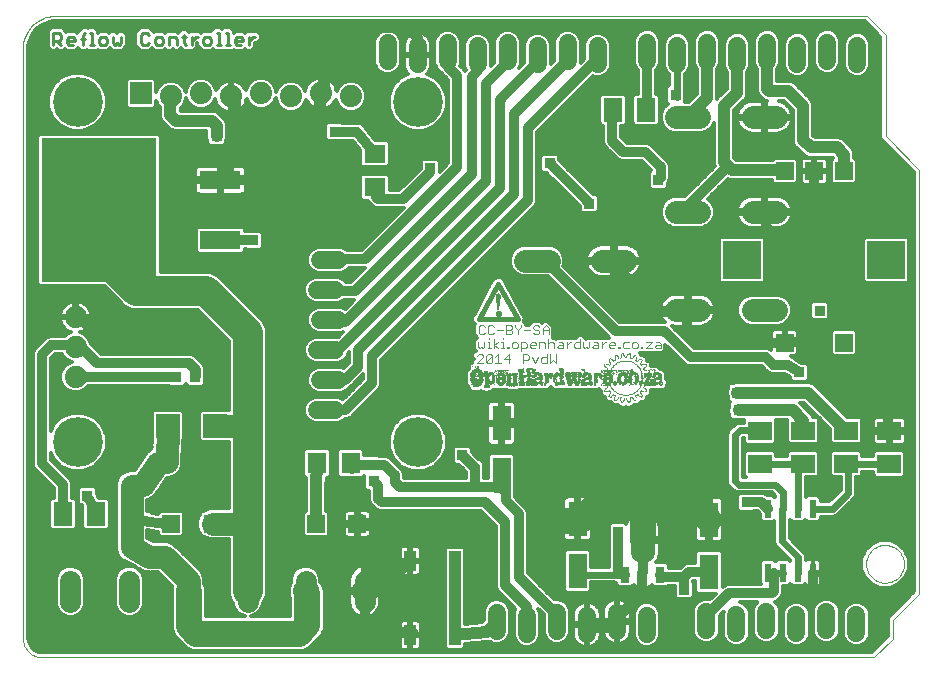
<source format=gtl>
G75*
G70*
%OFA0B0*%
%FSLAX24Y24*%
%IPPOS*%
%LPD*%
%AMOC8*
5,1,8,0,0,1.08239X$1,22.5*
%
%ADD10C,0.0000*%
%ADD11R,0.0014X0.0014*%
%ADD12R,0.0014X0.0014*%
%ADD13R,0.0015X0.0014*%
%ADD14R,0.0029X0.0014*%
%ADD15R,0.0014X0.0014*%
%ADD16R,0.0014X0.0014*%
%ADD17R,0.0043X0.0014*%
%ADD18R,0.0043X0.0014*%
%ADD19R,0.0029X0.0014*%
%ADD20R,0.0028X0.0014*%
%ADD21R,0.0200X0.0014*%
%ADD22R,0.0042X0.0014*%
%ADD23R,0.0015X0.0014*%
%ADD24R,0.0028X0.0014*%
%ADD25R,0.0058X0.0014*%
%ADD26R,0.0072X0.0014*%
%ADD27R,0.0171X0.0014*%
%ADD28R,0.0186X0.0014*%
%ADD29R,0.0129X0.0014*%
%ADD30R,0.0114X0.0014*%
%ADD31R,0.0214X0.0014*%
%ADD32R,0.0143X0.0014*%
%ADD33R,0.0243X0.0014*%
%ADD34R,0.0143X0.0014*%
%ADD35R,0.0114X0.0014*%
%ADD36R,0.0172X0.0014*%
%ADD37R,0.0229X0.0014*%
%ADD38R,0.0142X0.0014*%
%ADD39R,0.0186X0.0014*%
%ADD40R,0.0071X0.0014*%
%ADD41R,0.0057X0.0014*%
%ADD42R,0.0100X0.0014*%
%ADD43R,0.0072X0.0014*%
%ADD44R,0.0057X0.0014*%
%ADD45R,0.0428X0.0014*%
%ADD46R,0.0271X0.0014*%
%ADD47R,0.0172X0.0014*%
%ADD48R,0.0229X0.0014*%
%ADD49R,0.0400X0.0014*%
%ADD50R,0.0057X0.0014*%
%ADD51R,0.0157X0.0014*%
%ADD52R,0.0128X0.0014*%
%ADD53R,0.0086X0.0014*%
%ADD54R,0.0100X0.0014*%
%ADD55R,0.0471X0.0014*%
%ADD56R,0.0315X0.0014*%
%ADD57R,0.0071X0.0014*%
%ADD58R,0.0215X0.0014*%
%ADD59R,0.0429X0.0014*%
%ADD60R,0.0343X0.0014*%
%ADD61R,0.0142X0.0014*%
%ADD62R,0.0243X0.0014*%
%ADD63R,0.0057X0.0014*%
%ADD64R,0.0486X0.0014*%
%ADD65R,0.0329X0.0014*%
%ADD66R,0.0415X0.0014*%
%ADD67R,0.0172X0.0014*%
%ADD68R,0.0085X0.0014*%
%ADD69R,0.0228X0.0014*%
%ADD70R,0.0115X0.0014*%
%ADD71R,0.0357X0.0014*%
%ADD72R,0.0286X0.0014*%
%ADD73R,0.0257X0.0014*%
%ADD74R,0.0357X0.0014*%
%ADD75R,0.0285X0.0014*%
%ADD76R,0.0428X0.0014*%
%ADD77R,0.0300X0.0014*%
%ADD78R,0.0500X0.0014*%
%ADD79R,0.0371X0.0014*%
%ADD80R,0.0385X0.0014*%
%ADD81R,0.0314X0.0014*%
%ADD82R,0.0157X0.0014*%
%ADD83R,0.0072X0.0014*%
%ADD84R,0.0157X0.0014*%
%ADD85R,0.0214X0.0014*%
%ADD86R,0.0314X0.0014*%
%ADD87R,0.0328X0.0014*%
%ADD88R,0.0128X0.0014*%
%ADD89R,0.0200X0.0014*%
%ADD90R,0.0129X0.0014*%
%ADD91R,0.0114X0.0014*%
%ADD92R,0.0058X0.0014*%
%ADD93R,0.0158X0.0014*%
%ADD94R,0.0114X0.0014*%
%ADD95R,0.0185X0.0014*%
%ADD96R,0.0272X0.0014*%
%ADD97R,0.0443X0.0014*%
%ADD98R,0.0314X0.0014*%
%ADD99R,0.0171X0.0014*%
%ADD100R,0.0086X0.0014*%
%ADD101R,0.0314X0.0014*%
%ADD102R,0.0342X0.0014*%
%ADD103R,0.0115X0.0014*%
%ADD104R,0.0157X0.0014*%
%ADD105R,0.0257X0.0014*%
%ADD106R,0.0457X0.0014*%
%ADD107R,0.0457X0.0014*%
%ADD108R,0.0414X0.0014*%
%ADD109R,0.0185X0.0014*%
%ADD110R,0.0085X0.0014*%
%ADD111R,0.0272X0.0014*%
%ADD112R,0.0242X0.0014*%
%ADD113R,0.0329X0.0014*%
%ADD114R,0.0172X0.0014*%
%ADD115R,0.0042X0.0014*%
%ADD116R,0.0072X0.0014*%
%ADD117R,0.0214X0.0014*%
%ADD118R,0.0271X0.0014*%
%ADD119C,0.0100*%
%ADD120C,0.0160*%
%ADD121C,0.0050*%
%ADD122C,0.0030*%
%ADD123C,0.0039*%
%ADD124R,0.0236X0.0610*%
%ADD125R,0.0787X0.0630*%
%ADD126C,0.0705*%
%ADD127R,0.0630X0.0787*%
%ADD128R,0.0787X0.0787*%
%ADD129C,0.0740*%
%ADD130R,0.0630X0.1181*%
%ADD131R,0.0591X0.0591*%
%ADD132R,0.0630X0.0710*%
%ADD133R,0.0315X0.0551*%
%ADD134R,0.0315X0.0748*%
%ADD135C,0.0600*%
%ADD136R,0.3839X0.4803*%
%ADD137R,0.1378X0.0630*%
%ADD138R,0.0740X0.0740*%
%ADD139R,0.0394X0.0669*%
%ADD140R,0.0710X0.0630*%
%ADD141C,0.0768*%
%ADD142R,0.0594X0.0594*%
%ADD143R,0.1266X0.1266*%
%ADD144C,0.0240*%
%ADD145C,0.0400*%
%ADD146R,0.0356X0.0356*%
%ADD147C,0.0500*%
%ADD148C,0.0320*%
%ADD149C,0.0860*%
%ADD150C,0.0120*%
%ADD151C,0.1000*%
%ADD152C,0.0760*%
%ADD153C,0.1660*%
D10*
X029336Y004277D02*
X029338Y004327D01*
X029344Y004377D01*
X029354Y004426D01*
X029368Y004474D01*
X029385Y004521D01*
X029406Y004566D01*
X029431Y004610D01*
X029459Y004651D01*
X029491Y004690D01*
X029525Y004727D01*
X029562Y004761D01*
X029602Y004791D01*
X029644Y004818D01*
X029688Y004842D01*
X029734Y004863D01*
X029781Y004879D01*
X029829Y004892D01*
X029879Y004901D01*
X029928Y004906D01*
X029979Y004907D01*
X030029Y004904D01*
X030078Y004897D01*
X030127Y004886D01*
X030175Y004871D01*
X030221Y004853D01*
X030266Y004831D01*
X030309Y004805D01*
X030350Y004776D01*
X030389Y004744D01*
X030425Y004709D01*
X030457Y004671D01*
X030487Y004631D01*
X030514Y004588D01*
X030537Y004544D01*
X030556Y004498D01*
X030572Y004450D01*
X030584Y004401D01*
X030592Y004352D01*
X030596Y004302D01*
X030596Y004252D01*
X030592Y004202D01*
X030584Y004153D01*
X030572Y004104D01*
X030556Y004056D01*
X030537Y004010D01*
X030514Y003966D01*
X030487Y003923D01*
X030457Y003883D01*
X030425Y003845D01*
X030389Y003810D01*
X030350Y003778D01*
X030309Y003749D01*
X030266Y003723D01*
X030221Y003701D01*
X030175Y003683D01*
X030127Y003668D01*
X030078Y003657D01*
X030029Y003650D01*
X029979Y003647D01*
X029928Y003648D01*
X029879Y003653D01*
X029829Y003662D01*
X029781Y003675D01*
X029734Y003691D01*
X029688Y003712D01*
X029644Y003736D01*
X029602Y003763D01*
X029562Y003793D01*
X029525Y003827D01*
X029491Y003864D01*
X029459Y003903D01*
X029431Y003944D01*
X029406Y003988D01*
X029385Y004033D01*
X029368Y004080D01*
X029354Y004128D01*
X029344Y004177D01*
X029338Y004227D01*
X029336Y004277D01*
D11*
X022031Y010034D03*
X021831Y009976D03*
X021831Y009962D03*
X021731Y010034D03*
X021831Y010162D03*
X021731Y010291D03*
X021531Y010434D03*
X021531Y010448D03*
X021431Y010605D03*
X021731Y010576D03*
X021831Y010734D03*
X021731Y010862D03*
X021831Y010934D03*
X021731Y011005D03*
X021831Y011076D03*
X021630Y011195D03*
X022031Y010891D03*
X022031Y010876D03*
X022031Y010862D03*
X021931Y010434D03*
X022331Y010376D03*
X022531Y010334D03*
X021431Y009634D03*
X021231Y009634D03*
X021031Y009705D03*
X020831Y009962D03*
X020831Y009991D03*
X020931Y010048D03*
X020831Y010191D03*
X020831Y010205D03*
X020731Y010134D03*
X020631Y010034D03*
X020131Y010234D03*
X020031Y010276D03*
X020131Y010362D03*
X019831Y010648D03*
X019131Y010534D03*
X019031Y010376D03*
X019031Y010362D03*
X019031Y010334D03*
X018031Y010491D03*
X017931Y010491D03*
X017931Y010462D03*
X017031Y010605D03*
X016331Y010834D03*
X016231Y010834D03*
X020631Y010876D03*
X020731Y010762D03*
X020831Y010934D03*
X020931Y010848D03*
X020941Y011016D03*
X021039Y011206D03*
D12*
X021053Y011192D03*
X021082Y011163D03*
X021098Y011145D03*
X021184Y011145D03*
X021182Y011163D03*
X021182Y011177D03*
X021182Y011192D03*
X021182Y011206D03*
X021193Y011235D03*
X021193Y011249D03*
X021273Y011209D03*
X021287Y011195D03*
X021287Y011180D03*
X021287Y011166D03*
X021373Y011166D03*
X021374Y011148D03*
X021387Y011195D03*
X021387Y011209D03*
X021422Y011249D03*
X021479Y011249D03*
X021487Y011209D03*
X021487Y011195D03*
X021487Y011180D03*
X021487Y011166D03*
X021488Y011148D03*
X021488Y011134D03*
X021588Y011148D03*
X021616Y011180D03*
X021688Y011154D03*
X021688Y011140D03*
X021688Y011125D03*
X021688Y011105D03*
X021688Y011091D03*
X021688Y011076D03*
X021674Y011048D03*
X021688Y011034D03*
X021774Y011048D03*
X021874Y011005D03*
X021874Y010991D03*
X021845Y010948D03*
X021845Y010905D03*
X021745Y010848D03*
X021717Y010876D03*
X021788Y010791D03*
X021817Y010762D03*
X021817Y010748D03*
X021845Y010705D03*
X021874Y010648D03*
X021874Y010634D03*
X021874Y010562D03*
X021874Y010548D03*
X021874Y010534D03*
X021874Y010505D03*
X021874Y010476D03*
X021874Y010462D03*
X021874Y010434D03*
X021874Y010362D03*
X021845Y010205D03*
X021845Y010191D03*
X021817Y010148D03*
X021817Y010134D03*
X021788Y010105D03*
X021788Y010091D03*
X021774Y010076D03*
X021745Y010048D03*
X021688Y009991D03*
X021645Y009962D03*
X021617Y009948D03*
X021674Y009848D03*
X021688Y009805D03*
X021745Y009876D03*
X021774Y009862D03*
X021788Y009848D03*
X021817Y009834D03*
X021874Y009834D03*
X021888Y009848D03*
X021888Y009862D03*
X021874Y009891D03*
X021874Y009905D03*
X021845Y009948D03*
X021845Y010005D03*
X021874Y010034D03*
X021945Y010134D03*
X021945Y010148D03*
X021974Y010105D03*
X021988Y010091D03*
X022017Y010062D03*
X022017Y010048D03*
X022017Y010005D03*
X021674Y010276D03*
X021588Y010234D03*
X021517Y010234D03*
X021474Y010205D03*
X021417Y010491D03*
X021417Y010648D03*
X021417Y010662D03*
X021388Y010662D03*
X021388Y010648D03*
X021445Y010648D03*
X021317Y010648D03*
X021045Y010662D03*
X021017Y010691D03*
X020988Y010705D03*
X020974Y010691D03*
X020945Y010648D03*
X020945Y010562D03*
X021017Y010576D03*
X020874Y010762D03*
X020874Y010776D03*
X020888Y010791D03*
X020945Y010862D03*
X020988Y010891D03*
X021045Y010934D03*
X020984Y011045D03*
X020998Y011059D03*
X020998Y011074D03*
X020984Y011102D03*
X020984Y011116D03*
X020984Y011145D03*
X020982Y011163D03*
X020982Y011177D03*
X020982Y011192D03*
X020898Y011059D03*
X020827Y011102D03*
X020798Y011074D03*
X020798Y011045D03*
X020827Y010974D03*
X020827Y010959D03*
X020817Y010891D03*
X020717Y010776D03*
X020717Y010748D03*
X020717Y010734D03*
X020674Y010805D03*
X020645Y010848D03*
X020645Y010891D03*
X020645Y010905D03*
X020545Y010691D03*
X020545Y010662D03*
X020517Y010648D03*
X020574Y010534D03*
X020645Y010648D03*
X020774Y010405D03*
X020845Y010176D03*
X020845Y010162D03*
X020874Y010134D03*
X020888Y010105D03*
X020917Y010062D03*
X020945Y010034D03*
X020974Y010005D03*
X021017Y009976D03*
X021088Y009934D03*
X020988Y009862D03*
X020988Y009848D03*
X020988Y009834D03*
X020974Y009805D03*
X020974Y009791D03*
X020974Y009776D03*
X020974Y009762D03*
X020974Y009748D03*
X020974Y009734D03*
X021074Y009748D03*
X021088Y009776D03*
X021174Y009776D03*
X021174Y009762D03*
X021174Y009748D03*
X021174Y009734D03*
X021174Y009705D03*
X021188Y009676D03*
X021188Y009662D03*
X021188Y009648D03*
X021245Y009648D03*
X021274Y009691D03*
X021288Y009734D03*
X021374Y009734D03*
X021374Y009748D03*
X021374Y009762D03*
X021388Y009705D03*
X021388Y009691D03*
X021417Y009662D03*
X021417Y009648D03*
X021474Y009648D03*
X021474Y009662D03*
X021488Y009676D03*
X021488Y009691D03*
X021488Y009705D03*
X021488Y009734D03*
X021488Y009748D03*
X021488Y009762D03*
X021488Y009776D03*
X021574Y009776D03*
X021588Y009762D03*
X021645Y009705D03*
X021674Y009705D03*
X020917Y009876D03*
X020817Y009934D03*
X020817Y009948D03*
X020845Y009976D03*
X020817Y010005D03*
X020788Y010034D03*
X020688Y010105D03*
X020674Y010091D03*
X020645Y010048D03*
X020645Y010005D03*
X020717Y010148D03*
X020717Y010162D03*
X020545Y010205D03*
X020545Y010234D03*
X020545Y010248D03*
X020517Y010234D03*
X020217Y010276D03*
X020217Y010291D03*
X020188Y010276D03*
X020188Y010334D03*
X020188Y010348D03*
X020145Y010391D03*
X019845Y010391D03*
X019845Y010362D03*
X019817Y010305D03*
X019817Y010291D03*
X019717Y010205D03*
X019688Y010462D03*
X019717Y010491D03*
X019617Y010605D03*
X019517Y010648D03*
X019474Y010648D03*
X019417Y010648D03*
X019374Y010634D03*
X019374Y010605D03*
X019245Y010505D03*
X019245Y010462D03*
X019245Y010448D03*
X019174Y010434D03*
X019145Y010434D03*
X019017Y010348D03*
X018974Y010362D03*
X018974Y010376D03*
X018917Y010391D03*
X018917Y010405D03*
X018574Y010291D03*
X018574Y010276D03*
X018545Y010334D03*
X018517Y010334D03*
X018488Y010234D03*
X018345Y010376D03*
X018188Y010548D03*
X018117Y010505D03*
X018088Y010476D03*
X018074Y010505D03*
X018045Y010348D03*
X017917Y010334D03*
X017645Y010176D03*
X017545Y010176D03*
X017345Y010305D03*
X017374Y010348D03*
X017374Y010634D03*
X017388Y010648D03*
X017345Y010676D03*
X017274Y010662D03*
X017274Y010648D03*
X017417Y010691D03*
X017117Y010705D03*
X017088Y010648D03*
X017017Y010534D03*
X017017Y010505D03*
X017017Y010462D03*
X016945Y010262D03*
X016688Y010134D03*
X016645Y010505D03*
X016645Y010548D03*
X016688Y010548D03*
X016474Y010734D03*
X016374Y010562D03*
X017945Y010762D03*
X018188Y010648D03*
X018188Y010634D03*
X019488Y010448D03*
X020788Y009891D03*
X020788Y009876D03*
X020788Y009862D03*
X020774Y009848D03*
X020788Y009834D03*
X021117Y010334D03*
X021688Y010476D03*
X021717Y010591D03*
X021945Y010748D03*
X021945Y010762D03*
X021974Y010791D03*
X021988Y010805D03*
X022017Y010848D03*
X022017Y010905D03*
X021888Y011048D03*
X021617Y010948D03*
X021588Y010962D03*
X022117Y010691D03*
X022117Y010676D03*
X022117Y010648D03*
X022245Y010705D03*
X022288Y010662D03*
X022188Y010391D03*
X022174Y010376D03*
X022017Y010505D03*
X022474Y010234D03*
D13*
X022560Y010276D03*
X022560Y010291D03*
X022503Y010334D03*
X022160Y010391D03*
X022103Y010634D03*
X022160Y010734D03*
X022203Y010734D03*
X021960Y010734D03*
X021860Y010676D03*
X021860Y010662D03*
X021803Y010776D03*
X021760Y010834D03*
X021703Y010891D03*
X021760Y011034D03*
X021803Y011062D03*
X021860Y011076D03*
X021860Y010976D03*
X021860Y010891D03*
X021560Y010976D03*
X021560Y011091D03*
X021601Y011166D03*
X021408Y011235D03*
X021265Y011235D03*
X021112Y011116D03*
X021112Y011102D03*
X021068Y011177D03*
X020912Y011045D03*
X020812Y011002D03*
X020812Y010988D03*
X020812Y011088D03*
X020960Y010876D03*
X021003Y010905D03*
X021069Y010959D03*
X020903Y010805D03*
X020860Y010748D03*
X020903Y010676D03*
X020860Y010634D03*
X020803Y010634D03*
X020703Y010791D03*
X020660Y010834D03*
X020560Y010548D03*
X020803Y010448D03*
X020703Y010191D03*
X020660Y010076D03*
X020660Y010062D03*
X020803Y009905D03*
X020903Y009862D03*
X021003Y009991D03*
X021060Y009948D03*
X021103Y009791D03*
X021060Y009734D03*
X021260Y009676D03*
X021260Y009662D03*
X021303Y009762D03*
X021403Y009676D03*
X021603Y009748D03*
X021703Y009876D03*
X021660Y009976D03*
X021703Y010005D03*
X021760Y010062D03*
X021860Y009934D03*
X022003Y010076D03*
X021960Y010176D03*
X021960Y010191D03*
X021903Y010362D03*
X021903Y010376D03*
X021903Y010391D03*
X021903Y010405D03*
X021903Y010434D03*
X021903Y010448D03*
X021903Y010462D03*
X021903Y010476D03*
X021903Y010491D03*
X021903Y010505D03*
X021903Y010534D03*
X021403Y010605D03*
X021260Y010676D03*
X021160Y010248D03*
X020903Y010091D03*
X020903Y010076D03*
X020860Y010148D03*
X020560Y010262D03*
X020003Y010376D03*
X019803Y010605D03*
X019803Y010648D03*
X019860Y010734D03*
X019903Y010705D03*
X019403Y010634D03*
X019060Y010534D03*
X018303Y010662D03*
X018203Y010434D03*
X018003Y010476D03*
X017960Y010462D03*
X017903Y010476D03*
X017903Y010491D03*
X017860Y010462D03*
X017760Y010448D03*
X017760Y010376D03*
X017703Y010605D03*
X017360Y010562D03*
X017303Y010634D03*
X017060Y010705D03*
X017003Y010705D03*
X016960Y010648D03*
X017003Y010548D03*
X016960Y010234D03*
X017460Y010176D03*
X016360Y010434D03*
X016203Y010234D03*
D14*
X017053Y010691D03*
X017096Y010691D03*
X017310Y010705D03*
X017953Y010291D03*
X018053Y010334D03*
X018053Y010391D03*
X018310Y010648D03*
X018310Y010676D03*
X018310Y010691D03*
X018496Y010391D03*
X018567Y010262D03*
X018567Y010248D03*
X018953Y010348D03*
X019110Y010548D03*
X019696Y010476D03*
X019853Y010348D03*
X019810Y010276D03*
X020010Y010391D03*
X020067Y010276D03*
X020167Y010362D03*
X020210Y010248D03*
X020696Y010205D03*
X021067Y010334D03*
X020953Y010605D03*
X020896Y010591D03*
X020867Y010705D03*
X020796Y010876D03*
X020753Y010891D03*
X020876Y011074D03*
X021018Y011220D03*
X021162Y011002D03*
X021105Y010974D03*
X020653Y010691D03*
X020610Y010691D03*
X020553Y010648D03*
X020567Y010634D03*
X019953Y010648D03*
X019953Y010676D03*
X019953Y010691D03*
X019896Y010734D03*
X020967Y009876D03*
X020853Y009834D03*
X020996Y009705D03*
X021110Y009805D03*
X021153Y009905D03*
X021553Y009805D03*
X021610Y009734D03*
X021596Y009934D03*
X021567Y010248D03*
X021610Y010305D03*
X021653Y010476D03*
X021653Y010505D03*
X021653Y010534D03*
X021653Y010548D03*
X021610Y010562D03*
X021653Y010634D03*
X021696Y010505D03*
X021953Y010462D03*
X022110Y010205D03*
X022553Y010262D03*
X022567Y010305D03*
X022296Y010648D03*
X022296Y010676D03*
X022296Y010691D03*
X021953Y010776D03*
X021910Y010891D03*
X021651Y011209D03*
D15*
X021574Y011119D03*
X021488Y011119D03*
X021487Y011223D03*
X021273Y011223D03*
X021184Y011131D03*
X020984Y011131D03*
X020927Y011031D03*
X020798Y011031D03*
X020917Y010819D03*
X020845Y010719D03*
X021088Y010719D03*
X021017Y010919D03*
X020588Y010619D03*
X021074Y010319D03*
X021174Y010319D03*
X021474Y010219D03*
X021717Y010019D03*
X021688Y009819D03*
X021488Y009719D03*
X021288Y009719D03*
X021174Y009719D03*
X021045Y009719D03*
X020974Y009719D03*
X020774Y010019D03*
X020874Y010119D03*
X020817Y010219D03*
X020545Y010219D03*
X019917Y010619D03*
X018917Y010419D03*
X018588Y010319D03*
X017345Y010619D03*
X017017Y010519D03*
X016674Y010519D03*
X016645Y010519D03*
X021645Y010619D03*
X021874Y010619D03*
X021874Y010519D03*
X022017Y010519D03*
X022074Y010619D03*
X021774Y010819D03*
X021745Y011019D03*
X021874Y011019D03*
X022574Y010319D03*
D16*
X022031Y010019D03*
X021631Y009719D03*
X020631Y010019D03*
X020531Y010419D03*
X020331Y010419D03*
X020231Y010319D03*
X020831Y010919D03*
X021031Y010719D03*
X021431Y010619D03*
X021831Y010919D03*
X019431Y010619D03*
X017931Y010319D03*
D17*
X017889Y010305D03*
X017803Y010334D03*
X017803Y010434D03*
X017803Y010476D03*
X017946Y010476D03*
X017989Y010505D03*
X018017Y010276D03*
X018360Y010391D03*
X018403Y010276D03*
X018474Y010334D03*
X018303Y010705D03*
X018303Y010734D03*
X019046Y010634D03*
X019174Y010448D03*
X019160Y010405D03*
X018989Y010405D03*
X018946Y010334D03*
X019660Y010605D03*
X019946Y010705D03*
X019946Y010734D03*
X020117Y010334D03*
X020303Y010476D03*
X020374Y010362D03*
X020574Y010405D03*
X020760Y010448D03*
X020917Y010705D03*
X021046Y010634D03*
X021303Y010691D03*
X021203Y011005D03*
X021474Y011005D03*
X021947Y010900D03*
X021984Y010905D03*
X021989Y010705D03*
X021874Y010605D03*
X021874Y010591D03*
X021746Y010505D03*
X021746Y010476D03*
X021746Y010462D03*
X021746Y010448D03*
X021660Y010234D03*
X021474Y009891D03*
X021503Y009791D03*
X021203Y009891D03*
X021160Y009791D03*
X021174Y010305D03*
X020546Y010676D03*
X022289Y010705D03*
X022346Y010391D03*
X022389Y010276D03*
X022460Y010334D03*
X017603Y010305D03*
X017603Y010176D03*
X017203Y010448D03*
X017274Y010562D03*
X016989Y010676D03*
X016403Y010776D03*
X016403Y010791D03*
D18*
X018303Y010719D03*
X018717Y010419D03*
X019946Y010719D03*
X020474Y010619D03*
X020817Y009819D03*
X021517Y010419D03*
X021646Y010519D03*
X022289Y010719D03*
D19*
X021710Y011019D03*
X020910Y010619D03*
X020367Y010419D03*
X020296Y010419D03*
X021567Y009919D03*
X021853Y009819D03*
X021896Y010019D03*
X018653Y010419D03*
X017396Y010619D03*
D20*
X017881Y010334D03*
X017981Y010491D03*
X018138Y010476D03*
X018181Y010534D03*
X018238Y010662D03*
X018838Y010434D03*
X018938Y010362D03*
X018981Y010448D03*
X019181Y010391D03*
X018581Y010305D03*
X020224Y010305D03*
X020224Y010262D03*
X020738Y010005D03*
X020881Y009848D03*
X020938Y009891D03*
X021038Y009962D03*
X021124Y010248D03*
X021024Y010562D03*
X020938Y010576D03*
X020938Y010591D03*
X020924Y010634D03*
X020824Y010648D03*
X021024Y010705D03*
X021134Y010988D03*
X021148Y011116D03*
X020989Y011206D03*
X020848Y011088D03*
X021524Y010991D03*
X021638Y010934D03*
X021681Y010905D03*
X021881Y010876D03*
X021881Y011062D03*
X021680Y011195D03*
X021881Y010576D03*
X021724Y010305D03*
X021681Y010305D03*
X021681Y010291D03*
X021638Y010276D03*
X021624Y010291D03*
X021981Y010205D03*
X021924Y010005D03*
X021681Y009862D03*
X021524Y009905D03*
X022481Y010391D03*
X016738Y010634D03*
X016738Y010662D03*
X016638Y010562D03*
X016324Y010805D03*
D21*
X016352Y010734D03*
X016495Y010576D03*
X016495Y010562D03*
X016481Y010405D03*
X016238Y010548D03*
X017138Y010548D03*
X017167Y010605D03*
X017167Y010676D03*
X018795Y010562D03*
X019481Y010348D03*
X019481Y010334D03*
X019695Y010334D03*
X019695Y010348D03*
X020438Y010576D03*
X020695Y010548D03*
X021252Y010291D03*
X021338Y009876D03*
D22*
X021731Y009891D03*
X020831Y010562D03*
X020831Y010662D03*
X021531Y011105D03*
X018931Y010448D03*
X018231Y010634D03*
X018231Y010648D03*
X018231Y010676D03*
X018131Y010348D03*
X016631Y010576D03*
D23*
X017903Y010319D03*
X019403Y010619D03*
X020703Y010719D03*
X020960Y010619D03*
X021003Y010719D03*
X021403Y010619D03*
X021660Y010919D03*
X022003Y010819D03*
X021960Y010719D03*
X021903Y010519D03*
X021903Y010419D03*
X021960Y010119D03*
X021860Y010019D03*
X021860Y009919D03*
X021803Y010119D03*
X020960Y010019D03*
X020803Y010019D03*
X020803Y009919D03*
X020703Y010119D03*
X020969Y011031D03*
X021401Y011223D03*
D24*
X021138Y010719D03*
X021738Y010319D03*
X021124Y009919D03*
X019681Y010619D03*
D25*
X020781Y010534D03*
X020681Y009991D03*
X022481Y010276D03*
X017881Y010448D03*
X017381Y010605D03*
X017281Y010548D03*
D26*
X017888Y010434D03*
X019174Y010462D03*
X020188Y010234D03*
X020288Y010234D03*
X020288Y010248D03*
X020288Y010262D03*
X020488Y010448D03*
X020474Y010605D03*
X020588Y010705D03*
X020288Y010576D03*
X021674Y010448D03*
X021674Y010262D03*
X021988Y009991D03*
X016388Y010805D03*
D27*
X016367Y010748D03*
X016253Y010648D03*
X016496Y010605D03*
X016496Y010591D03*
X016696Y010205D03*
X016696Y010191D03*
X016696Y010176D03*
X016696Y010162D03*
X016696Y010148D03*
X017167Y010234D03*
X017210Y010691D03*
X017853Y010648D03*
X018253Y010348D03*
X019167Y010591D03*
X019167Y010605D03*
X019196Y010305D03*
X019610Y010391D03*
X019696Y010305D03*
X019696Y010291D03*
X019696Y010276D03*
X019696Y010262D03*
X020767Y010691D03*
X021553Y010648D03*
X022010Y010291D03*
D28*
X022445Y010462D03*
X021517Y010591D03*
X020731Y010234D03*
X019388Y010534D03*
X019388Y010548D03*
X019388Y010562D03*
X019388Y010576D03*
X019388Y010591D03*
X017431Y010534D03*
X017431Y010262D03*
X017145Y010562D03*
X016474Y010648D03*
X016231Y010434D03*
X016231Y010376D03*
X016331Y010191D03*
X016331Y010176D03*
X016331Y010162D03*
D29*
X016846Y010262D03*
X017060Y010362D03*
X017060Y010376D03*
X017060Y010391D03*
X017103Y010448D03*
X017246Y010305D03*
X017646Y010362D03*
X017646Y010391D03*
X017646Y010462D03*
X017846Y010391D03*
X018317Y010562D03*
X018703Y010505D03*
X019603Y010505D03*
X019603Y010476D03*
X019603Y010462D03*
X019603Y010448D03*
X019617Y010648D03*
X019960Y010562D03*
X020346Y010505D03*
X020346Y010491D03*
X020503Y010491D03*
X020617Y010391D03*
X020617Y010376D03*
X020617Y010362D03*
X020660Y010448D03*
X020617Y010191D03*
X020346Y010305D03*
X019903Y010205D03*
X020960Y010305D03*
X021117Y010348D03*
X021117Y010491D03*
X021117Y010505D03*
X021317Y010491D03*
X021317Y010476D03*
X021303Y010305D03*
X021703Y010376D03*
X021703Y010391D03*
X021703Y010405D03*
X021703Y010434D03*
X021703Y010491D03*
X021846Y010291D03*
X021846Y010276D03*
X022046Y010376D03*
X022060Y010405D03*
X022303Y010562D03*
X022503Y010248D03*
X016917Y010548D03*
D30*
X016838Y010634D03*
X016738Y010505D03*
X016695Y010262D03*
X016695Y010248D03*
X016695Y010234D03*
X017267Y010334D03*
X017267Y010491D03*
X017267Y010505D03*
X017438Y010491D03*
X017438Y010476D03*
X017438Y010448D03*
X017438Y010405D03*
X017438Y010391D03*
X017638Y010405D03*
X017638Y010434D03*
X017638Y010448D03*
X017638Y010476D03*
X017638Y010505D03*
X017638Y010376D03*
X017638Y010348D03*
X017638Y010334D03*
X018095Y010548D03*
X018095Y010562D03*
X018095Y010576D03*
X018095Y010591D03*
X018095Y010605D03*
X018095Y010634D03*
X018295Y010491D03*
X018495Y010491D03*
X018495Y010505D03*
X018495Y010534D03*
X018495Y010476D03*
X018695Y010476D03*
X018695Y010462D03*
X018695Y010434D03*
X018695Y010405D03*
X018695Y010376D03*
X018695Y010362D03*
X018695Y010348D03*
X018695Y010334D03*
X018695Y010305D03*
X018695Y010491D03*
X018838Y010534D03*
X018838Y010548D03*
X018824Y010591D03*
X018995Y010562D03*
X019195Y010634D03*
X019195Y010648D03*
X019195Y010662D03*
X019195Y010676D03*
X019195Y010476D03*
X019195Y010362D03*
X019195Y010348D03*
X019424Y010376D03*
X019424Y010391D03*
X019795Y010505D03*
X019938Y010505D03*
X019938Y010491D03*
X019924Y010362D03*
X020138Y010476D03*
X020138Y010491D03*
X020138Y010505D03*
X020138Y010534D03*
X020338Y010462D03*
X020338Y010405D03*
X020338Y010376D03*
X020338Y010348D03*
X020338Y010334D03*
X020824Y010334D03*
X020838Y010348D03*
X020838Y010362D03*
X020824Y010491D03*
X020824Y010505D03*
X020967Y010291D03*
X020967Y010276D03*
X020967Y010262D03*
X020967Y010248D03*
X021324Y010334D03*
X021324Y010348D03*
X021324Y010362D03*
X021324Y010376D03*
X021324Y010391D03*
X021238Y010648D03*
X021138Y010676D03*
X022038Y010191D03*
X022467Y010548D03*
D31*
X022245Y010305D03*
X020717Y010248D03*
X019945Y010262D03*
X019945Y010234D03*
X018245Y010505D03*
X018117Y010762D03*
X017845Y010748D03*
X017845Y010734D03*
X017845Y010705D03*
X017845Y010691D03*
X017845Y010676D03*
X017845Y010662D03*
X017617Y010591D03*
X016345Y010205D03*
X016245Y010534D03*
X016245Y010562D03*
D32*
X016710Y010491D03*
X016710Y010476D03*
X016710Y010462D03*
X016710Y010448D03*
X016710Y010434D03*
X016710Y010405D03*
X016724Y010362D03*
X017096Y010305D03*
X017439Y010291D03*
X017453Y010434D03*
X017653Y010491D03*
X017639Y010291D03*
X017853Y010348D03*
X017853Y010362D03*
X017853Y010376D03*
X018110Y010434D03*
X018253Y010205D03*
X018696Y010291D03*
X018696Y010534D03*
X018467Y010562D03*
X018367Y010634D03*
X019010Y010548D03*
X019396Y010505D03*
X019510Y010605D03*
X019796Y010591D03*
X019796Y010548D03*
X019796Y010534D03*
X019896Y010334D03*
X019696Y010248D03*
X019696Y010234D03*
X020010Y010634D03*
X020110Y010562D03*
X020324Y010591D03*
X020324Y010605D03*
X020339Y010534D03*
X020339Y010291D03*
X020653Y010305D03*
X021110Y010362D03*
X021110Y010376D03*
X021110Y010391D03*
X021110Y010405D03*
X021110Y010434D03*
X021110Y010448D03*
X021110Y010462D03*
X021110Y010476D03*
X021324Y010505D03*
X021324Y010534D03*
X021539Y010634D03*
X021539Y010662D03*
X022053Y010391D03*
X022039Y010362D03*
X022024Y010334D03*
X022010Y010305D03*
X022096Y010462D03*
X022096Y010476D03*
X022110Y010491D03*
X022110Y010505D03*
X022353Y010634D03*
X022453Y010562D03*
X022239Y010205D03*
X021253Y010248D03*
D33*
X016360Y010219D03*
D34*
X016696Y010219D03*
X017439Y010519D03*
X017853Y010419D03*
X019196Y010319D03*
X019696Y010219D03*
X019796Y010519D03*
X020639Y010319D03*
X021110Y010419D03*
X021124Y010519D03*
X021539Y010619D03*
D35*
X020824Y010519D03*
X020824Y010319D03*
X020724Y010219D03*
X020338Y010319D03*
X020138Y010319D03*
X020138Y010519D03*
X018838Y010519D03*
X018695Y010319D03*
X018495Y010319D03*
X018495Y010519D03*
X018095Y010619D03*
X017638Y010419D03*
X017638Y010319D03*
X017438Y010419D03*
X017267Y010319D03*
X017167Y010219D03*
X017267Y010519D03*
D36*
X017438Y010219D03*
X017638Y010219D03*
X016238Y010619D03*
X019924Y010319D03*
X020738Y010619D03*
D37*
X017853Y010219D03*
X016253Y010419D03*
D38*
X017081Y010319D03*
X018081Y010219D03*
X018281Y010519D03*
X019181Y010719D03*
X019481Y010219D03*
D39*
X019488Y010319D03*
X019388Y010519D03*
X019931Y010219D03*
X020031Y010619D03*
X021345Y011019D03*
X022374Y010619D03*
X022245Y010319D03*
X018388Y010619D03*
X018274Y010219D03*
X016488Y010619D03*
D40*
X016746Y010419D03*
X017817Y010319D03*
X018517Y010219D03*
X019617Y010619D03*
X020160Y010219D03*
X021246Y010219D03*
X021846Y010219D03*
X021960Y010519D03*
X022503Y010219D03*
D41*
X021453Y010419D03*
X018639Y010219D03*
D42*
X019045Y010219D03*
X019945Y010519D03*
X020488Y010519D03*
X021845Y010319D03*
X017588Y010619D03*
X016917Y010519D03*
X016745Y010519D03*
D43*
X019774Y010419D03*
X020288Y010219D03*
D44*
X020967Y010219D03*
X019167Y010419D03*
X018967Y010419D03*
X016667Y010419D03*
X016396Y010819D03*
D45*
X022138Y010219D03*
D46*
X022060Y010534D03*
X022403Y010434D03*
X021217Y010276D03*
X020717Y010291D03*
X020746Y010476D03*
X020060Y010434D03*
X018746Y010576D03*
X018417Y010434D03*
X017160Y010291D03*
X016360Y010234D03*
D47*
X016238Y010362D03*
X016224Y010576D03*
X016238Y010605D03*
X016724Y010534D03*
X016724Y010348D03*
X017438Y010276D03*
X017438Y010248D03*
X017438Y010234D03*
X017638Y010234D03*
X017638Y010248D03*
X017638Y010262D03*
X017638Y010276D03*
X019924Y010276D03*
X019924Y010305D03*
X021524Y010576D03*
X021538Y010605D03*
X022238Y010362D03*
X022238Y010348D03*
D48*
X021210Y010705D03*
X019596Y010634D03*
X017853Y010276D03*
X017853Y010262D03*
X017853Y010248D03*
X017853Y010234D03*
X017167Y010591D03*
X016253Y010405D03*
D49*
X018210Y010234D03*
X018352Y010405D03*
D50*
X018510Y010362D03*
X018539Y010234D03*
X018639Y010234D03*
X018639Y010248D03*
X018839Y010448D03*
X018239Y010705D03*
X017924Y010505D03*
X017810Y010462D03*
X017810Y010448D03*
X017339Y010691D03*
X017239Y010705D03*
X017224Y010534D03*
X016839Y010648D03*
X020139Y010276D03*
X020310Y010362D03*
X020839Y010548D03*
X021410Y010634D03*
X021724Y010548D03*
X021953Y010505D03*
X021953Y010491D03*
X021953Y010476D03*
X021853Y010348D03*
X022524Y010234D03*
X021458Y011264D03*
X021229Y011264D03*
X020710Y010905D03*
D51*
X019417Y010476D03*
X019217Y010234D03*
X019046Y010234D03*
X017846Y010548D03*
X017846Y010562D03*
X017846Y010576D03*
X017846Y010591D03*
X017846Y010605D03*
X017846Y010634D03*
X017417Y010334D03*
X016717Y010391D03*
X016217Y010448D03*
X016217Y010462D03*
X016217Y010476D03*
X016217Y010491D03*
X016246Y010634D03*
D52*
X017074Y010405D03*
X017074Y010348D03*
X017074Y010334D03*
X017431Y010305D03*
X017431Y010376D03*
X017431Y010505D03*
X018088Y010648D03*
X018288Y010548D03*
X018974Y010476D03*
X019188Y010334D03*
X019431Y010362D03*
X019474Y010234D03*
X019188Y010691D03*
X019188Y010748D03*
X020131Y010548D03*
X020631Y010505D03*
X020631Y010348D03*
X020631Y010334D03*
X021131Y010534D03*
X021474Y010505D03*
X021474Y010476D03*
X021474Y010462D03*
X021474Y010405D03*
X021488Y010534D03*
X021488Y010548D03*
X021531Y010676D03*
X022031Y010348D03*
D53*
X022267Y010391D03*
X022267Y010734D03*
X021524Y010734D03*
X021481Y010305D03*
X021495Y010276D03*
X020967Y010234D03*
X020967Y010334D03*
X020867Y010534D03*
X020795Y010676D03*
X020724Y010634D03*
X020481Y010462D03*
X020295Y010276D03*
X020138Y010248D03*
X019924Y010391D03*
X019781Y010434D03*
X019781Y010448D03*
X019781Y010462D03*
X019767Y010405D03*
X019767Y010391D03*
X019767Y010376D03*
X019738Y010648D03*
X019438Y010305D03*
X018838Y010462D03*
X018495Y010248D03*
X018467Y010262D03*
X017195Y010662D03*
X017167Y010634D03*
X017095Y010505D03*
X017095Y010491D03*
X016924Y010505D03*
X016924Y010391D03*
X016381Y010762D03*
X021338Y011134D03*
D54*
X021517Y010691D03*
X021488Y010491D03*
X021474Y010334D03*
X021488Y010291D03*
X021702Y010334D03*
X021845Y010334D03*
X021845Y010248D03*
X021845Y010234D03*
X022260Y010376D03*
X022260Y010476D03*
X022274Y010491D03*
X022288Y010534D03*
X022288Y010548D03*
X022460Y010305D03*
X021688Y010562D03*
X021317Y010462D03*
X021260Y010234D03*
X020831Y010376D03*
X020645Y010534D03*
X020488Y010505D03*
X020488Y010476D03*
X020474Y010591D03*
X020331Y010448D03*
X020331Y010434D03*
X020331Y010391D03*
X020117Y010305D03*
X019931Y010348D03*
X019931Y010476D03*
X019945Y010534D03*
X019788Y010491D03*
X019788Y010476D03*
X019417Y010491D03*
X019417Y010405D03*
X019188Y010491D03*
X019174Y010505D03*
X019202Y010534D03*
X019202Y010548D03*
X019002Y010576D03*
X018974Y010534D03*
X018960Y010462D03*
X018845Y010476D03*
X018845Y010491D03*
X018845Y010505D03*
X018688Y010448D03*
X018688Y010391D03*
X018474Y010305D03*
X018274Y010476D03*
X018088Y010405D03*
X017831Y010505D03*
X017788Y010291D03*
X017445Y010348D03*
X017445Y010362D03*
X017445Y010462D03*
X017288Y010448D03*
X017288Y010476D03*
X017274Y010376D03*
X017088Y010534D03*
X016931Y010491D03*
X016931Y010476D03*
X016931Y010462D03*
X016931Y010448D03*
X016931Y010434D03*
X016931Y010405D03*
X016917Y010376D03*
X016917Y010362D03*
X016917Y010534D03*
X016760Y010548D03*
X016660Y010634D03*
X016660Y010662D03*
X020702Y010705D03*
D55*
X022160Y010262D03*
X022160Y010234D03*
D56*
X018210Y010276D03*
X016353Y010248D03*
D57*
X016846Y010248D03*
X017103Y010662D03*
X017360Y010591D03*
X017817Y010491D03*
X017817Y010405D03*
X018117Y010448D03*
X018646Y010562D03*
X018646Y010262D03*
X020660Y010662D03*
X020803Y010705D03*
X020860Y010448D03*
X021103Y010305D03*
X021317Y010448D03*
X021446Y010434D03*
X021503Y010262D03*
X021717Y010534D03*
X021146Y010691D03*
D58*
X017160Y010248D03*
D59*
X018210Y010248D03*
D60*
X018196Y010305D03*
X017553Y010562D03*
X017524Y010548D03*
X017524Y010576D03*
X016767Y010591D03*
X019124Y010262D03*
X019124Y010248D03*
X021224Y010548D03*
X021239Y010562D03*
D61*
X022081Y010448D03*
X022081Y010434D03*
X019481Y010248D03*
X018981Y010491D03*
X019181Y010705D03*
X019181Y010734D03*
X019181Y010762D03*
X019181Y010776D03*
X018681Y010605D03*
X018681Y010591D03*
X018681Y010548D03*
X018281Y010534D03*
X018081Y010662D03*
X016681Y010648D03*
D62*
X016489Y010548D03*
X016489Y010534D03*
X016460Y010376D03*
X017160Y010262D03*
X017174Y010576D03*
X018203Y010391D03*
X018203Y010334D03*
X018389Y010591D03*
X019960Y010248D03*
X020703Y010605D03*
X021217Y010262D03*
X022360Y010605D03*
X022374Y010591D03*
D63*
X022496Y010362D03*
X022096Y010705D03*
X021667Y010605D03*
X021667Y010591D03*
X021667Y010576D03*
X021667Y010462D03*
X021667Y010248D03*
X021496Y010248D03*
X021096Y010291D03*
X020967Y010348D03*
X020896Y010691D03*
X020496Y010434D03*
X020367Y010476D03*
X019167Y010376D03*
X018496Y010276D03*
X017896Y010291D03*
X017896Y010405D03*
X017667Y010305D03*
X017296Y010534D03*
X017467Y010605D03*
X017367Y010705D03*
X017167Y010705D03*
X016667Y010376D03*
X016367Y010362D03*
X016396Y010834D03*
D64*
X022167Y010248D03*
D65*
X016803Y010334D03*
X016360Y010262D03*
X016360Y010691D03*
D66*
X016360Y010348D03*
X016360Y010334D03*
X018203Y010262D03*
D67*
X019481Y010262D03*
X019481Y010276D03*
X019481Y010291D03*
X016481Y010634D03*
D68*
X016753Y010376D03*
X017453Y010591D03*
X017810Y010305D03*
X018653Y010276D03*
X018953Y010434D03*
X019010Y010591D03*
X019010Y010605D03*
X019753Y010362D03*
X020110Y010262D03*
X020653Y010405D03*
X020653Y010491D03*
X020753Y010662D03*
X021453Y010448D03*
X021510Y010705D03*
X022453Y010262D03*
D69*
X020724Y010262D03*
X020724Y010591D03*
D70*
X020810Y010305D03*
X019953Y010548D03*
X019910Y010376D03*
X019410Y010434D03*
X019410Y010448D03*
X019410Y010462D03*
X021710Y010362D03*
X021710Y010348D03*
X021853Y010305D03*
X021853Y010262D03*
X016910Y010348D03*
D71*
X016360Y010291D03*
X016360Y010276D03*
X016360Y010662D03*
X016360Y010676D03*
X019689Y010576D03*
X019689Y010562D03*
D72*
X019981Y010291D03*
X020395Y010562D03*
X022067Y010562D03*
X022067Y010548D03*
X022067Y010576D03*
X022067Y010591D03*
X016781Y010276D03*
X016367Y010705D03*
D73*
X017167Y010276D03*
X018367Y010605D03*
X020067Y010448D03*
X022067Y010605D03*
D74*
X019117Y010291D03*
X019117Y010276D03*
D75*
X020710Y010276D03*
X020753Y010462D03*
X016810Y010562D03*
X016810Y010576D03*
D76*
X022138Y010276D03*
D77*
X021231Y010576D03*
X018188Y010362D03*
X016788Y010291D03*
D78*
X018245Y010291D03*
D79*
X022296Y010291D03*
D80*
X017960Y010534D03*
X016360Y010305D03*
D81*
X016795Y010305D03*
X016767Y010605D03*
X020038Y010405D03*
X020738Y010434D03*
D82*
X021503Y010562D03*
X019603Y010491D03*
X019603Y010434D03*
X019603Y010405D03*
X019003Y010305D03*
X018074Y010676D03*
X018074Y010691D03*
X018074Y010705D03*
X017603Y010605D03*
X016503Y010491D03*
X016503Y010476D03*
X016503Y010462D03*
X016503Y010448D03*
X016503Y010434D03*
X016489Y010362D03*
D83*
X018831Y010605D03*
X019531Y010305D03*
X021231Y010691D03*
D84*
X021317Y010519D03*
X022117Y010519D03*
X018117Y010419D03*
X017846Y010619D03*
X017417Y010319D03*
X016246Y010319D03*
D85*
X016445Y010319D03*
X017845Y010719D03*
D86*
X016795Y010319D03*
X020038Y010419D03*
X020738Y010419D03*
D87*
X018188Y010319D03*
D88*
X017631Y010519D03*
X018988Y010519D03*
X018988Y010319D03*
X019188Y010519D03*
X021231Y010719D03*
X021474Y010519D03*
D89*
X019695Y010319D03*
D90*
X020346Y010519D03*
X020960Y010319D03*
X021317Y010319D03*
X021703Y010419D03*
X022017Y010319D03*
X018703Y010519D03*
D91*
X021481Y010319D03*
X022281Y010519D03*
X022481Y010519D03*
X022481Y010319D03*
D92*
X021681Y010319D03*
X017681Y010619D03*
D93*
X017631Y010534D03*
X017131Y010476D03*
X017131Y010462D03*
X016231Y010591D03*
X020331Y010548D03*
X021231Y010634D03*
X022231Y010334D03*
D94*
X022281Y010505D03*
X022481Y010505D03*
X022481Y010491D03*
X022481Y010476D03*
X022481Y010534D03*
X021481Y010391D03*
X021481Y010376D03*
X021481Y010362D03*
X021481Y010348D03*
X020681Y010676D03*
X020481Y010548D03*
X020481Y010534D03*
X018981Y010505D03*
X018481Y010548D03*
X017281Y010462D03*
X017281Y010362D03*
X017281Y010348D03*
D95*
X018460Y010462D03*
X019160Y010562D03*
X019160Y010576D03*
X019603Y010591D03*
X019603Y010548D03*
X019603Y010534D03*
X019603Y010376D03*
X019603Y010362D03*
X020103Y010462D03*
X020703Y010562D03*
D96*
X022374Y010576D03*
X018388Y010576D03*
X018188Y010376D03*
D97*
X016360Y010391D03*
D98*
X017181Y010434D03*
X022381Y010405D03*
D99*
X019167Y010619D03*
X016496Y010419D03*
D100*
X016924Y010419D03*
X017095Y010519D03*
X021724Y010519D03*
D101*
X022381Y010419D03*
X017181Y010419D03*
D102*
X018381Y010419D03*
D103*
X019410Y010419D03*
X021510Y010719D03*
D104*
X022074Y010419D03*
X019603Y010419D03*
X018074Y010719D03*
D105*
X018124Y010748D03*
X018424Y010448D03*
X020039Y010591D03*
X022410Y010448D03*
D106*
X016367Y010505D03*
D107*
X016367Y010519D03*
D108*
X017988Y010519D03*
D109*
X019603Y010519D03*
D110*
X020653Y010519D03*
X021353Y010719D03*
D111*
X021231Y010591D03*
X020031Y010576D03*
X018131Y010734D03*
D112*
X020031Y010605D03*
X020731Y010576D03*
X021231Y010605D03*
D113*
X016760Y010619D03*
D114*
X017181Y010619D03*
D115*
X018231Y010619D03*
X018231Y010719D03*
X018831Y010619D03*
D116*
X019031Y010619D03*
X019531Y010619D03*
D117*
X021231Y010619D03*
D118*
X016360Y010719D03*
D119*
X008768Y021570D02*
X008768Y021837D01*
X008901Y021837D02*
X008768Y021703D01*
X008901Y021837D02*
X008968Y021837D01*
X008574Y021770D02*
X008574Y021703D01*
X008307Y021703D01*
X008307Y021636D02*
X008307Y021770D01*
X008374Y021837D01*
X008507Y021837D01*
X008574Y021770D01*
X008507Y021570D02*
X008374Y021570D01*
X008307Y021636D01*
X008134Y021570D02*
X008000Y021570D01*
X008067Y021570D02*
X008067Y021970D01*
X008000Y021970D01*
X007760Y021970D02*
X007760Y021570D01*
X007693Y021570D02*
X007827Y021570D01*
X007500Y021636D02*
X007500Y021770D01*
X007433Y021837D01*
X007300Y021837D01*
X007233Y021770D01*
X007233Y021636D01*
X007300Y021570D01*
X007433Y021570D01*
X007500Y021636D01*
X007693Y021970D02*
X007760Y021970D01*
X007050Y021837D02*
X006983Y021837D01*
X006849Y021703D01*
X006849Y021570D02*
X006849Y021837D01*
X006676Y021837D02*
X006542Y021837D01*
X006609Y021903D02*
X006609Y021636D01*
X006676Y021570D01*
X006349Y021570D02*
X006349Y021770D01*
X006282Y021837D01*
X006082Y021837D01*
X006082Y021570D01*
X005889Y021636D02*
X005889Y021770D01*
X005822Y021837D01*
X005688Y021837D01*
X005622Y021770D01*
X005622Y021636D01*
X005688Y021570D01*
X005822Y021570D01*
X005889Y021636D01*
X005428Y021636D02*
X005361Y021570D01*
X005228Y021570D01*
X005161Y021636D01*
X005161Y021903D01*
X005228Y021970D01*
X005361Y021970D01*
X005428Y021903D01*
X004507Y021837D02*
X004507Y021636D01*
X004441Y021570D01*
X004374Y021636D01*
X004307Y021570D01*
X004240Y021636D01*
X004240Y021837D01*
X004047Y021770D02*
X003980Y021837D01*
X003847Y021837D01*
X003780Y021770D01*
X003780Y021636D01*
X003847Y021570D01*
X003980Y021570D01*
X004047Y021636D01*
X004047Y021770D01*
X003607Y021570D02*
X003473Y021570D01*
X003540Y021570D02*
X003540Y021970D01*
X003473Y021970D01*
X003300Y021970D02*
X003233Y021903D01*
X003233Y021570D01*
X003166Y021770D02*
X003300Y021770D01*
X002973Y021770D02*
X002973Y021703D01*
X002706Y021703D01*
X002706Y021636D02*
X002706Y021770D01*
X002773Y021837D01*
X002906Y021837D01*
X002973Y021770D01*
X002906Y021570D02*
X002773Y021570D01*
X002706Y021636D01*
X002512Y021570D02*
X002379Y021703D01*
X002446Y021703D02*
X002245Y021703D01*
X002245Y021570D02*
X002245Y021970D01*
X002446Y021970D01*
X002512Y021903D01*
X002512Y021770D01*
X002446Y021703D01*
D120*
X017071Y013613D02*
X016426Y012433D01*
X017719Y012441D01*
X017079Y013619D01*
X017067Y012626D02*
X017069Y012633D01*
X017074Y012638D01*
X017081Y012640D01*
X017088Y012638D01*
X017093Y012633D01*
X017095Y012626D01*
X017093Y012619D01*
X017088Y012614D01*
X017081Y012612D01*
X017074Y012614D01*
X017069Y012619D01*
X017067Y012626D01*
X029969Y009577D02*
X029963Y008708D01*
X030114Y008708D01*
D121*
X017081Y012769D02*
X017130Y013216D01*
X017031Y013215D01*
X017079Y012770D01*
X017062Y013180D01*
X017092Y013180D01*
X017083Y012921D01*
X017031Y013211D02*
X017033Y013224D01*
X017038Y013237D01*
X017047Y013248D01*
X017058Y013255D01*
X017071Y013260D01*
X017084Y013261D01*
X017098Y013258D01*
X017110Y013252D01*
X017120Y013243D01*
X017127Y013231D01*
X017131Y013218D01*
X017131Y013204D01*
X017127Y013191D01*
X017120Y013179D01*
X017110Y013170D01*
X017098Y013164D01*
X017084Y013161D01*
X017071Y013162D01*
X017058Y013167D01*
X017047Y013174D01*
X017038Y013185D01*
X017033Y013198D01*
X017031Y013211D01*
X017063Y013216D02*
X017065Y013223D01*
X017070Y013228D01*
X017077Y013230D01*
X017084Y013228D01*
X017089Y013223D01*
X017091Y013216D01*
X017089Y013209D01*
X017084Y013204D01*
X017077Y013202D01*
X017070Y013204D01*
X017065Y013209D01*
X017063Y013216D01*
D122*
X016878Y012224D02*
X016778Y012224D01*
X016728Y012174D01*
X016728Y011974D01*
X016778Y011924D01*
X016878Y011924D01*
X016928Y011974D01*
X017032Y012074D02*
X017232Y012074D01*
X017336Y012074D02*
X017486Y012074D01*
X017536Y012024D01*
X017536Y011974D01*
X017486Y011924D01*
X017336Y011924D01*
X017336Y012224D01*
X017486Y012224D01*
X017536Y012174D01*
X017536Y012124D01*
X017486Y012074D01*
X017640Y012174D02*
X017640Y012224D01*
X017640Y012174D02*
X017740Y012074D01*
X017740Y011924D01*
X017740Y012074D02*
X017840Y012174D01*
X017840Y012224D01*
X017943Y012074D02*
X018144Y012074D01*
X018247Y012124D02*
X018297Y012074D01*
X018397Y012074D01*
X018447Y012024D01*
X018447Y011974D01*
X018397Y011924D01*
X018297Y011924D01*
X018247Y011974D01*
X018247Y012124D02*
X018247Y012174D01*
X018297Y012224D01*
X018397Y012224D01*
X018447Y012174D01*
X018551Y012124D02*
X018551Y011924D01*
X018551Y012074D02*
X018751Y012074D01*
X018751Y012124D02*
X018751Y011924D01*
X018742Y011757D02*
X018742Y011456D01*
X018639Y011456D02*
X018639Y011606D01*
X018588Y011656D01*
X018438Y011656D01*
X018438Y011456D01*
X018335Y011556D02*
X018134Y011556D01*
X018134Y011506D02*
X018134Y011606D01*
X018185Y011656D01*
X018285Y011656D01*
X018335Y011606D01*
X018335Y011556D01*
X018285Y011456D02*
X018185Y011456D01*
X018134Y011506D01*
X018031Y011506D02*
X017981Y011456D01*
X017831Y011456D01*
X017831Y011356D02*
X017831Y011656D01*
X017981Y011656D01*
X018031Y011606D01*
X018031Y011506D01*
X018038Y011265D02*
X018088Y011215D01*
X018088Y011115D01*
X018038Y011065D01*
X017888Y011065D01*
X017888Y010965D02*
X017888Y011265D01*
X018038Y011265D01*
X018192Y011165D02*
X018292Y010965D01*
X018392Y011165D01*
X018496Y011115D02*
X018546Y011165D01*
X018696Y011165D01*
X018696Y011265D02*
X018696Y010965D01*
X018546Y010965D01*
X018496Y011015D01*
X018496Y011115D01*
X018800Y010965D02*
X018900Y011065D01*
X019000Y010965D01*
X019000Y011265D01*
X018942Y011456D02*
X018942Y011606D01*
X018892Y011656D01*
X018792Y011656D01*
X018742Y011606D01*
X019046Y011506D02*
X019096Y011456D01*
X019246Y011456D01*
X019246Y011606D01*
X019196Y011656D01*
X019096Y011656D01*
X019096Y011556D02*
X019246Y011556D01*
X019350Y011556D02*
X019450Y011656D01*
X019500Y011656D01*
X019603Y011606D02*
X019653Y011656D01*
X019803Y011656D01*
X019803Y011757D02*
X019803Y011456D01*
X019653Y011456D01*
X019603Y011506D01*
X019603Y011606D01*
X019350Y011656D02*
X019350Y011456D01*
X019096Y011556D02*
X019046Y011506D01*
X018800Y011265D02*
X018800Y010965D01*
X017727Y011506D02*
X017727Y011606D01*
X017677Y011656D01*
X017577Y011656D01*
X017527Y011606D01*
X017527Y011506D01*
X017577Y011456D01*
X017677Y011456D01*
X017727Y011506D01*
X017425Y011506D02*
X017425Y011456D01*
X017375Y011456D01*
X017375Y011506D01*
X017425Y011506D01*
X017272Y011456D02*
X017172Y011456D01*
X017222Y011456D02*
X017222Y011656D01*
X017172Y011656D01*
X017069Y011656D02*
X016919Y011556D01*
X017069Y011456D01*
X016919Y011456D02*
X016919Y011757D01*
X016767Y011757D02*
X016767Y011807D01*
X016767Y011656D02*
X016767Y011456D01*
X016817Y011456D02*
X016716Y011456D01*
X016613Y011506D02*
X016613Y011656D01*
X016716Y011656D02*
X016767Y011656D01*
X016613Y011506D02*
X016563Y011456D01*
X016513Y011506D01*
X016463Y011456D01*
X016413Y011506D01*
X016413Y011656D01*
X016474Y011924D02*
X016574Y011924D01*
X016624Y011974D01*
X016474Y011924D02*
X016424Y011974D01*
X016424Y012174D01*
X016474Y012224D01*
X016574Y012224D01*
X016624Y012174D01*
X016878Y012224D02*
X016928Y012174D01*
X017222Y011807D02*
X017222Y011757D01*
X017077Y011265D02*
X017077Y010965D01*
X016977Y010965D02*
X017177Y010965D01*
X017280Y011115D02*
X017481Y011115D01*
X017431Y010965D02*
X017431Y011265D01*
X017280Y011115D01*
X017077Y011265D02*
X016977Y011165D01*
X016873Y011215D02*
X016673Y011015D01*
X016723Y010965D01*
X016823Y010965D01*
X016873Y011015D01*
X016873Y011215D01*
X016823Y011265D01*
X016723Y011265D01*
X016673Y011215D01*
X016673Y011015D01*
X016569Y010965D02*
X016369Y010965D01*
X016569Y011165D01*
X016569Y011215D01*
X016519Y011265D01*
X016419Y011265D01*
X016369Y011215D01*
X018551Y012124D02*
X018651Y012224D01*
X018751Y012124D01*
X019907Y011656D02*
X019907Y011506D01*
X019957Y011456D01*
X020007Y011506D01*
X020057Y011456D01*
X020107Y011506D01*
X020107Y011656D01*
X020261Y011656D02*
X020361Y011656D01*
X020411Y011606D01*
X020411Y011456D01*
X020261Y011456D01*
X020211Y011506D01*
X020261Y011556D01*
X020411Y011556D01*
X020515Y011556D02*
X020615Y011656D01*
X020665Y011656D01*
X020768Y011606D02*
X020818Y011656D01*
X020918Y011656D01*
X020968Y011606D01*
X020968Y011556D01*
X020768Y011556D01*
X020768Y011506D02*
X020768Y011606D01*
X020768Y011506D02*
X020818Y011456D01*
X020918Y011456D01*
X021072Y011456D02*
X021122Y011456D01*
X021122Y011506D01*
X021072Y011506D01*
X021072Y011456D01*
X021224Y011506D02*
X021274Y011456D01*
X021424Y011456D01*
X021528Y011506D02*
X021578Y011456D01*
X021678Y011456D01*
X021728Y011506D01*
X021728Y011606D01*
X021678Y011656D01*
X021578Y011656D01*
X021528Y011606D01*
X021528Y011506D01*
X021424Y011656D02*
X021274Y011656D01*
X021224Y011606D01*
X021224Y011506D01*
X021831Y011506D02*
X021831Y011456D01*
X021881Y011456D01*
X021881Y011506D01*
X021831Y011506D01*
X021983Y011456D02*
X022184Y011456D01*
X022287Y011506D02*
X022337Y011456D01*
X022487Y011456D01*
X022487Y011606D01*
X022437Y011656D01*
X022337Y011656D01*
X022337Y011556D02*
X022487Y011556D01*
X022337Y011556D02*
X022287Y011506D01*
X022184Y011656D02*
X021983Y011456D01*
X021983Y011656D02*
X022184Y011656D01*
X020515Y011656D02*
X020515Y011456D01*
D123*
X029982Y018535D02*
X031107Y017410D01*
X031107Y003285D01*
X030232Y002410D01*
X030232Y001785D01*
X029607Y001160D01*
X001857Y001160D01*
X001808Y001162D01*
X001759Y001168D01*
X001711Y001177D01*
X001664Y001191D01*
X001618Y001208D01*
X001573Y001228D01*
X001530Y001252D01*
X001490Y001279D01*
X001451Y001310D01*
X001415Y001343D01*
X001382Y001379D01*
X001351Y001418D01*
X001324Y001458D01*
X001300Y001501D01*
X001280Y001546D01*
X001263Y001592D01*
X001249Y001639D01*
X001240Y001687D01*
X001234Y001736D01*
X001232Y001785D01*
X001232Y021535D01*
X001238Y021600D01*
X001247Y021663D01*
X001261Y021726D01*
X001278Y021788D01*
X001299Y021849D01*
X001323Y021909D01*
X001352Y021967D01*
X001383Y022023D01*
X001418Y022077D01*
X001456Y022129D01*
X001497Y022178D01*
X001542Y022225D01*
X001589Y022270D01*
X001638Y022311D01*
X001690Y022349D01*
X001744Y022384D01*
X001800Y022415D01*
X001858Y022444D01*
X001918Y022468D01*
X001979Y022489D01*
X002041Y022506D01*
X002104Y022520D01*
X002167Y022529D01*
X002232Y022535D01*
X029357Y022535D01*
X029982Y021910D01*
X029982Y018535D01*
D124*
X027560Y006110D03*
X027060Y006110D03*
X026560Y006110D03*
X026060Y006110D03*
X026060Y003984D03*
X026560Y003984D03*
X027060Y003984D03*
X027560Y003984D03*
D125*
X027247Y007614D03*
X025791Y007606D03*
X025791Y008708D03*
X027247Y008716D03*
X028673Y008716D03*
X030114Y008708D03*
X030114Y007606D03*
X028673Y007614D03*
D126*
X012621Y003717D02*
X012621Y003012D01*
X010653Y003012D02*
X010653Y003717D01*
X008724Y003717D02*
X008724Y003012D01*
X006755Y003012D02*
X006755Y003717D01*
X004779Y003717D02*
X004779Y003012D01*
X002810Y003012D02*
X002810Y003717D01*
D127*
X002564Y005931D03*
X003667Y005931D03*
X020900Y019416D03*
X022002Y019416D03*
D128*
X007633Y008874D03*
X006058Y008874D03*
D129*
X002987Y010501D03*
X002987Y011501D03*
X002987Y012501D03*
X006163Y019857D03*
X007163Y019957D03*
X008163Y019857D03*
X009163Y019957D03*
X010163Y019857D03*
X011163Y019957D03*
X012163Y019857D03*
D130*
X017184Y008961D03*
X017184Y007229D03*
X019715Y005772D03*
X019715Y004040D03*
X024096Y004018D03*
X024096Y005751D03*
D131*
X012380Y005602D03*
X011002Y005602D03*
X007554Y005613D03*
X006176Y005613D03*
D132*
X011036Y007639D03*
X012156Y007639D03*
D133*
X021298Y003917D03*
X022479Y003917D03*
D134*
X021888Y004017D03*
D135*
X021988Y004649D02*
X021788Y004649D01*
X021788Y005485D01*
X021988Y005485D01*
X021988Y004649D01*
X021988Y005248D02*
X021788Y005248D01*
X021026Y002653D02*
X021026Y002053D01*
X020026Y001953D02*
X020026Y002553D01*
X019026Y002653D02*
X019026Y002053D01*
X018026Y001953D02*
X018026Y002553D01*
X017026Y002653D02*
X017026Y002053D01*
X022026Y001953D02*
X022026Y002553D01*
X024012Y002670D02*
X024012Y002070D01*
X025012Y001970D02*
X025012Y002570D01*
X026012Y002670D02*
X026012Y002070D01*
X027012Y001970D02*
X027012Y002570D01*
X028012Y002670D02*
X028012Y002070D01*
X029012Y001970D02*
X029012Y002570D01*
X011742Y010405D02*
X011142Y010405D01*
X011042Y011405D02*
X011642Y011405D01*
X011742Y012405D02*
X011142Y012405D01*
X011042Y013405D02*
X011642Y013405D01*
X011742Y014405D02*
X011142Y014405D01*
X011042Y009405D02*
X011642Y009405D01*
X013385Y021031D02*
X013385Y021631D01*
X014385Y021531D02*
X014385Y020931D01*
X015385Y021031D02*
X015385Y021631D01*
X016385Y021531D02*
X016385Y020931D01*
X017385Y021031D02*
X017385Y021631D01*
X018385Y021531D02*
X018385Y020931D01*
X019385Y021031D02*
X019385Y021631D01*
X020385Y021531D02*
X020385Y020931D01*
X022039Y021051D02*
X022039Y021651D01*
X023039Y021551D02*
X023039Y020951D01*
X024039Y021051D02*
X024039Y021651D01*
X025039Y021551D02*
X025039Y020951D01*
X026039Y021051D02*
X026039Y021651D01*
X027039Y021551D02*
X027039Y020951D01*
X028039Y021051D02*
X028039Y021651D01*
X029039Y021551D02*
X029039Y020951D01*
D136*
X003767Y016063D03*
D137*
X007814Y015063D03*
X007814Y017063D03*
D138*
X005163Y019957D03*
D139*
X014139Y004376D03*
X015635Y004376D03*
X015635Y001895D03*
X014139Y001895D03*
D140*
X012958Y016828D03*
X012958Y017947D03*
D141*
X017981Y014379D02*
X018748Y014379D01*
X020540Y014379D02*
X021308Y014379D01*
X023006Y016004D02*
X023774Y016004D01*
X025565Y016004D02*
X026333Y016004D01*
X026333Y019161D02*
X025565Y019161D01*
X023774Y019161D02*
X023006Y019161D01*
X023005Y012729D02*
X023773Y012729D01*
X025564Y012729D02*
X026332Y012729D01*
D142*
X026622Y011654D03*
X028591Y011654D03*
X028591Y017363D03*
X027607Y017363D03*
X026622Y017363D03*
D143*
X025205Y014410D03*
X030008Y014410D03*
D144*
X023039Y019843D02*
X022982Y019910D01*
X023039Y019843D02*
X023039Y021251D01*
X025123Y008726D02*
X025773Y008726D01*
X025791Y008708D01*
X025123Y008726D02*
X024966Y008568D01*
X024966Y007033D01*
X025084Y006915D01*
X026305Y006915D01*
X026560Y006659D01*
X026560Y006110D01*
X026541Y006090D01*
X026541Y005025D01*
X027060Y004505D01*
X027060Y003984D01*
X027560Y003984D02*
X028688Y003984D01*
X028942Y004238D01*
X028942Y005301D01*
X029218Y005576D01*
X028216Y006110D02*
X028745Y006639D01*
X028745Y007541D01*
X028673Y007614D01*
X028681Y007606D01*
X030114Y007606D01*
X030114Y008708D02*
X030084Y008738D01*
X027247Y007614D02*
X027060Y007427D01*
X026881Y007606D01*
X025791Y007606D01*
X027060Y007427D02*
X027060Y006110D01*
X027560Y006110D02*
X028216Y006110D01*
X026560Y003984D02*
X026265Y003984D01*
X026060Y003984D01*
X021298Y003917D02*
X019838Y003917D01*
D145*
X019715Y004040D01*
X017026Y002353D02*
X016686Y002013D01*
X015635Y001895D01*
X015635Y004376D01*
X013864Y005576D02*
X012525Y005576D01*
X012446Y005655D01*
X012446Y005694D01*
X012486Y005734D01*
X012380Y005602D02*
X013681Y005602D01*
X013864Y005576D01*
X011002Y005602D02*
X011002Y006858D01*
X011036Y007639D01*
X007909Y017063D02*
X008076Y017230D01*
X008076Y017702D01*
X008312Y017939D01*
X008312Y019002D01*
X008627Y018687D01*
X010950Y018687D01*
X011147Y018883D01*
X011147Y019941D01*
X011163Y019957D01*
X008312Y019707D02*
X008312Y019002D01*
X007683Y018883D02*
X007683Y018529D01*
X007683Y018883D02*
X007525Y019041D01*
X006344Y019041D01*
X006147Y019238D01*
X006147Y019841D01*
X006163Y019857D01*
X008163Y019857D02*
X008312Y019707D01*
X007909Y017063D02*
X007814Y017063D01*
X023390Y019161D02*
X024039Y019810D01*
X024039Y021351D01*
X025039Y021251D02*
X025039Y019968D01*
X024607Y019535D01*
X024607Y017660D01*
X024732Y017535D01*
X024857Y017410D01*
X026575Y017410D01*
X026622Y017363D01*
X027482Y018160D02*
X028357Y018160D01*
X028607Y017910D01*
X028607Y017379D01*
X028591Y017363D01*
X027482Y018160D02*
X027232Y018410D01*
X027232Y019535D01*
X026732Y020035D01*
X026107Y020035D01*
X026039Y020102D01*
X026039Y021351D01*
X025045Y009986D02*
X027403Y009986D01*
X028673Y008716D01*
X027247Y008716D02*
X027247Y009043D01*
X026895Y009395D01*
X025084Y009395D01*
D146*
X025084Y009395D03*
X025045Y009986D03*
X027107Y010660D03*
X027788Y012716D03*
X030123Y009574D03*
X025360Y006324D03*
X025005Y005301D03*
X023273Y003411D03*
X021068Y005340D03*
X018509Y004316D03*
X016462Y004316D03*
X012919Y007033D03*
X012840Y007584D03*
X015871Y007899D03*
X009415Y012939D03*
X007053Y011718D03*
X006974Y010498D03*
X006344Y010498D03*
X003379Y006543D03*
X005230Y005716D03*
X008903Y015065D03*
X009060Y017072D03*
X007683Y018529D03*
X011620Y018687D03*
X014808Y017466D03*
X018785Y017624D03*
X020107Y016285D03*
X022407Y017072D03*
X022982Y019910D03*
X029218Y005576D03*
X027564Y003254D03*
D147*
X021026Y002353D02*
X020926Y002253D01*
X020026Y002253D01*
D148*
X020005Y002275D01*
X019026Y002353D02*
X019026Y002579D01*
X017761Y003844D01*
X017761Y005931D01*
X017328Y006403D01*
X017328Y006679D01*
X017171Y006836D01*
X016306Y006835D01*
X016305Y007505D01*
X016265Y007505D01*
X015871Y007899D01*
X016777Y006836D02*
X017130Y006796D01*
X017184Y007229D01*
X017184Y006850D01*
X017171Y006836D01*
X016777Y006836D01*
X013785Y006836D01*
X013627Y006994D01*
X013627Y007230D01*
X013273Y007584D01*
X012840Y007584D01*
X012328Y007584D01*
X012195Y007451D01*
X012156Y007639D01*
X012919Y007033D02*
X013076Y006876D01*
X013076Y006442D01*
X013194Y006324D01*
X016620Y006324D01*
X017289Y005655D01*
X017289Y003568D01*
X018026Y002831D01*
X018026Y002253D01*
X021026Y002353D02*
X021026Y002464D01*
X021856Y003293D01*
X021856Y003984D01*
X021888Y004017D01*
X021888Y005067D01*
X021068Y005340D02*
X021062Y003929D01*
X021298Y003917D01*
X022479Y003917D02*
X022551Y003844D01*
X023273Y003844D01*
X023447Y004018D01*
X024096Y004018D01*
X023273Y003844D02*
X023273Y003411D01*
X024012Y002536D02*
X024769Y003293D01*
X026186Y003293D01*
X026265Y003372D01*
X026265Y003984D01*
X027560Y003984D02*
X027564Y003980D01*
X027564Y003254D01*
X025005Y005301D02*
X024556Y005751D01*
X024096Y005751D01*
X025360Y006324D02*
X025846Y006324D01*
X026060Y006110D01*
X028942Y009592D02*
X028588Y009986D01*
X027393Y011213D01*
X027268Y011499D01*
X027232Y011660D01*
X026628Y011660D01*
X026622Y011654D01*
X023738Y011654D01*
X023357Y012035D01*
X023357Y012696D01*
X023389Y012729D01*
X023320Y012660D01*
X022357Y012660D01*
X021924Y013093D01*
X020924Y014379D01*
X018615Y014402D02*
X020982Y012035D01*
X022607Y012035D01*
X023482Y011160D01*
X025982Y011160D01*
X026232Y010910D01*
X026732Y010910D01*
X027107Y010660D01*
X028942Y009592D02*
X029969Y009577D01*
X030123Y009574D01*
X027268Y014953D02*
X027171Y015379D01*
X026137Y015379D01*
X025982Y015535D01*
X025982Y015972D01*
X025949Y016004D01*
X027171Y015379D02*
X027607Y015816D01*
X027607Y017363D01*
X024732Y017535D02*
X023390Y016193D01*
X023390Y016004D01*
X022407Y017072D02*
X022486Y017151D01*
X022486Y017505D01*
X021974Y018017D01*
X021226Y018017D01*
X020871Y018372D01*
X020871Y019387D01*
X020900Y019416D01*
X022002Y019416D02*
X022016Y019430D01*
X022039Y021351D01*
X020413Y021142D02*
X018076Y018805D01*
X018076Y016403D01*
X012879Y011206D01*
X012879Y010301D01*
X011974Y009395D01*
X011342Y009405D01*
X011442Y010405D02*
X011368Y010419D01*
X011974Y010419D01*
X012407Y010852D01*
X012407Y011403D01*
X017604Y016600D01*
X017604Y019277D01*
X019413Y021087D01*
X019385Y021331D01*
X018385Y021231D02*
X018413Y021032D01*
X017131Y019750D01*
X017131Y016797D01*
X011738Y011403D01*
X011452Y011403D01*
X011342Y011405D01*
X011391Y012348D02*
X011442Y012405D01*
X011391Y012348D02*
X011974Y012348D01*
X016659Y017033D01*
X016659Y020261D01*
X017374Y021016D01*
X017385Y021331D01*
X016385Y021231D02*
X016413Y020724D01*
X016186Y020498D01*
X016186Y017269D01*
X012289Y013372D01*
X011468Y013372D01*
X011342Y013405D01*
X011442Y014405D02*
X011383Y014435D01*
X012643Y014435D01*
X015714Y017505D01*
X015714Y020537D01*
X015413Y020838D01*
X015385Y021331D01*
X014385Y021231D02*
X014413Y021798D01*
X014060Y022151D01*
X011738Y022151D01*
X011305Y021718D01*
X011305Y020099D01*
X011163Y019957D01*
X011620Y018687D02*
X012368Y018687D01*
X012958Y017947D01*
X012958Y016828D02*
X012997Y016788D01*
X012997Y016521D01*
X013076Y016442D01*
X013903Y016442D01*
X014808Y017348D01*
X014808Y017466D01*
X018785Y017624D02*
X020107Y016302D01*
X020107Y016285D01*
X018615Y014402D02*
X018365Y014379D01*
X017920Y008961D02*
X017184Y008961D01*
X017920Y008961D02*
X018155Y008726D01*
X018155Y006561D01*
X019080Y005635D01*
X014139Y004376D02*
X013819Y004056D01*
X013312Y004056D01*
X012621Y003365D02*
X012621Y002291D01*
X012919Y001994D01*
X014238Y001994D01*
X014139Y001895D01*
X013627Y005419D02*
X013444Y005602D01*
X012380Y005602D01*
X006176Y005613D02*
X005953Y005613D01*
X005230Y005716D01*
X003706Y005970D02*
X003667Y005931D01*
X003706Y005970D02*
X003379Y006543D01*
X002564Y006915D02*
X002564Y005931D01*
X002564Y006915D02*
X001856Y007624D01*
X001856Y011246D01*
X002171Y011561D01*
X002927Y011561D01*
X002987Y011501D01*
X003176Y011501D01*
X003706Y010970D01*
X006777Y010970D01*
X007013Y010734D01*
X007013Y010537D01*
X006974Y010498D01*
X006344Y010498D02*
X002990Y010498D01*
X002987Y010501D01*
X004021Y011561D02*
X006895Y011561D01*
X007053Y011718D01*
X009415Y012939D02*
X009415Y014120D01*
X010320Y015025D01*
X010320Y017072D01*
X010045Y017348D01*
X009336Y017348D01*
X009060Y017072D01*
X009051Y017063D01*
X007909Y017063D01*
X007815Y015065D02*
X007814Y015063D01*
X007815Y015065D02*
X008903Y015065D01*
X004021Y011561D02*
X003081Y012501D01*
X002987Y012501D01*
X020413Y021142D02*
X020385Y021231D01*
X024012Y002536D02*
X024012Y002370D01*
D149*
X021888Y005067D02*
X021888Y006160D01*
X021895Y006167D01*
X023680Y006167D01*
X024096Y005751D01*
X021895Y006167D02*
X020281Y006167D01*
X019808Y005694D01*
X019730Y005694D01*
X019715Y005709D01*
X019154Y005709D01*
X019080Y005635D01*
X018903Y005458D01*
X018903Y005379D01*
X018745Y005222D01*
X018745Y004671D01*
X018509Y004316D01*
X019715Y005709D02*
X019715Y005772D01*
X016462Y005419D02*
X016462Y004316D01*
X016462Y005419D02*
X013627Y005419D01*
X013588Y005419D01*
X013312Y005143D01*
X013312Y004056D01*
X012621Y003365D01*
X010714Y003304D02*
X010714Y002230D01*
X010438Y001954D01*
X007013Y001954D01*
X006755Y002212D01*
X006755Y003365D01*
X010653Y003365D02*
X010714Y003304D01*
D150*
X001770Y001348D02*
X001609Y001415D01*
X001486Y001538D01*
X001420Y001698D01*
X001411Y001785D01*
X001411Y021527D01*
X001428Y021652D01*
X001516Y021893D01*
X001669Y022098D01*
X001874Y022251D01*
X002115Y022339D01*
X002240Y022355D01*
X029282Y022355D01*
X029802Y021836D01*
X029802Y018461D01*
X029907Y018355D01*
X030927Y017336D01*
X030927Y003359D01*
X030052Y002484D01*
X030052Y001859D01*
X029532Y001340D01*
X001857Y001340D01*
X001770Y001348D01*
X001603Y001421D02*
X006811Y001421D01*
X006900Y001384D02*
X006690Y001471D01*
X006530Y001631D01*
X006272Y001889D01*
X006185Y002099D01*
X006185Y003478D01*
X006204Y003524D01*
X005735Y003993D01*
X005516Y003993D01*
X005491Y003986D01*
X005413Y003993D01*
X005335Y003993D01*
X005311Y004003D01*
X005285Y004006D01*
X005216Y004043D01*
X005144Y004073D01*
X005125Y004091D01*
X005075Y004118D01*
X005196Y003996D01*
X005271Y003815D01*
X005271Y002914D01*
X005196Y002733D01*
X005058Y002595D01*
X004877Y002520D01*
X004681Y002520D01*
X004500Y002595D01*
X004361Y002733D01*
X004286Y002914D01*
X004286Y003815D01*
X004361Y003996D01*
X004500Y004135D01*
X004681Y004210D01*
X004877Y004210D01*
X004992Y004162D01*
X004625Y004358D01*
X004553Y004387D01*
X004535Y004406D01*
X004512Y004418D01*
X004462Y004479D01*
X004407Y004534D01*
X004397Y004558D01*
X004380Y004578D01*
X004358Y004653D01*
X004328Y004725D01*
X004328Y004751D01*
X004320Y004776D01*
X004328Y004854D01*
X004328Y006850D01*
X004320Y006927D01*
X004328Y006952D01*
X004328Y006979D01*
X004358Y007051D01*
X004380Y007125D01*
X004397Y007145D01*
X004407Y007170D01*
X004462Y007225D01*
X004511Y007285D01*
X004534Y007298D01*
X004553Y007316D01*
X004625Y007346D01*
X004693Y007383D01*
X004720Y007385D01*
X004744Y007396D01*
X004822Y007396D01*
X004954Y007409D01*
X005379Y008009D01*
X005513Y008093D01*
X005525Y008459D01*
X005525Y009325D01*
X005607Y009407D01*
X006510Y009407D01*
X006592Y009325D01*
X006592Y008422D01*
X006563Y008393D01*
X006535Y007537D01*
X006450Y007349D01*
X006299Y007207D01*
X006106Y007134D01*
X006036Y007136D01*
X005715Y006683D01*
X005710Y006666D01*
X005655Y006600D01*
X005606Y006530D01*
X005590Y006520D01*
X005579Y006506D01*
X005503Y006465D01*
X005431Y006420D01*
X005413Y006417D01*
X005396Y006408D01*
X005368Y006405D01*
X005368Y006034D01*
X005466Y006034D01*
X005523Y005977D01*
X005740Y005946D01*
X005740Y005966D01*
X005822Y006048D01*
X006529Y006048D01*
X006611Y005966D01*
X006611Y005259D01*
X006529Y005177D01*
X005822Y005177D01*
X005740Y005259D01*
X005740Y005340D01*
X005368Y005393D01*
X005368Y005140D01*
X005568Y005033D01*
X006054Y005033D01*
X006245Y004954D01*
X006391Y004808D01*
X007196Y004003D01*
X007275Y003812D01*
X007275Y003599D01*
X007325Y003478D01*
X007325Y002524D01*
X008615Y002524D01*
X008445Y002595D01*
X008306Y002733D01*
X008231Y002914D01*
X008231Y002952D01*
X008181Y003002D01*
X008084Y003237D01*
X008084Y005093D01*
X007450Y005093D01*
X007259Y005172D01*
X007253Y005177D01*
X007200Y005177D01*
X007118Y005259D01*
X007118Y005313D01*
X007113Y005318D01*
X007034Y005509D01*
X007034Y005716D01*
X007113Y005907D01*
X007118Y005913D01*
X007118Y005966D01*
X007200Y006048D01*
X007253Y006048D01*
X007259Y006054D01*
X007450Y006133D01*
X008084Y006133D01*
X008084Y008340D01*
X007182Y008340D01*
X007100Y008422D01*
X007100Y009325D01*
X007182Y009407D01*
X008084Y009407D01*
X008084Y011711D01*
X007063Y012732D01*
X004878Y012732D01*
X004643Y012829D01*
X003950Y013522D01*
X001789Y013522D01*
X001707Y013604D01*
X001707Y018523D01*
X001789Y018605D01*
X005744Y018605D01*
X005826Y018523D01*
X005826Y014012D01*
X007455Y014012D01*
X007691Y013914D01*
X007871Y013734D01*
X009266Y012338D01*
X009364Y012103D01*
X009364Y003237D01*
X009266Y003002D01*
X009216Y002952D01*
X009216Y002914D01*
X009141Y002733D01*
X009003Y002595D01*
X008833Y002524D01*
X010144Y002524D01*
X010144Y003104D01*
X010083Y003251D01*
X010083Y003478D01*
X010160Y003665D01*
X010160Y003815D01*
X010235Y003996D01*
X010374Y004135D01*
X010555Y004210D01*
X010751Y004210D01*
X010932Y004135D01*
X011070Y003996D01*
X011145Y003815D01*
X011145Y003678D01*
X011197Y003627D01*
X011284Y003417D01*
X011284Y002117D01*
X011197Y001907D01*
X010761Y001471D01*
X010552Y001384D01*
X006900Y001384D01*
X006622Y001539D02*
X001486Y001539D01*
X001437Y001658D02*
X006503Y001658D01*
X006385Y001776D02*
X001412Y001776D01*
X001411Y001895D02*
X006270Y001895D01*
X006221Y002013D02*
X001411Y002013D01*
X001411Y002132D02*
X006185Y002132D01*
X006185Y002250D02*
X001411Y002250D01*
X001411Y002369D02*
X006185Y002369D01*
X006185Y002487D02*
X001411Y002487D01*
X001411Y002606D02*
X002520Y002606D01*
X002531Y002595D02*
X002712Y002520D01*
X002908Y002520D01*
X003089Y002595D01*
X003228Y002733D01*
X003303Y002914D01*
X003303Y003815D01*
X003228Y003996D01*
X003089Y004135D01*
X002908Y004210D01*
X002712Y004210D01*
X002531Y004135D01*
X002393Y003996D01*
X002318Y003815D01*
X002318Y002914D01*
X002393Y002733D01*
X002531Y002595D01*
X002402Y002724D02*
X001411Y002724D01*
X001411Y002843D02*
X002347Y002843D01*
X002318Y002961D02*
X001411Y002961D01*
X001411Y003080D02*
X002318Y003080D01*
X002318Y003198D02*
X001411Y003198D01*
X001411Y003317D02*
X002318Y003317D01*
X002318Y003435D02*
X001411Y003435D01*
X001411Y003554D02*
X002318Y003554D01*
X002318Y003672D02*
X001411Y003672D01*
X001411Y003791D02*
X002318Y003791D01*
X002357Y003909D02*
X001411Y003909D01*
X001411Y004028D02*
X002425Y004028D01*
X002560Y004146D02*
X001411Y004146D01*
X001411Y004265D02*
X004799Y004265D01*
X004563Y004383D02*
X001411Y004383D01*
X001411Y004502D02*
X004439Y004502D01*
X004368Y004620D02*
X001411Y004620D01*
X001411Y004739D02*
X004328Y004739D01*
X004328Y004857D02*
X001411Y004857D01*
X001411Y004976D02*
X004328Y004976D01*
X004328Y005094D02*
X001411Y005094D01*
X001411Y005213D02*
X004328Y005213D01*
X004328Y005331D02*
X001411Y005331D01*
X001411Y005450D02*
X002138Y005450D01*
X002109Y005479D02*
X002191Y005397D01*
X002937Y005397D01*
X003019Y005479D01*
X003019Y006382D01*
X002937Y006464D01*
X002864Y006464D01*
X002864Y006975D01*
X002819Y007085D01*
X002156Y007748D01*
X002156Y007966D01*
X002228Y007790D01*
X002501Y007518D01*
X002858Y007370D01*
X003244Y007370D01*
X003600Y007518D01*
X003873Y007790D01*
X004021Y008147D01*
X004021Y008533D01*
X003873Y008889D01*
X003600Y009162D01*
X003244Y009310D01*
X002858Y009310D01*
X002501Y009162D01*
X002228Y008889D01*
X002156Y008714D01*
X002156Y011121D01*
X002295Y011261D01*
X002534Y011261D01*
X002554Y011212D01*
X002698Y011068D01*
X002861Y011001D01*
X002698Y010933D01*
X002554Y010789D01*
X002477Y010602D01*
X002477Y010399D01*
X002554Y010212D01*
X002698Y010068D01*
X002885Y009991D01*
X003088Y009991D01*
X003276Y010068D01*
X003405Y010198D01*
X006090Y010198D01*
X006108Y010179D01*
X006580Y010179D01*
X006659Y010258D01*
X006738Y010179D01*
X007210Y010179D01*
X007292Y010261D01*
X007292Y010426D01*
X007313Y010477D01*
X007313Y010793D01*
X007268Y010904D01*
X007183Y010988D01*
X006947Y011224D01*
X006837Y011270D01*
X003830Y011270D01*
X003495Y011605D01*
X003419Y011789D01*
X003276Y011933D01*
X003135Y011991D01*
X003190Y012009D01*
X003264Y012047D01*
X003332Y012096D01*
X003391Y012155D01*
X003440Y012223D01*
X003478Y012297D01*
X003504Y012376D01*
X003517Y012459D01*
X003517Y012461D01*
X003027Y012461D01*
X003027Y012541D01*
X002947Y012541D01*
X002947Y013031D01*
X002945Y013031D01*
X002863Y013018D01*
X002783Y012992D01*
X002709Y012954D01*
X002641Y012905D01*
X002582Y012846D01*
X002533Y012778D01*
X002495Y012704D01*
X002470Y012625D01*
X002457Y012542D01*
X002457Y012541D01*
X002947Y012541D01*
X002947Y012461D01*
X002457Y012461D01*
X002457Y012459D01*
X002470Y012376D01*
X002495Y012297D01*
X002533Y012223D01*
X002582Y012155D01*
X002641Y012096D01*
X002709Y012047D01*
X002783Y012009D01*
X002839Y011991D01*
X002698Y011933D01*
X002625Y011861D01*
X002111Y011861D01*
X002001Y011815D01*
X001916Y011731D01*
X001601Y011416D01*
X001556Y011305D01*
X001556Y007564D01*
X001601Y007454D01*
X001686Y007369D01*
X002264Y006791D01*
X002264Y006464D01*
X002191Y006464D01*
X002109Y006382D01*
X002109Y005479D01*
X002109Y005568D02*
X001411Y005568D01*
X001411Y005687D02*
X002109Y005687D01*
X002109Y005805D02*
X001411Y005805D01*
X001411Y005924D02*
X002109Y005924D01*
X002109Y006042D02*
X001411Y006042D01*
X001411Y006161D02*
X002109Y006161D01*
X002109Y006279D02*
X001411Y006279D01*
X001411Y006398D02*
X002125Y006398D01*
X002264Y006516D02*
X001411Y006516D01*
X001411Y006635D02*
X002264Y006635D01*
X002264Y006753D02*
X001411Y006753D01*
X001411Y006872D02*
X002183Y006872D01*
X002065Y006990D02*
X001411Y006990D01*
X001411Y007109D02*
X001946Y007109D01*
X001828Y007227D02*
X001411Y007227D01*
X001411Y007346D02*
X001709Y007346D01*
X001597Y007464D02*
X001411Y007464D01*
X001411Y007583D02*
X001556Y007583D01*
X001556Y007701D02*
X001411Y007701D01*
X001411Y007820D02*
X001556Y007820D01*
X001556Y007938D02*
X001411Y007938D01*
X001411Y008057D02*
X001556Y008057D01*
X001556Y008175D02*
X001411Y008175D01*
X001411Y008294D02*
X001556Y008294D01*
X001556Y008412D02*
X001411Y008412D01*
X001411Y008531D02*
X001556Y008531D01*
X001556Y008649D02*
X001411Y008649D01*
X001411Y008768D02*
X001556Y008768D01*
X001556Y008886D02*
X001411Y008886D01*
X001411Y009005D02*
X001556Y009005D01*
X001556Y009123D02*
X001411Y009123D01*
X001411Y009242D02*
X001556Y009242D01*
X001556Y009360D02*
X001411Y009360D01*
X001411Y009479D02*
X001556Y009479D01*
X001556Y009597D02*
X001411Y009597D01*
X001411Y009716D02*
X001556Y009716D01*
X001556Y009834D02*
X001411Y009834D01*
X001411Y009953D02*
X001556Y009953D01*
X001556Y010071D02*
X001411Y010071D01*
X001411Y010190D02*
X001556Y010190D01*
X001556Y010308D02*
X001411Y010308D01*
X001411Y010427D02*
X001556Y010427D01*
X001556Y010545D02*
X001411Y010545D01*
X001411Y010664D02*
X001556Y010664D01*
X001556Y010782D02*
X001411Y010782D01*
X001411Y010901D02*
X001556Y010901D01*
X001556Y011019D02*
X001411Y011019D01*
X001411Y011138D02*
X001556Y011138D01*
X001556Y011256D02*
X001411Y011256D01*
X001411Y011375D02*
X001585Y011375D01*
X001679Y011493D02*
X001411Y011493D01*
X001411Y011612D02*
X001798Y011612D01*
X001916Y011730D02*
X001411Y011730D01*
X001411Y011849D02*
X002083Y011849D01*
X002547Y012204D02*
X001411Y012204D01*
X001411Y012086D02*
X002656Y012086D01*
X002781Y011967D02*
X001411Y011967D01*
X001411Y012323D02*
X002487Y012323D01*
X002459Y012441D02*
X001411Y012441D01*
X001411Y012560D02*
X002459Y012560D01*
X002487Y012678D02*
X001411Y012678D01*
X001411Y012797D02*
X002547Y012797D01*
X002656Y012915D02*
X001411Y012915D01*
X001411Y013034D02*
X004438Y013034D01*
X004556Y012915D02*
X003317Y012915D01*
X003332Y012905D02*
X003264Y012954D01*
X003190Y012992D01*
X003111Y013018D01*
X003028Y013031D01*
X003027Y013031D01*
X003027Y012541D01*
X003517Y012541D01*
X003517Y012542D01*
X003504Y012625D01*
X003478Y012704D01*
X003440Y012778D01*
X003391Y012846D01*
X003332Y012905D01*
X003426Y012797D02*
X004720Y012797D01*
X004319Y013152D02*
X001411Y013152D01*
X001411Y013271D02*
X004201Y013271D01*
X004082Y013389D02*
X001411Y013389D01*
X001411Y013508D02*
X003964Y013508D01*
X003486Y012678D02*
X007116Y012678D01*
X007235Y012560D02*
X003514Y012560D01*
X003514Y012441D02*
X007353Y012441D01*
X007472Y012323D02*
X003486Y012323D01*
X003427Y012204D02*
X007590Y012204D01*
X007709Y012086D02*
X003318Y012086D01*
X003192Y011967D02*
X007827Y011967D01*
X007946Y011849D02*
X003359Y011849D01*
X003443Y011730D02*
X008064Y011730D01*
X008084Y011612D02*
X003493Y011612D01*
X003607Y011493D02*
X008084Y011493D01*
X008084Y011375D02*
X003725Y011375D01*
X002815Y011019D02*
X002156Y011019D01*
X002156Y010901D02*
X002666Y010901D01*
X002551Y010782D02*
X002156Y010782D01*
X002156Y010664D02*
X002502Y010664D01*
X002477Y010545D02*
X002156Y010545D01*
X002156Y010427D02*
X002477Y010427D01*
X002514Y010308D02*
X002156Y010308D01*
X002156Y010190D02*
X002576Y010190D01*
X002694Y010071D02*
X002156Y010071D01*
X002156Y009953D02*
X008084Y009953D01*
X008084Y010071D02*
X003279Y010071D01*
X003397Y010190D02*
X006097Y010190D01*
X006590Y010190D02*
X006727Y010190D01*
X007220Y010190D02*
X008084Y010190D01*
X008084Y010308D02*
X007292Y010308D01*
X007292Y010427D02*
X008084Y010427D01*
X008084Y010545D02*
X007313Y010545D01*
X007313Y010664D02*
X008084Y010664D01*
X008084Y010782D02*
X007313Y010782D01*
X007269Y010901D02*
X008084Y010901D01*
X008084Y011019D02*
X007152Y011019D01*
X007183Y010988D02*
X007183Y010988D01*
X007033Y011138D02*
X008084Y011138D01*
X008084Y011256D02*
X006869Y011256D01*
X008808Y012797D02*
X010939Y012797D01*
X010892Y012778D02*
X010769Y012654D01*
X010702Y012492D01*
X010702Y012317D01*
X010769Y012156D01*
X010892Y012032D01*
X011054Y011965D01*
X011829Y011965D01*
X011908Y011997D01*
X011747Y011837D01*
X011729Y011845D01*
X010954Y011845D01*
X010792Y011778D01*
X010669Y011654D01*
X010602Y011492D01*
X010602Y011317D01*
X010669Y011156D01*
X010792Y011032D01*
X010954Y010965D01*
X011729Y010965D01*
X011891Y011032D01*
X012015Y011156D01*
X012082Y011317D01*
X012082Y011323D01*
X012107Y011348D01*
X012107Y010976D01*
X011933Y010802D01*
X011829Y010845D01*
X011054Y010845D01*
X010892Y010778D01*
X010769Y010654D01*
X010702Y010492D01*
X010702Y010317D01*
X010769Y010156D01*
X010892Y010032D01*
X011054Y009965D01*
X011829Y009965D01*
X011991Y010032D01*
X012109Y010150D01*
X012144Y010165D01*
X012228Y010249D01*
X012579Y010600D01*
X012579Y010425D01*
X011912Y009757D01*
X011891Y009778D01*
X011729Y009845D01*
X010954Y009845D01*
X010792Y009778D01*
X010669Y009654D01*
X010602Y009492D01*
X010602Y009317D01*
X010669Y009156D01*
X010792Y009032D01*
X010954Y008965D01*
X011729Y008965D01*
X011891Y009032D01*
X011954Y009095D01*
X011972Y009095D01*
X012029Y009094D01*
X012031Y009095D01*
X012034Y009095D01*
X012087Y009117D01*
X012140Y009138D01*
X012142Y009140D01*
X012144Y009141D01*
X012184Y009182D01*
X012226Y009221D01*
X012226Y009224D01*
X013134Y010131D01*
X013179Y010241D01*
X013179Y011082D01*
X018331Y016233D01*
X018376Y016343D01*
X018376Y018680D01*
X020220Y020524D01*
X020298Y020491D01*
X020473Y020491D01*
X020635Y020558D01*
X020758Y020682D01*
X020825Y020844D01*
X020825Y021619D01*
X020758Y021781D01*
X020635Y021904D01*
X020473Y021971D01*
X020298Y021971D01*
X020136Y021904D01*
X020012Y021781D01*
X019945Y021619D01*
X019945Y021098D01*
X019825Y020978D01*
X019825Y021719D01*
X019758Y021881D01*
X019635Y022004D01*
X019473Y022071D01*
X019298Y022071D01*
X019136Y022004D01*
X019012Y021881D01*
X018945Y021719D01*
X018945Y021043D01*
X018825Y020923D01*
X018825Y021619D01*
X018758Y021781D01*
X018635Y021904D01*
X018473Y021971D01*
X018298Y021971D01*
X018136Y021904D01*
X018012Y021781D01*
X017945Y021619D01*
X017945Y020988D01*
X017772Y020814D01*
X017825Y020944D01*
X017825Y021719D01*
X017758Y021881D01*
X017635Y022004D01*
X017473Y022071D01*
X017298Y022071D01*
X017136Y022004D01*
X017012Y021881D01*
X016945Y021719D01*
X016945Y021000D01*
X016825Y020873D01*
X016825Y021619D01*
X016758Y021781D01*
X016635Y021904D01*
X016473Y021971D01*
X016298Y021971D01*
X016136Y021904D01*
X016012Y021781D01*
X015945Y021619D01*
X015945Y020844D01*
X015993Y020729D01*
X015969Y020705D01*
X015968Y020707D01*
X015884Y020791D01*
X015798Y020877D01*
X015825Y020944D01*
X015825Y021719D01*
X015758Y021881D01*
X015635Y022004D01*
X015473Y022071D01*
X015298Y022071D01*
X015136Y022004D01*
X015012Y021881D01*
X014945Y021719D01*
X014945Y020944D01*
X015012Y020782D01*
X015136Y020658D01*
X015187Y020637D01*
X015207Y020620D01*
X015414Y020413D01*
X015414Y017630D01*
X015127Y017342D01*
X015127Y017702D01*
X015045Y017784D01*
X014572Y017784D01*
X014490Y017702D01*
X014490Y017454D01*
X013779Y016742D01*
X013453Y016742D01*
X013453Y017200D01*
X013371Y017282D01*
X012545Y017282D01*
X012463Y017200D01*
X012463Y016455D01*
X012545Y016373D01*
X012734Y016373D01*
X012743Y016351D01*
X012828Y016267D01*
X012906Y016188D01*
X013017Y016142D01*
X013927Y016142D01*
X012519Y014735D01*
X012034Y014735D01*
X011991Y014778D01*
X011829Y014845D01*
X011054Y014845D01*
X010892Y014778D01*
X010769Y014654D01*
X010702Y014492D01*
X010702Y014317D01*
X010769Y014156D01*
X010892Y014032D01*
X011054Y013965D01*
X011829Y013965D01*
X011991Y014032D01*
X012094Y014135D01*
X012628Y014135D01*
X012165Y013672D01*
X011997Y013672D01*
X011891Y013778D01*
X011729Y013845D01*
X010954Y013845D01*
X010792Y013778D01*
X010669Y013654D01*
X010602Y013492D01*
X010602Y013317D01*
X010669Y013156D01*
X010792Y013032D01*
X010954Y012965D01*
X011729Y012965D01*
X011891Y013032D01*
X011931Y013072D01*
X012273Y013072D01*
X011983Y012781D01*
X011829Y012845D01*
X011054Y012845D01*
X010892Y012778D01*
X010793Y012678D02*
X008926Y012678D01*
X009045Y012560D02*
X010730Y012560D01*
X010702Y012441D02*
X009163Y012441D01*
X009273Y012323D02*
X010702Y012323D01*
X010748Y012204D02*
X009322Y012204D01*
X009364Y012086D02*
X010838Y012086D01*
X011048Y011967D02*
X009364Y011967D01*
X009364Y011849D02*
X011759Y011849D01*
X011836Y011967D02*
X011878Y011967D01*
X012056Y011256D02*
X012107Y011256D01*
X012107Y011138D02*
X011997Y011138D01*
X012107Y011019D02*
X011861Y011019D01*
X012032Y010901D02*
X009364Y010901D01*
X009364Y011019D02*
X010822Y011019D01*
X010686Y011138D02*
X009364Y011138D01*
X009364Y011256D02*
X010627Y011256D01*
X010602Y011375D02*
X009364Y011375D01*
X009364Y011493D02*
X010602Y011493D01*
X010651Y011612D02*
X009364Y011612D01*
X009364Y011730D02*
X010745Y011730D01*
X011945Y012797D02*
X011999Y012797D01*
X012117Y012915D02*
X008689Y012915D01*
X008571Y013034D02*
X010790Y013034D01*
X010672Y013152D02*
X008452Y013152D01*
X008334Y013271D02*
X010621Y013271D01*
X010602Y013389D02*
X008215Y013389D01*
X008097Y013508D02*
X010608Y013508D01*
X010657Y013626D02*
X007978Y013626D01*
X007860Y013745D02*
X010760Y013745D01*
X011013Y013982D02*
X007527Y013982D01*
X007741Y013863D02*
X012356Y013863D01*
X012238Y013745D02*
X011924Y013745D01*
X011871Y013982D02*
X012475Y013982D01*
X012593Y014100D02*
X012060Y014100D01*
X011910Y014811D02*
X012596Y014811D01*
X012714Y014930D02*
X009221Y014930D01*
X009221Y014828D02*
X009221Y015301D01*
X009139Y015383D01*
X008667Y015383D01*
X008649Y015365D01*
X008643Y015365D01*
X008643Y015436D01*
X008561Y015518D01*
X007067Y015518D01*
X006985Y015436D01*
X006985Y014690D01*
X007067Y014608D01*
X008561Y014608D01*
X008643Y014690D01*
X008643Y014765D01*
X008649Y014765D01*
X008667Y014746D01*
X009139Y014746D01*
X009221Y014828D01*
X009204Y014811D02*
X010974Y014811D01*
X010808Y014693D02*
X008643Y014693D01*
X009221Y015048D02*
X012833Y015048D01*
X012951Y015167D02*
X009221Y015167D01*
X009221Y015285D02*
X013070Y015285D01*
X013188Y015404D02*
X008643Y015404D01*
X008524Y016588D02*
X007874Y016588D01*
X007874Y017003D01*
X007754Y017003D01*
X007754Y016588D01*
X007104Y016588D01*
X007063Y016599D01*
X007027Y016620D01*
X006997Y016650D01*
X006976Y016686D01*
X006965Y016727D01*
X006965Y017003D01*
X007754Y017003D01*
X007754Y017123D01*
X006965Y017123D01*
X006965Y017399D01*
X006976Y017440D01*
X006997Y017476D01*
X007027Y017506D01*
X007063Y017527D01*
X007104Y017538D01*
X007754Y017538D01*
X007754Y017123D01*
X007874Y017123D01*
X008663Y017123D01*
X008663Y017399D01*
X008652Y017440D01*
X008631Y017476D01*
X008601Y017506D01*
X008565Y017527D01*
X008524Y017538D01*
X007874Y017538D01*
X007874Y017123D01*
X007874Y017003D01*
X008663Y017003D01*
X008663Y016727D01*
X008652Y016686D01*
X008631Y016650D01*
X008601Y016620D01*
X008565Y016599D01*
X008524Y016588D01*
X008527Y016589D02*
X012463Y016589D01*
X012463Y016707D02*
X008658Y016707D01*
X008663Y016826D02*
X012463Y016826D01*
X012463Y016944D02*
X008663Y016944D01*
X008663Y017181D02*
X012463Y017181D01*
X012463Y017063D02*
X007874Y017063D01*
X007874Y017181D02*
X007754Y017181D01*
X007754Y017063D02*
X005826Y017063D01*
X005826Y017181D02*
X006965Y017181D01*
X006965Y017300D02*
X005826Y017300D01*
X005826Y017418D02*
X006970Y017418D01*
X007100Y017537D02*
X005826Y017537D01*
X005826Y017655D02*
X012463Y017655D01*
X012463Y017574D02*
X012545Y017492D01*
X013371Y017492D01*
X013453Y017574D01*
X013453Y018320D01*
X013371Y018402D01*
X012979Y018402D01*
X012628Y018841D01*
X012622Y018857D01*
X012591Y018887D01*
X012565Y018920D01*
X012550Y018929D01*
X012537Y018941D01*
X012498Y018957D01*
X012460Y018978D01*
X012443Y018980D01*
X012427Y018987D01*
X012384Y018987D01*
X012342Y018991D01*
X012325Y018987D01*
X011874Y018987D01*
X011856Y019005D01*
X011383Y019005D01*
X011301Y018923D01*
X011301Y018450D01*
X011383Y018368D01*
X011856Y018368D01*
X011874Y018387D01*
X012223Y018387D01*
X012463Y018086D01*
X012463Y017574D01*
X012500Y017537D02*
X008528Y017537D01*
X008658Y017418D02*
X014455Y017418D01*
X014490Y017537D02*
X013416Y017537D01*
X013453Y017655D02*
X014490Y017655D01*
X014562Y017774D02*
X013453Y017774D01*
X013453Y017892D02*
X015414Y017892D01*
X015414Y017774D02*
X015055Y017774D01*
X015127Y017655D02*
X015414Y017655D01*
X015321Y017537D02*
X015127Y017537D01*
X015127Y017418D02*
X015203Y017418D01*
X015414Y018011D02*
X013453Y018011D01*
X013453Y018129D02*
X015414Y018129D01*
X015414Y018248D02*
X013453Y018248D01*
X013407Y018366D02*
X015414Y018366D01*
X015414Y018485D02*
X012912Y018485D01*
X012818Y018603D02*
X015414Y018603D01*
X015414Y018722D02*
X014615Y018722D01*
X014582Y018708D02*
X014939Y018856D01*
X015212Y019129D01*
X015359Y019485D01*
X015359Y019871D01*
X015212Y020228D01*
X014939Y020501D01*
X014703Y020598D01*
X014736Y020632D01*
X014779Y020690D01*
X014812Y020755D01*
X014834Y020824D01*
X014845Y020895D01*
X014845Y021191D01*
X014425Y021191D01*
X014425Y021271D01*
X014345Y021271D01*
X014345Y021191D01*
X013925Y021191D01*
X013925Y020895D01*
X013937Y020824D01*
X013959Y020755D01*
X013992Y020690D01*
X014035Y020632D01*
X014070Y020596D01*
X013840Y020501D01*
X013567Y020228D01*
X013419Y019871D01*
X013419Y019485D01*
X013567Y019129D01*
X013840Y018856D01*
X014196Y018708D01*
X014582Y018708D01*
X014901Y018840D02*
X015414Y018840D01*
X015414Y018959D02*
X015042Y018959D01*
X015160Y019077D02*
X015414Y019077D01*
X015414Y019196D02*
X015239Y019196D01*
X015288Y019314D02*
X015414Y019314D01*
X015414Y019433D02*
X015337Y019433D01*
X015359Y019551D02*
X015414Y019551D01*
X015414Y019670D02*
X015359Y019670D01*
X015359Y019788D02*
X015414Y019788D01*
X015414Y019907D02*
X015344Y019907D01*
X015295Y020025D02*
X015414Y020025D01*
X015414Y020144D02*
X015246Y020144D01*
X015177Y020262D02*
X015414Y020262D01*
X015414Y020381D02*
X015058Y020381D01*
X014940Y020499D02*
X015327Y020499D01*
X015209Y020618D02*
X014723Y020618D01*
X014802Y020736D02*
X015058Y020736D01*
X014982Y020855D02*
X014839Y020855D01*
X014845Y020973D02*
X014945Y020973D01*
X014945Y021092D02*
X014845Y021092D01*
X014945Y021210D02*
X014425Y021210D01*
X014425Y021271D02*
X014845Y021271D01*
X014845Y021568D01*
X014834Y021639D01*
X014812Y021708D01*
X014779Y021772D01*
X014736Y021831D01*
X014685Y021882D01*
X014626Y021925D01*
X014562Y021958D01*
X014493Y021980D01*
X014425Y021991D01*
X014425Y021271D01*
X014425Y021329D02*
X014345Y021329D01*
X014345Y021271D02*
X014345Y021991D01*
X014278Y021980D01*
X014209Y021958D01*
X014144Y021925D01*
X014086Y021882D01*
X014035Y021831D01*
X013992Y021772D01*
X013959Y021708D01*
X013937Y021639D01*
X013925Y021568D01*
X013925Y021271D01*
X014345Y021271D01*
X014345Y021210D02*
X013825Y021210D01*
X013825Y021092D02*
X013925Y021092D01*
X013925Y020973D02*
X013825Y020973D01*
X013825Y020944D02*
X013758Y020782D01*
X013635Y020658D01*
X013473Y020591D01*
X013298Y020591D01*
X013136Y020658D01*
X013012Y020782D01*
X012945Y020944D01*
X012945Y021719D01*
X013012Y021881D01*
X013136Y022004D01*
X013298Y022071D01*
X013473Y022071D01*
X013635Y022004D01*
X013758Y021881D01*
X013825Y021719D01*
X013825Y020944D01*
X013789Y020855D02*
X013932Y020855D01*
X013968Y020736D02*
X013713Y020736D01*
X013537Y020618D02*
X014048Y020618D01*
X013839Y020499D02*
X003601Y020499D01*
X003600Y020501D02*
X003244Y020648D01*
X002858Y020648D01*
X002501Y020501D01*
X002228Y020228D01*
X002081Y019871D01*
X002081Y019485D01*
X002228Y019129D01*
X002501Y018856D01*
X002858Y018708D01*
X003244Y018708D01*
X003600Y018856D01*
X003873Y019129D01*
X004021Y019485D01*
X004021Y019871D01*
X003873Y020228D01*
X003600Y020501D01*
X003720Y020381D02*
X004653Y020381D01*
X004653Y020385D02*
X004653Y019529D01*
X004735Y019447D01*
X005591Y019447D01*
X005673Y019529D01*
X005673Y019707D01*
X005730Y019568D01*
X005807Y019492D01*
X005807Y019170D01*
X005859Y019045D01*
X005954Y018950D01*
X006151Y018753D01*
X006276Y018701D01*
X007343Y018701D01*
X007343Y018461D01*
X007364Y018409D01*
X007364Y018293D01*
X007446Y018211D01*
X007562Y018211D01*
X007615Y018189D01*
X007750Y018189D01*
X007803Y018211D01*
X007919Y018211D01*
X008001Y018293D01*
X008001Y018409D01*
X008022Y018461D01*
X008022Y018951D01*
X007971Y019076D01*
X007813Y019233D01*
X007718Y019329D01*
X007593Y019381D01*
X006487Y019381D01*
X006487Y019460D01*
X006595Y019568D01*
X006673Y019756D01*
X006673Y019807D01*
X006730Y019668D01*
X006874Y019525D01*
X007061Y019447D01*
X007264Y019447D01*
X007452Y019525D01*
X007595Y019668D01*
X007639Y019775D01*
X007646Y019733D01*
X007672Y019654D01*
X007710Y019579D01*
X007759Y019512D01*
X007818Y019453D01*
X007885Y019404D01*
X007959Y019366D01*
X008039Y019340D01*
X008121Y019327D01*
X008123Y019327D01*
X008123Y019817D01*
X008203Y019817D01*
X008203Y019327D01*
X008205Y019327D01*
X008287Y019340D01*
X008366Y019366D01*
X008441Y019404D01*
X008508Y019453D01*
X008567Y019512D01*
X008616Y019579D01*
X008654Y019654D01*
X008680Y019733D01*
X008686Y019775D01*
X008730Y019668D01*
X008874Y019525D01*
X009061Y019447D01*
X009264Y019447D01*
X009452Y019525D01*
X009595Y019668D01*
X009653Y019807D01*
X009653Y019756D01*
X009730Y019568D01*
X009874Y019425D01*
X010061Y019347D01*
X010264Y019347D01*
X010452Y019425D01*
X010595Y019568D01*
X010672Y019753D01*
X010710Y019679D01*
X010759Y019612D01*
X010818Y019553D01*
X010885Y019504D01*
X010959Y019466D01*
X011039Y019440D01*
X011121Y019427D01*
X011123Y019427D01*
X011123Y019917D01*
X011203Y019917D01*
X011203Y019427D01*
X011205Y019427D01*
X011287Y019440D01*
X011366Y019466D01*
X011441Y019504D01*
X011508Y019553D01*
X011567Y019612D01*
X011616Y019679D01*
X011654Y019753D01*
X011730Y019568D01*
X011874Y019425D01*
X012061Y019347D01*
X012264Y019347D01*
X012452Y019425D01*
X012595Y019568D01*
X012673Y019756D01*
X012673Y019958D01*
X012595Y020146D01*
X012452Y020289D01*
X012264Y020367D01*
X012061Y020367D01*
X011874Y020289D01*
X011730Y020146D01*
X011686Y020039D01*
X011680Y020081D01*
X011654Y020160D01*
X011616Y020235D01*
X011567Y020302D01*
X011508Y020361D01*
X011441Y020410D01*
X011366Y020448D01*
X011287Y020474D01*
X011205Y020487D01*
X011203Y020487D01*
X011203Y019997D01*
X011123Y019997D01*
X011123Y020487D01*
X011121Y020487D01*
X011039Y020474D01*
X010959Y020448D01*
X010885Y020410D01*
X010818Y020361D01*
X010759Y020302D01*
X010710Y020235D01*
X010672Y020160D01*
X010646Y020081D01*
X010639Y020039D01*
X010595Y020146D01*
X010452Y020289D01*
X010264Y020367D01*
X010061Y020367D01*
X009874Y020289D01*
X009730Y020146D01*
X009673Y020007D01*
X009673Y020058D01*
X009595Y020246D01*
X009452Y020389D01*
X009264Y020467D01*
X009061Y020467D01*
X008874Y020389D01*
X008730Y020246D01*
X008654Y020061D01*
X008616Y020135D01*
X008567Y020202D01*
X008508Y020261D01*
X008441Y020310D01*
X008366Y020348D01*
X008287Y020374D01*
X008205Y020387D01*
X008203Y020387D01*
X008203Y019897D01*
X008123Y019897D01*
X008123Y020387D01*
X008121Y020387D01*
X008039Y020374D01*
X007959Y020348D01*
X007885Y020310D01*
X007818Y020261D01*
X007759Y020202D01*
X007710Y020135D01*
X007672Y020061D01*
X007595Y020246D01*
X007452Y020389D01*
X007264Y020467D01*
X007061Y020467D01*
X006874Y020389D01*
X006730Y020246D01*
X006653Y020058D01*
X006653Y020007D01*
X006595Y020146D01*
X006452Y020289D01*
X006264Y020367D01*
X006061Y020367D01*
X005874Y020289D01*
X005730Y020146D01*
X005673Y020007D01*
X005673Y020385D01*
X005591Y020467D01*
X004735Y020467D01*
X004653Y020385D01*
X004653Y020262D02*
X003838Y020262D01*
X003908Y020144D02*
X004653Y020144D01*
X004653Y020025D02*
X003957Y020025D01*
X004006Y019907D02*
X004653Y019907D01*
X004653Y019788D02*
X004021Y019788D01*
X004021Y019670D02*
X004653Y019670D01*
X004653Y019551D02*
X004021Y019551D01*
X003999Y019433D02*
X005807Y019433D01*
X005807Y019314D02*
X003950Y019314D01*
X003901Y019196D02*
X005807Y019196D01*
X005845Y019077D02*
X003821Y019077D01*
X003703Y018959D02*
X005945Y018959D01*
X006064Y018840D02*
X003562Y018840D01*
X003276Y018722D02*
X006225Y018722D01*
X005826Y018485D02*
X007343Y018485D01*
X007343Y018603D02*
X005745Y018603D01*
X005826Y018366D02*
X007364Y018366D01*
X007409Y018248D02*
X005826Y018248D01*
X005826Y018129D02*
X012429Y018129D01*
X012463Y018011D02*
X005826Y018011D01*
X005826Y017892D02*
X012463Y017892D01*
X012463Y017774D02*
X005826Y017774D01*
X005826Y016944D02*
X006965Y016944D01*
X006965Y016826D02*
X005826Y016826D01*
X005826Y016707D02*
X006970Y016707D01*
X007101Y016589D02*
X005826Y016589D01*
X005826Y016470D02*
X012463Y016470D01*
X012743Y016352D02*
X005826Y016352D01*
X005826Y016233D02*
X012861Y016233D01*
X013544Y015759D02*
X005826Y015759D01*
X005826Y015641D02*
X013425Y015641D01*
X013307Y015522D02*
X005826Y015522D01*
X005826Y015404D02*
X006985Y015404D01*
X006985Y015285D02*
X005826Y015285D01*
X005826Y015167D02*
X006985Y015167D01*
X006985Y015048D02*
X005826Y015048D01*
X005826Y014930D02*
X006985Y014930D01*
X006985Y014811D02*
X005826Y014811D01*
X005826Y014693D02*
X006985Y014693D01*
X005826Y014574D02*
X010736Y014574D01*
X010702Y014456D02*
X005826Y014456D01*
X005826Y014337D02*
X010702Y014337D01*
X010742Y014219D02*
X005826Y014219D01*
X005826Y014100D02*
X010824Y014100D01*
X011893Y013034D02*
X012236Y013034D01*
X013828Y011730D02*
X016267Y011730D01*
X016258Y011721D02*
X016348Y011811D01*
X016367Y011811D01*
X016319Y011859D01*
X016269Y011909D01*
X016269Y012175D01*
X016269Y012238D01*
X016269Y012238D01*
X016269Y012238D01*
X016289Y012258D01*
X016240Y012284D01*
X016231Y012317D01*
X016207Y012341D01*
X016206Y012401D01*
X016189Y012459D01*
X016206Y012489D01*
X016205Y012523D01*
X016248Y012566D01*
X016881Y013724D01*
X016894Y013768D01*
X016910Y013777D01*
X016922Y013799D01*
X016983Y013817D01*
X017054Y013855D01*
X017085Y013846D01*
X017097Y013850D01*
X017125Y013834D01*
X017229Y013804D01*
X017249Y013767D01*
X017257Y013762D01*
X017263Y013742D01*
X017897Y012575D01*
X017939Y012534D01*
X017939Y012498D01*
X017956Y012466D01*
X017939Y012410D01*
X017940Y012352D01*
X017936Y012347D01*
X017995Y012288D01*
X017995Y012229D01*
X018092Y012229D01*
X018092Y012238D01*
X018092Y012238D01*
X018092Y012238D01*
X018142Y012288D01*
X018142Y012288D01*
X018232Y012378D01*
X018233Y012379D01*
X018233Y012379D01*
X018297Y012379D01*
X018361Y012379D01*
X018361Y012379D01*
X018462Y012379D01*
X018524Y012316D01*
X018541Y012333D01*
X018587Y012379D01*
X018715Y012379D01*
X018778Y012316D01*
X018815Y012279D01*
X018815Y012279D01*
X018844Y012251D01*
X018906Y012188D01*
X018906Y011859D01*
X018882Y011836D01*
X018897Y011821D01*
X018897Y011811D01*
X018957Y011811D01*
X018994Y011774D01*
X019032Y011811D01*
X019260Y011811D01*
X019273Y011799D01*
X019286Y011811D01*
X019564Y011811D01*
X019577Y011799D01*
X019589Y011811D01*
X019648Y011811D01*
X019648Y011821D01*
X019739Y011912D01*
X019867Y011912D01*
X019958Y011821D01*
X019958Y011811D01*
X019971Y011811D01*
X020007Y011776D01*
X020043Y011811D01*
X020171Y011811D01*
X020184Y011799D01*
X020197Y011811D01*
X020425Y011811D01*
X020438Y011799D01*
X020450Y011811D01*
X020729Y011811D01*
X020741Y011799D01*
X020754Y011811D01*
X020781Y011811D01*
X020727Y011865D01*
X018737Y013856D01*
X017877Y013856D01*
X017684Y013935D01*
X017537Y014083D01*
X017457Y014275D01*
X017457Y014484D01*
X017537Y014676D01*
X017684Y014824D01*
X017877Y014903D01*
X018853Y014903D01*
X019045Y014824D01*
X019193Y014676D01*
X019272Y014484D01*
X019272Y014275D01*
X019241Y014200D01*
X021106Y012335D01*
X022630Y012335D01*
X022591Y012375D01*
X022540Y012444D01*
X022501Y012520D01*
X022475Y012602D01*
X022464Y012669D01*
X023329Y012669D01*
X023329Y012789D01*
X022464Y012789D01*
X022475Y012856D01*
X022501Y012938D01*
X022540Y013014D01*
X022591Y013083D01*
X022651Y013144D01*
X022720Y013194D01*
X022797Y013233D01*
X022878Y013259D01*
X022963Y013273D01*
X023329Y013273D01*
X023329Y012789D01*
X023449Y012789D01*
X023449Y013273D01*
X023816Y013273D01*
X023900Y013259D01*
X023982Y013233D01*
X024058Y013194D01*
X024127Y013144D01*
X024188Y013083D01*
X024238Y013014D01*
X024277Y012938D01*
X024304Y012856D01*
X024314Y012789D01*
X023449Y012789D01*
X023449Y012669D01*
X023449Y012185D01*
X023816Y012185D01*
X023900Y012198D01*
X023982Y012225D01*
X024058Y012264D01*
X024127Y012314D01*
X024188Y012375D01*
X024238Y012444D01*
X024277Y012520D01*
X024304Y012602D01*
X024314Y012669D01*
X023449Y012669D01*
X023329Y012669D01*
X023329Y012185D01*
X022963Y012185D01*
X022878Y012198D01*
X022863Y012203D01*
X023606Y011460D01*
X026041Y011460D01*
X026152Y011414D01*
X026166Y011400D01*
X026166Y011616D01*
X026584Y011616D01*
X026584Y011693D01*
X026584Y012111D01*
X026305Y012111D01*
X026264Y012100D01*
X026227Y012079D01*
X026198Y012049D01*
X026177Y012013D01*
X026166Y011972D01*
X026166Y011693D01*
X026584Y011693D01*
X026661Y011693D01*
X026661Y012111D01*
X026940Y012111D01*
X026981Y012100D01*
X027018Y012079D01*
X027047Y012049D01*
X027068Y012013D01*
X027079Y011972D01*
X027079Y011693D01*
X026661Y011693D01*
X026661Y011616D01*
X027079Y011616D01*
X027079Y011336D01*
X027068Y011295D01*
X027047Y011259D01*
X027018Y011229D01*
X026981Y011208D01*
X026940Y011197D01*
X026826Y011197D01*
X026848Y011193D01*
X026874Y011176D01*
X026902Y011164D01*
X026923Y011143D01*
X027170Y010978D01*
X027343Y010978D01*
X027425Y010896D01*
X027425Y010424D01*
X027343Y010342D01*
X026871Y010342D01*
X026789Y010424D01*
X026789Y010512D01*
X026641Y010610D01*
X026172Y010610D01*
X026062Y010656D01*
X025977Y010740D01*
X025857Y010860D01*
X023422Y010860D01*
X023312Y010906D01*
X023227Y010990D01*
X022642Y011575D01*
X022642Y011392D01*
X022552Y011301D01*
X022273Y011301D01*
X022260Y011314D01*
X022248Y011301D01*
X021792Y011301D01*
X021834Y011260D01*
X021834Y011224D01*
X021925Y011224D01*
X021940Y011209D01*
X021953Y011209D01*
X022035Y011127D01*
X022035Y011052D01*
X022082Y011052D01*
X022164Y010970D01*
X022164Y010970D01*
X022178Y010956D01*
X022178Y010881D01*
X022368Y010881D01*
X022450Y010799D01*
X022450Y010784D01*
X022450Y010784D01*
X022450Y010781D01*
X022482Y010781D01*
X022497Y010766D01*
X022525Y010766D01*
X022568Y010724D01*
X022568Y010724D01*
X022650Y010642D01*
X022650Y010641D01*
X022664Y010627D01*
X022664Y010613D01*
X022678Y010599D01*
X022678Y010427D01*
X022721Y010384D01*
X022721Y010240D01*
X022707Y010226D01*
X022707Y010211D01*
X022707Y010211D01*
X022707Y010183D01*
X022625Y010101D01*
X022625Y010101D01*
X022596Y010072D01*
X022383Y010072D01*
X022368Y010058D01*
X022178Y010058D01*
X022178Y009954D01*
X022164Y009940D01*
X022164Y009926D01*
X022082Y009844D01*
X022035Y009844D01*
X022035Y009783D01*
X022021Y009769D01*
X022021Y009768D01*
X022007Y009754D01*
X022007Y009754D01*
X021925Y009672D01*
X021821Y009672D01*
X021821Y009640D01*
X021739Y009558D01*
X021596Y009558D01*
X021539Y009501D01*
X021511Y009501D01*
X021496Y009486D01*
X021366Y009486D01*
X021331Y009521D01*
X021325Y009515D01*
X021325Y009515D01*
X021296Y009486D01*
X021166Y009486D01*
X021152Y009501D01*
X021123Y009501D01*
X021066Y009558D01*
X020923Y009558D01*
X020841Y009640D01*
X020841Y009640D01*
X020827Y009654D01*
X020827Y009672D01*
X020737Y009672D01*
X020655Y009754D01*
X020655Y009754D01*
X020641Y009768D01*
X020641Y009769D01*
X020627Y009783D01*
X020627Y009844D01*
X020594Y009844D01*
X020512Y009926D01*
X020512Y009926D01*
X020498Y009940D01*
X020498Y009940D01*
X020484Y009954D01*
X020484Y010054D01*
X020424Y010114D01*
X020382Y010072D01*
X020040Y010072D01*
X020025Y010058D01*
X019652Y010058D01*
X019638Y010072D01*
X019352Y010072D01*
X019338Y010086D01*
X019167Y010086D01*
X019153Y010072D01*
X018937Y010072D01*
X018923Y010086D01*
X018909Y010086D01*
X018895Y010101D01*
X018894Y010101D01*
X018838Y010157D01*
X018825Y010144D01*
X018797Y010144D01*
X018725Y010072D01*
X018397Y010072D01*
X018382Y010058D01*
X018123Y010058D01*
X018109Y010072D01*
X017753Y010072D01*
X017710Y010029D01*
X017394Y010029D01*
X017351Y010072D01*
X017294Y010072D01*
X017288Y010078D01*
X017282Y010072D01*
X017052Y010072D01*
X017038Y010086D01*
X016921Y010086D01*
X016921Y010083D01*
X016839Y010001D01*
X016768Y010001D01*
X016753Y009986D01*
X016623Y009986D01*
X016609Y010001D01*
X016552Y010001D01*
X016510Y010043D01*
X016482Y010015D01*
X016180Y010015D01*
X016098Y010097D01*
X016098Y010125D01*
X016055Y010168D01*
X016055Y010197D01*
X016041Y010211D01*
X016041Y010226D01*
X016027Y010240D01*
X016027Y010253D01*
X016012Y010268D01*
X016012Y010297D01*
X015998Y010311D01*
X015998Y010642D01*
X016012Y010656D01*
X016012Y010684D01*
X016027Y010699D01*
X016027Y010713D01*
X016041Y010727D01*
X016041Y010742D01*
X016055Y010756D01*
X016055Y010756D01*
X016084Y010785D01*
X016084Y010899D01*
X016166Y010981D01*
X016214Y010981D01*
X016214Y011029D01*
X016275Y011090D01*
X016214Y011151D01*
X016214Y011280D01*
X016264Y011330D01*
X016264Y011330D01*
X016317Y011383D01*
X016258Y011442D01*
X016258Y011721D01*
X016258Y011612D02*
X013709Y011612D01*
X013591Y011493D02*
X016258Y011493D01*
X016309Y011375D02*
X013472Y011375D01*
X013354Y011256D02*
X016214Y011256D01*
X016227Y011138D02*
X013235Y011138D01*
X013179Y011019D02*
X016214Y011019D01*
X016087Y010901D02*
X013179Y010901D01*
X013179Y010782D02*
X016082Y010782D01*
X016012Y010664D02*
X013179Y010664D01*
X013179Y010545D02*
X015998Y010545D01*
X015998Y010427D02*
X013179Y010427D01*
X013179Y010308D02*
X016001Y010308D01*
X016055Y010190D02*
X013158Y010190D01*
X013074Y010071D02*
X016124Y010071D01*
X016741Y009650D02*
X016720Y009613D01*
X016710Y009573D01*
X016710Y009021D01*
X017124Y009021D01*
X017124Y008901D01*
X016710Y008901D01*
X016710Y008350D01*
X016720Y008309D01*
X016741Y008272D01*
X016771Y008243D01*
X016808Y008222D01*
X016848Y008211D01*
X017124Y008211D01*
X017124Y008901D01*
X017244Y008901D01*
X017244Y008211D01*
X017520Y008211D01*
X017561Y008222D01*
X017598Y008243D01*
X017627Y008272D01*
X017649Y008309D01*
X017659Y008350D01*
X017659Y008901D01*
X017244Y008901D01*
X017244Y009021D01*
X017124Y009021D01*
X017124Y009712D01*
X016848Y009712D01*
X016808Y009701D01*
X016771Y009680D01*
X016741Y009650D01*
X016716Y009597D02*
X012600Y009597D01*
X012482Y009479D02*
X016710Y009479D01*
X016710Y009360D02*
X012363Y009360D01*
X012245Y009242D02*
X014033Y009242D01*
X014196Y009310D02*
X013840Y009162D01*
X013567Y008889D01*
X013419Y008533D01*
X013419Y008147D01*
X013567Y007790D01*
X013840Y007518D01*
X014196Y007370D01*
X014582Y007370D01*
X014939Y007518D01*
X015212Y007790D01*
X015359Y008147D01*
X015359Y008533D01*
X015212Y008889D01*
X014939Y009162D01*
X014582Y009310D01*
X014196Y009310D01*
X013801Y009123D02*
X012102Y009123D01*
X011826Y009005D02*
X013683Y009005D01*
X013566Y008886D02*
X009364Y008886D01*
X009364Y008768D02*
X013517Y008768D01*
X013468Y008649D02*
X009364Y008649D01*
X009364Y008531D02*
X013419Y008531D01*
X013419Y008412D02*
X009364Y008412D01*
X009364Y008294D02*
X013419Y008294D01*
X013419Y008175D02*
X009364Y008175D01*
X009364Y008057D02*
X010586Y008057D01*
X010581Y008052D02*
X010663Y008134D01*
X011409Y008134D01*
X011491Y008052D01*
X011491Y007226D01*
X011409Y007144D01*
X011355Y007144D01*
X011342Y006850D01*
X011342Y006037D01*
X011356Y006037D01*
X011438Y005955D01*
X011438Y005249D01*
X011356Y005167D01*
X010649Y005167D01*
X010567Y005249D01*
X010567Y005955D01*
X010649Y006037D01*
X010662Y006037D01*
X010662Y006798D01*
X010660Y006805D01*
X010662Y006865D01*
X010662Y006925D01*
X010665Y006932D01*
X010674Y007144D01*
X010663Y007144D01*
X010581Y007226D01*
X010581Y008052D01*
X010581Y007938D02*
X009364Y007938D01*
X009364Y007820D02*
X010581Y007820D01*
X010581Y007701D02*
X009364Y007701D01*
X009364Y007583D02*
X010581Y007583D01*
X010581Y007464D02*
X009364Y007464D01*
X009364Y007346D02*
X010581Y007346D01*
X010581Y007227D02*
X009364Y007227D01*
X009364Y007109D02*
X010673Y007109D01*
X010668Y006990D02*
X009364Y006990D01*
X009364Y006872D02*
X010662Y006872D01*
X010662Y006753D02*
X009364Y006753D01*
X009364Y006635D02*
X010662Y006635D01*
X010662Y006516D02*
X009364Y006516D01*
X009364Y006398D02*
X010662Y006398D01*
X010662Y006279D02*
X009364Y006279D01*
X009364Y006161D02*
X010662Y006161D01*
X010662Y006042D02*
X009364Y006042D01*
X009364Y005924D02*
X010567Y005924D01*
X010567Y005805D02*
X009364Y005805D01*
X009364Y005687D02*
X010567Y005687D01*
X010567Y005568D02*
X009364Y005568D01*
X009364Y005450D02*
X010567Y005450D01*
X010567Y005331D02*
X009364Y005331D01*
X009364Y005213D02*
X010603Y005213D01*
X011402Y005213D02*
X011954Y005213D01*
X011957Y005208D02*
X011987Y005179D01*
X012023Y005158D01*
X012064Y005147D01*
X012320Y005147D01*
X012320Y005542D01*
X011925Y005542D01*
X011925Y005286D01*
X011936Y005245D01*
X011957Y005208D01*
X011925Y005331D02*
X011438Y005331D01*
X011438Y005450D02*
X011925Y005450D01*
X011925Y005662D02*
X012320Y005662D01*
X012320Y005542D01*
X012440Y005542D01*
X012440Y005147D01*
X012697Y005147D01*
X012737Y005158D01*
X012774Y005179D01*
X012804Y005208D01*
X012825Y005245D01*
X012836Y005286D01*
X012836Y005542D01*
X012440Y005542D01*
X012440Y005662D01*
X012320Y005662D01*
X012320Y006057D01*
X012064Y006057D01*
X012023Y006046D01*
X011987Y006025D01*
X011957Y005995D01*
X011936Y005959D01*
X011925Y005918D01*
X011925Y005662D01*
X011925Y005687D02*
X011438Y005687D01*
X011438Y005805D02*
X011925Y005805D01*
X011926Y005924D02*
X011438Y005924D01*
X011342Y006042D02*
X012017Y006042D01*
X012320Y006042D02*
X012440Y006042D01*
X012440Y006057D02*
X012440Y005662D01*
X012836Y005662D01*
X012836Y005918D01*
X012825Y005959D01*
X012804Y005995D01*
X012774Y006025D01*
X012737Y006046D01*
X012697Y006057D01*
X012440Y006057D01*
X012440Y005924D02*
X012320Y005924D01*
X012320Y005805D02*
X012440Y005805D01*
X012440Y005687D02*
X012320Y005687D01*
X012320Y005568D02*
X011438Y005568D01*
X012320Y005450D02*
X012440Y005450D01*
X012440Y005568D02*
X016951Y005568D01*
X016989Y005531D02*
X016989Y003509D01*
X017034Y003399D01*
X017119Y003314D01*
X017647Y002786D01*
X017586Y002641D01*
X017586Y001866D01*
X017653Y001704D01*
X017777Y001580D01*
X017939Y001513D01*
X018114Y001513D01*
X018276Y001580D01*
X018399Y001704D01*
X018466Y001866D01*
X018466Y002641D01*
X018414Y002767D01*
X018586Y002595D01*
X018586Y001966D01*
X018653Y001804D01*
X018777Y001680D01*
X018939Y001613D01*
X019114Y001613D01*
X019276Y001680D01*
X019399Y001804D01*
X019466Y001966D01*
X019466Y002741D01*
X019399Y002903D01*
X019276Y003026D01*
X019114Y003093D01*
X018939Y003093D01*
X018937Y003093D01*
X018061Y003968D01*
X018061Y005924D01*
X019240Y005924D01*
X019240Y005832D02*
X019655Y005832D01*
X019655Y005712D01*
X019775Y005712D01*
X019775Y005022D01*
X020051Y005022D01*
X020092Y005033D01*
X020128Y005054D01*
X020158Y005083D01*
X020179Y005120D01*
X020190Y005161D01*
X020190Y005712D01*
X019775Y005712D01*
X019775Y005832D01*
X020190Y005832D01*
X020190Y006384D01*
X020179Y006425D01*
X020158Y006461D01*
X020128Y006491D01*
X020092Y006512D01*
X020051Y006523D01*
X019775Y006523D01*
X019775Y005832D01*
X019655Y005832D01*
X019655Y006523D01*
X019379Y006523D01*
X019338Y006512D01*
X019302Y006491D01*
X019272Y006461D01*
X019251Y006425D01*
X019240Y006384D01*
X019240Y005832D01*
X019240Y005712D02*
X019240Y005161D01*
X019251Y005120D01*
X019272Y005083D01*
X019302Y005054D01*
X019338Y005033D01*
X019379Y005022D01*
X019655Y005022D01*
X019655Y005712D01*
X019240Y005712D01*
X019240Y005687D02*
X018061Y005687D01*
X018061Y005805D02*
X019655Y005805D01*
X019655Y005687D02*
X019775Y005687D01*
X019775Y005805D02*
X021458Y005805D01*
X021438Y005785D02*
X021395Y005726D01*
X021362Y005662D01*
X021347Y005616D01*
X021304Y005658D01*
X020832Y005658D01*
X020750Y005576D01*
X020750Y005104D01*
X020767Y005087D01*
X020763Y004177D01*
X020170Y004177D01*
X020170Y004688D01*
X020088Y004770D01*
X019342Y004770D01*
X019260Y004688D01*
X019260Y003391D01*
X019342Y003309D01*
X020088Y003309D01*
X020170Y003391D01*
X020170Y003657D01*
X020936Y003657D01*
X020939Y003655D01*
X020987Y003633D01*
X020994Y003632D01*
X021001Y003629D01*
X021001Y003583D01*
X021083Y003501D01*
X021514Y003501D01*
X021586Y003574D01*
X021603Y003545D01*
X021633Y003515D01*
X021669Y003494D01*
X021710Y003483D01*
X021870Y003483D01*
X021870Y003998D01*
X021907Y003998D01*
X021907Y003483D01*
X022067Y003483D01*
X022108Y003494D01*
X022144Y003515D01*
X022174Y003545D01*
X022191Y003574D01*
X022263Y003501D01*
X022694Y003501D01*
X022737Y003544D01*
X022955Y003544D01*
X022955Y003175D01*
X023037Y003093D01*
X023509Y003093D01*
X023591Y003175D01*
X023591Y003647D01*
X023573Y003665D01*
X023573Y003718D01*
X023641Y003718D01*
X023641Y003370D01*
X023723Y003288D01*
X024340Y003288D01*
X024144Y003092D01*
X024100Y003110D01*
X023925Y003110D01*
X023763Y003043D01*
X023639Y002919D01*
X023572Y002757D01*
X023572Y001982D01*
X023639Y001820D01*
X023763Y001697D01*
X023925Y001630D01*
X024100Y001630D01*
X024262Y001697D01*
X024385Y001820D01*
X024452Y001982D01*
X024452Y002552D01*
X024583Y002682D01*
X024572Y002657D01*
X024572Y001882D01*
X024639Y001720D01*
X024763Y001597D01*
X024925Y001530D01*
X025100Y001530D01*
X025262Y001597D01*
X025385Y001720D01*
X025452Y001882D01*
X025452Y002657D01*
X025385Y002819D01*
X025262Y002943D01*
X025140Y002993D01*
X025713Y002993D01*
X025639Y002919D01*
X025572Y002757D01*
X025572Y001982D01*
X025639Y001820D01*
X025763Y001697D01*
X025925Y001630D01*
X026100Y001630D01*
X026262Y001697D01*
X026385Y001820D01*
X026452Y001982D01*
X026452Y002757D01*
X026385Y002919D01*
X026292Y003012D01*
X026356Y003039D01*
X026435Y003117D01*
X026520Y003202D01*
X026565Y003312D01*
X026565Y003539D01*
X026737Y003539D01*
X026810Y003613D01*
X026884Y003539D01*
X027237Y003539D01*
X027301Y003603D01*
X027314Y003580D01*
X027344Y003551D01*
X027381Y003530D01*
X027421Y003519D01*
X027560Y003519D01*
X027560Y003984D01*
X027560Y004449D01*
X027421Y004449D01*
X027381Y004438D01*
X027344Y004417D01*
X027320Y004393D01*
X027320Y004557D01*
X027281Y004653D01*
X026801Y005133D01*
X026801Y005729D01*
X026810Y005739D01*
X026884Y005665D01*
X027237Y005665D01*
X027310Y005739D01*
X027384Y005665D01*
X027737Y005665D01*
X027819Y005747D01*
X027819Y005850D01*
X028268Y005850D01*
X028363Y005889D01*
X028893Y006419D01*
X028966Y006492D01*
X029005Y006588D01*
X029005Y007159D01*
X029124Y007159D01*
X029206Y007241D01*
X029206Y007346D01*
X029580Y007346D01*
X029580Y007233D01*
X029662Y007151D01*
X030565Y007151D01*
X030647Y007233D01*
X030647Y007979D01*
X030565Y008061D01*
X029662Y008061D01*
X029580Y007979D01*
X029580Y007866D01*
X029206Y007866D01*
X029206Y007987D01*
X029124Y008069D01*
X028221Y008069D01*
X028139Y007987D01*
X028139Y007241D01*
X028221Y007159D01*
X028485Y007159D01*
X028485Y006747D01*
X028108Y006370D01*
X027819Y006370D01*
X027819Y006473D01*
X027737Y006555D01*
X027384Y006555D01*
X027320Y006491D01*
X027320Y007159D01*
X027699Y007159D01*
X027781Y007241D01*
X027781Y007987D01*
X027699Y008069D01*
X026796Y008069D01*
X026714Y007987D01*
X026714Y007866D01*
X026324Y007866D01*
X026324Y007979D01*
X026242Y008061D01*
X025339Y008061D01*
X025257Y007979D01*
X025257Y007233D01*
X025315Y007175D01*
X025226Y007175D01*
X025226Y008461D01*
X025231Y008466D01*
X025257Y008466D01*
X025257Y008335D01*
X025339Y008253D01*
X026242Y008253D01*
X026324Y008335D01*
X026324Y009055D01*
X026714Y009055D01*
X026714Y008343D01*
X026796Y008261D01*
X027699Y008261D01*
X027781Y008343D01*
X027781Y009089D01*
X027699Y009171D01*
X027562Y009171D01*
X027536Y009235D01*
X027183Y009588D01*
X027125Y009646D01*
X027262Y009646D01*
X028139Y008769D01*
X028139Y008343D01*
X028221Y008261D01*
X029124Y008261D01*
X029206Y008343D01*
X029206Y009089D01*
X029124Y009171D01*
X028699Y009171D01*
X027596Y010274D01*
X027471Y010326D01*
X024977Y010326D01*
X024924Y010304D01*
X024809Y010304D01*
X024727Y010222D01*
X024727Y010106D01*
X024705Y010053D01*
X024705Y009918D01*
X024727Y009865D01*
X024727Y009750D01*
X024805Y009671D01*
X024766Y009631D01*
X024766Y009516D01*
X024744Y009463D01*
X024744Y009328D01*
X024766Y009275D01*
X024766Y009159D01*
X024848Y009077D01*
X024964Y009077D01*
X025016Y009055D01*
X025257Y009055D01*
X025257Y008986D01*
X025072Y008986D01*
X024976Y008946D01*
X024903Y008873D01*
X024746Y008716D01*
X024706Y008620D01*
X024706Y006981D01*
X024746Y006886D01*
X024819Y006813D01*
X024937Y006695D01*
X025032Y006655D01*
X026197Y006655D01*
X026300Y006551D01*
X026300Y006491D01*
X026237Y006555D01*
X026040Y006555D01*
X026016Y006579D01*
X025906Y006624D01*
X025614Y006624D01*
X025596Y006642D01*
X025124Y006642D01*
X025042Y006560D01*
X025042Y006088D01*
X025124Y006006D01*
X025596Y006006D01*
X025614Y006024D01*
X025722Y006024D01*
X025802Y005944D01*
X025802Y005747D01*
X025884Y005665D01*
X026237Y005665D01*
X026281Y005709D01*
X026281Y004973D01*
X026320Y004878D01*
X026393Y004805D01*
X026800Y004398D01*
X026800Y004365D01*
X026737Y004429D01*
X026384Y004429D01*
X026310Y004355D01*
X026237Y004429D01*
X025884Y004429D01*
X025802Y004347D01*
X025802Y004040D01*
X025800Y004036D01*
X025800Y003932D01*
X025802Y003928D01*
X025802Y003621D01*
X025830Y003593D01*
X024709Y003593D01*
X024599Y003547D01*
X024551Y003499D01*
X024551Y004667D01*
X024469Y004749D01*
X023723Y004749D01*
X023641Y004667D01*
X023641Y004318D01*
X023388Y004318D01*
X023277Y004273D01*
X023149Y004144D01*
X022776Y004144D01*
X022776Y004250D01*
X022694Y004332D01*
X022323Y004332D01*
X022339Y004349D01*
X022382Y004407D01*
X022415Y004472D01*
X022437Y004541D01*
X022448Y004612D01*
X022448Y005007D01*
X021948Y005007D01*
X021948Y004551D01*
X021907Y004551D01*
X021907Y004036D01*
X021870Y004036D01*
X021870Y004551D01*
X021828Y004551D01*
X021828Y005007D01*
X021948Y005007D01*
X021948Y005127D01*
X021828Y005127D01*
X021828Y005945D01*
X021752Y005945D01*
X021681Y005934D01*
X021612Y005912D01*
X021547Y005879D01*
X021489Y005836D01*
X021438Y005785D01*
X021375Y005687D02*
X020190Y005687D01*
X020190Y005568D02*
X020750Y005568D01*
X020750Y005450D02*
X020190Y005450D01*
X020190Y005331D02*
X020750Y005331D01*
X020750Y005213D02*
X020190Y005213D01*
X020164Y005094D02*
X020760Y005094D01*
X020767Y004976D02*
X018061Y004976D01*
X018061Y005094D02*
X019266Y005094D01*
X019240Y005213D02*
X018061Y005213D01*
X018061Y005331D02*
X019240Y005331D01*
X019240Y005450D02*
X018061Y005450D01*
X018061Y005568D02*
X019240Y005568D01*
X019655Y005568D02*
X019775Y005568D01*
X019775Y005450D02*
X019655Y005450D01*
X019655Y005331D02*
X019775Y005331D01*
X019775Y005213D02*
X019655Y005213D01*
X019655Y005094D02*
X019775Y005094D01*
X020119Y004739D02*
X020766Y004739D01*
X020766Y004857D02*
X018061Y004857D01*
X018061Y004739D02*
X019311Y004739D01*
X019260Y004620D02*
X018061Y004620D01*
X018061Y004502D02*
X019260Y004502D01*
X019260Y004383D02*
X018061Y004383D01*
X018061Y004265D02*
X019260Y004265D01*
X019260Y004146D02*
X018061Y004146D01*
X018061Y004028D02*
X019260Y004028D01*
X019260Y003909D02*
X018120Y003909D01*
X018239Y003791D02*
X019260Y003791D01*
X019260Y003672D02*
X018357Y003672D01*
X018476Y003554D02*
X019260Y003554D01*
X019260Y003435D02*
X018594Y003435D01*
X018713Y003317D02*
X019334Y003317D01*
X019146Y003080D02*
X020851Y003080D01*
X020850Y003080D02*
X020785Y003047D01*
X020727Y003004D01*
X020676Y002953D01*
X020633Y002894D01*
X020600Y002830D01*
X020578Y002761D01*
X020566Y002690D01*
X020566Y002393D01*
X020986Y002393D01*
X020986Y002313D01*
X021066Y002313D01*
X021066Y001594D01*
X021134Y001605D01*
X021203Y001627D01*
X021268Y001660D01*
X021326Y001703D01*
X021377Y001754D01*
X021420Y001812D01*
X021453Y001877D01*
X021475Y001946D01*
X021486Y002017D01*
X021486Y002313D01*
X021066Y002313D01*
X021066Y002393D01*
X020986Y002393D01*
X020986Y003113D01*
X020919Y003102D01*
X020850Y003080D01*
X020986Y003080D02*
X021066Y003080D01*
X021066Y003113D02*
X021066Y002393D01*
X021486Y002393D01*
X021486Y002690D01*
X021475Y002761D01*
X021453Y002830D01*
X021420Y002894D01*
X021377Y002953D01*
X021326Y003004D01*
X021268Y003047D01*
X021203Y003080D01*
X021134Y003102D01*
X021066Y003113D01*
X021202Y003080D02*
X023853Y003080D01*
X023682Y002961D02*
X022191Y002961D01*
X022114Y002993D02*
X021939Y002993D01*
X021777Y002926D01*
X021653Y002803D01*
X021586Y002641D01*
X021586Y001866D01*
X021653Y001704D01*
X021777Y001580D01*
X021939Y001513D01*
X022114Y001513D01*
X022276Y001580D01*
X022399Y001704D01*
X022466Y001866D01*
X022466Y002641D01*
X022399Y002803D01*
X022276Y002926D01*
X022114Y002993D01*
X021862Y002961D02*
X021369Y002961D01*
X021446Y002843D02*
X021694Y002843D01*
X021621Y002724D02*
X021481Y002724D01*
X021486Y002606D02*
X021586Y002606D01*
X021586Y002487D02*
X021486Y002487D01*
X021586Y002369D02*
X021066Y002369D01*
X020986Y002369D02*
X020486Y002369D01*
X020486Y002293D02*
X020486Y002590D01*
X020475Y002661D01*
X020453Y002730D01*
X020420Y002794D01*
X020377Y002853D01*
X020326Y002904D01*
X020268Y002947D01*
X020203Y002980D01*
X020134Y003002D01*
X020066Y003013D01*
X020066Y002293D01*
X019986Y002293D01*
X019986Y002213D01*
X020066Y002213D01*
X020066Y001494D01*
X020134Y001505D01*
X020203Y001527D01*
X020268Y001560D01*
X020326Y001603D01*
X020377Y001654D01*
X020420Y001712D01*
X020453Y001777D01*
X020475Y001846D01*
X020486Y001917D01*
X020486Y002213D01*
X020066Y002213D01*
X020066Y002293D01*
X020486Y002293D01*
X020566Y002313D02*
X020566Y002017D01*
X020578Y001946D01*
X020600Y001877D01*
X020633Y001812D01*
X020676Y001754D01*
X020727Y001703D01*
X020785Y001660D01*
X020850Y001627D01*
X020919Y001605D01*
X020986Y001594D01*
X020986Y002313D01*
X020566Y002313D01*
X020566Y002250D02*
X020066Y002250D01*
X019986Y002250D02*
X019466Y002250D01*
X019566Y002213D02*
X019566Y001917D01*
X019578Y001846D01*
X019600Y001777D01*
X019633Y001712D01*
X019676Y001654D01*
X019727Y001603D01*
X019785Y001560D01*
X019850Y001527D01*
X019919Y001505D01*
X019986Y001494D01*
X019986Y002213D01*
X019566Y002213D01*
X019566Y002293D02*
X019986Y002293D01*
X019986Y003013D01*
X019919Y003002D01*
X019850Y002980D01*
X019785Y002947D01*
X019727Y002904D01*
X019676Y002853D01*
X019633Y002794D01*
X019600Y002730D01*
X019578Y002661D01*
X019566Y002590D01*
X019566Y002293D01*
X019566Y002369D02*
X019466Y002369D01*
X019466Y002487D02*
X019566Y002487D01*
X019569Y002606D02*
X019466Y002606D01*
X019466Y002724D02*
X019598Y002724D01*
X019668Y002843D02*
X019424Y002843D01*
X019341Y002961D02*
X019814Y002961D01*
X019986Y002961D02*
X020066Y002961D01*
X020066Y002843D02*
X019986Y002843D01*
X019986Y002724D02*
X020066Y002724D01*
X020066Y002606D02*
X019986Y002606D01*
X019986Y002487D02*
X020066Y002487D01*
X020066Y002369D02*
X019986Y002369D01*
X019986Y002132D02*
X020066Y002132D01*
X020066Y002013D02*
X019986Y002013D01*
X019986Y001895D02*
X020066Y001895D01*
X020066Y001776D02*
X019986Y001776D01*
X019986Y001658D02*
X020066Y001658D01*
X020066Y001539D02*
X019986Y001539D01*
X019826Y001539D02*
X018177Y001539D01*
X018353Y001658D02*
X018831Y001658D01*
X018681Y001776D02*
X018429Y001776D01*
X018466Y001895D02*
X018616Y001895D01*
X018586Y002013D02*
X018466Y002013D01*
X018466Y002132D02*
X018586Y002132D01*
X018586Y002250D02*
X018466Y002250D01*
X018466Y002369D02*
X018586Y002369D01*
X018586Y002487D02*
X018466Y002487D01*
X018466Y002606D02*
X018575Y002606D01*
X018457Y002724D02*
X018432Y002724D01*
X018831Y003198D02*
X022955Y003198D01*
X022955Y003317D02*
X020096Y003317D01*
X020170Y003435D02*
X022955Y003435D01*
X023591Y003435D02*
X023641Y003435D01*
X023641Y003554D02*
X023591Y003554D01*
X023573Y003672D02*
X023641Y003672D01*
X023591Y003317D02*
X023694Y003317D01*
X023591Y003198D02*
X024250Y003198D01*
X024551Y003554D02*
X024615Y003554D01*
X024551Y003672D02*
X025802Y003672D01*
X025802Y003791D02*
X024551Y003791D01*
X024551Y003909D02*
X025802Y003909D01*
X025800Y004028D02*
X024551Y004028D01*
X024551Y004146D02*
X025802Y004146D01*
X025802Y004265D02*
X024551Y004265D01*
X024551Y004383D02*
X025839Y004383D01*
X026282Y004383D02*
X026339Y004383D01*
X026578Y004620D02*
X024551Y004620D01*
X024551Y004502D02*
X026696Y004502D01*
X026782Y004383D02*
X026800Y004383D01*
X027294Y004620D02*
X029253Y004620D01*
X029296Y004725D02*
X029176Y004434D01*
X029176Y004120D01*
X029296Y003830D01*
X029519Y003607D01*
X029809Y003487D01*
X030123Y003487D01*
X030413Y003607D01*
X030636Y003830D01*
X030756Y004120D01*
X030756Y004434D01*
X030636Y004725D01*
X030413Y004947D01*
X030123Y005067D01*
X029809Y005067D01*
X029519Y004947D01*
X029296Y004725D01*
X029311Y004739D02*
X027195Y004739D01*
X027076Y004857D02*
X029429Y004857D01*
X029589Y004976D02*
X026958Y004976D01*
X026839Y005094D02*
X030927Y005094D01*
X030927Y004976D02*
X030343Y004976D01*
X030503Y004857D02*
X030927Y004857D01*
X030927Y004739D02*
X030621Y004739D01*
X030679Y004620D02*
X030927Y004620D01*
X030927Y004502D02*
X030728Y004502D01*
X030756Y004383D02*
X030927Y004383D01*
X030927Y004265D02*
X030756Y004265D01*
X030756Y004146D02*
X030927Y004146D01*
X030927Y004028D02*
X030718Y004028D01*
X030669Y003909D02*
X030927Y003909D01*
X030927Y003791D02*
X030597Y003791D01*
X030478Y003672D02*
X030927Y003672D01*
X030927Y003554D02*
X030284Y003554D01*
X030885Y003317D02*
X026565Y003317D01*
X026565Y003435D02*
X030927Y003435D01*
X030766Y003198D02*
X026516Y003198D01*
X026398Y003080D02*
X027853Y003080D01*
X027925Y003110D02*
X027763Y003043D01*
X027639Y002919D01*
X027572Y002757D01*
X027572Y001982D01*
X027639Y001820D01*
X027763Y001697D01*
X027925Y001630D01*
X028100Y001630D01*
X028262Y001697D01*
X028385Y001820D01*
X028452Y001982D01*
X028452Y002757D01*
X028385Y002919D01*
X028262Y003043D01*
X028100Y003110D01*
X027925Y003110D01*
X028172Y003080D02*
X030648Y003080D01*
X030529Y002961D02*
X029216Y002961D01*
X029262Y002943D02*
X029100Y003010D01*
X028925Y003010D01*
X028763Y002943D01*
X028639Y002819D01*
X028572Y002657D01*
X028572Y001882D01*
X028639Y001720D01*
X028763Y001597D01*
X028925Y001530D01*
X029100Y001530D01*
X029262Y001597D01*
X029385Y001720D01*
X029452Y001882D01*
X029452Y002657D01*
X029385Y002819D01*
X029262Y002943D01*
X029361Y002843D02*
X030411Y002843D01*
X030292Y002724D02*
X029424Y002724D01*
X029452Y002606D02*
X030174Y002606D01*
X030055Y002487D02*
X029452Y002487D01*
X029452Y002369D02*
X030052Y002369D01*
X030052Y002250D02*
X029452Y002250D01*
X029452Y002132D02*
X030052Y002132D01*
X030052Y002013D02*
X029452Y002013D01*
X029452Y001895D02*
X030052Y001895D01*
X029969Y001776D02*
X029408Y001776D01*
X029323Y001658D02*
X029851Y001658D01*
X029732Y001539D02*
X029123Y001539D01*
X028901Y001539D02*
X027123Y001539D01*
X027100Y001530D02*
X027262Y001597D01*
X027385Y001720D01*
X027452Y001882D01*
X027452Y002657D01*
X027385Y002819D01*
X027262Y002943D01*
X027100Y003010D01*
X026925Y003010D01*
X026763Y002943D01*
X026639Y002819D01*
X026572Y002657D01*
X026572Y001882D01*
X026639Y001720D01*
X026763Y001597D01*
X026925Y001530D01*
X027100Y001530D01*
X026901Y001539D02*
X025123Y001539D01*
X024901Y001539D02*
X022177Y001539D01*
X022353Y001658D02*
X023857Y001658D01*
X023683Y001776D02*
X022429Y001776D01*
X022466Y001895D02*
X023608Y001895D01*
X023572Y002013D02*
X022466Y002013D01*
X022466Y002132D02*
X023572Y002132D01*
X023572Y002250D02*
X022466Y002250D01*
X022466Y002369D02*
X023572Y002369D01*
X023572Y002487D02*
X022466Y002487D01*
X022466Y002606D02*
X023572Y002606D01*
X023572Y002724D02*
X022432Y002724D01*
X022359Y002843D02*
X023608Y002843D01*
X024452Y002487D02*
X024572Y002487D01*
X024572Y002369D02*
X024452Y002369D01*
X024452Y002250D02*
X024572Y002250D01*
X024572Y002132D02*
X024452Y002132D01*
X024452Y002013D02*
X024572Y002013D01*
X024572Y001895D02*
X024416Y001895D01*
X024341Y001776D02*
X024616Y001776D01*
X024702Y001658D02*
X024168Y001658D01*
X025323Y001658D02*
X025857Y001658D01*
X025683Y001776D02*
X025408Y001776D01*
X025452Y001895D02*
X025608Y001895D01*
X025572Y002013D02*
X025452Y002013D01*
X025452Y002132D02*
X025572Y002132D01*
X025572Y002250D02*
X025452Y002250D01*
X025452Y002369D02*
X025572Y002369D01*
X025572Y002487D02*
X025452Y002487D01*
X025452Y002606D02*
X025572Y002606D01*
X025572Y002724D02*
X025424Y002724D01*
X025361Y002843D02*
X025608Y002843D01*
X025682Y002961D02*
X025216Y002961D01*
X024572Y002606D02*
X024506Y002606D01*
X026168Y001658D02*
X026702Y001658D01*
X026616Y001776D02*
X026341Y001776D01*
X026416Y001895D02*
X026572Y001895D01*
X026572Y002013D02*
X026452Y002013D01*
X026452Y002132D02*
X026572Y002132D01*
X026572Y002250D02*
X026452Y002250D01*
X026452Y002369D02*
X026572Y002369D01*
X026572Y002487D02*
X026452Y002487D01*
X026452Y002606D02*
X026572Y002606D01*
X026600Y002724D02*
X026452Y002724D01*
X026417Y002843D02*
X026663Y002843D01*
X026808Y002961D02*
X026343Y002961D01*
X027216Y002961D02*
X027682Y002961D01*
X027608Y002843D02*
X027361Y002843D01*
X027424Y002724D02*
X027572Y002724D01*
X027572Y002606D02*
X027452Y002606D01*
X027452Y002487D02*
X027572Y002487D01*
X027572Y002369D02*
X027452Y002369D01*
X027452Y002250D02*
X027572Y002250D01*
X027572Y002132D02*
X027452Y002132D01*
X027452Y002013D02*
X027572Y002013D01*
X027608Y001895D02*
X027452Y001895D01*
X027408Y001776D02*
X027683Y001776D01*
X027857Y001658D02*
X027323Y001658D01*
X028168Y001658D02*
X028702Y001658D01*
X028616Y001776D02*
X028341Y001776D01*
X028416Y001895D02*
X028572Y001895D01*
X028572Y002013D02*
X028452Y002013D01*
X028452Y002132D02*
X028572Y002132D01*
X028572Y002250D02*
X028452Y002250D01*
X028452Y002369D02*
X028572Y002369D01*
X028572Y002487D02*
X028452Y002487D01*
X028452Y002606D02*
X028572Y002606D01*
X028600Y002724D02*
X028452Y002724D01*
X028417Y002843D02*
X028663Y002843D01*
X028808Y002961D02*
X028343Y002961D01*
X027777Y003551D02*
X027807Y003580D01*
X027828Y003617D01*
X027839Y003658D01*
X027839Y003984D01*
X027839Y004310D01*
X027828Y004351D01*
X027807Y004387D01*
X027777Y004417D01*
X027740Y004438D01*
X027700Y004449D01*
X027560Y004449D01*
X027560Y003984D01*
X027560Y003984D01*
X027560Y003984D01*
X027839Y003984D01*
X027560Y003984D01*
X027560Y003984D01*
X027560Y003519D01*
X027700Y003519D01*
X027740Y003530D01*
X027777Y003551D01*
X027780Y003554D02*
X029648Y003554D01*
X029454Y003672D02*
X027839Y003672D01*
X027839Y003791D02*
X029335Y003791D01*
X029263Y003909D02*
X027839Y003909D01*
X027839Y004028D02*
X029214Y004028D01*
X029176Y004146D02*
X027839Y004146D01*
X027839Y004265D02*
X029176Y004265D01*
X029176Y004383D02*
X027809Y004383D01*
X027560Y004383D02*
X027560Y004383D01*
X027560Y004265D02*
X027560Y004265D01*
X027560Y004146D02*
X027560Y004146D01*
X027560Y004028D02*
X027560Y004028D01*
X027560Y003909D02*
X027560Y003909D01*
X027560Y003791D02*
X027560Y003791D01*
X027560Y003672D02*
X027560Y003672D01*
X027560Y003554D02*
X027560Y003554D01*
X027341Y003554D02*
X027252Y003554D01*
X026869Y003554D02*
X026752Y003554D01*
X027320Y004502D02*
X029204Y004502D01*
X027759Y005687D02*
X030927Y005687D01*
X030927Y005805D02*
X027819Y005805D01*
X027362Y005687D02*
X027259Y005687D01*
X026862Y005687D02*
X026801Y005687D01*
X026801Y005568D02*
X030927Y005568D01*
X030927Y005450D02*
X026801Y005450D01*
X026801Y005331D02*
X030927Y005331D01*
X030927Y005213D02*
X026801Y005213D01*
X026281Y005213D02*
X024571Y005213D01*
X024571Y005139D02*
X024571Y005691D01*
X024156Y005691D01*
X024156Y005811D01*
X024036Y005811D01*
X024036Y006501D01*
X023760Y006501D01*
X023719Y006490D01*
X023683Y006469D01*
X023653Y006439D01*
X023632Y006403D01*
X023621Y006362D01*
X023621Y005811D01*
X024036Y005811D01*
X024036Y005691D01*
X023621Y005691D01*
X023621Y005139D01*
X023632Y005098D01*
X023653Y005062D01*
X023683Y005032D01*
X023719Y005011D01*
X023760Y005000D01*
X024036Y005000D01*
X024036Y005691D01*
X024156Y005691D01*
X024156Y005000D01*
X024432Y005000D01*
X024473Y005011D01*
X024509Y005032D01*
X024539Y005062D01*
X024560Y005098D01*
X024571Y005139D01*
X024558Y005094D02*
X026281Y005094D01*
X026281Y004976D02*
X022448Y004976D01*
X022448Y004857D02*
X026341Y004857D01*
X026459Y004739D02*
X024479Y004739D01*
X024156Y005094D02*
X024036Y005094D01*
X024036Y005213D02*
X024156Y005213D01*
X024156Y005331D02*
X024036Y005331D01*
X024036Y005450D02*
X024156Y005450D01*
X024156Y005568D02*
X024036Y005568D01*
X024036Y005687D02*
X024156Y005687D01*
X024156Y005805D02*
X025802Y005805D01*
X025802Y005924D02*
X024571Y005924D01*
X024571Y005811D02*
X024156Y005811D01*
X024156Y006501D01*
X024432Y006501D01*
X024473Y006490D01*
X024509Y006469D01*
X024539Y006439D01*
X024560Y006403D01*
X024571Y006362D01*
X024571Y005811D01*
X024571Y005687D02*
X025862Y005687D01*
X026259Y005687D02*
X026281Y005687D01*
X026281Y005568D02*
X024571Y005568D01*
X024571Y005450D02*
X026281Y005450D01*
X026281Y005331D02*
X024571Y005331D01*
X024036Y005805D02*
X022319Y005805D01*
X022339Y005785D02*
X022288Y005836D01*
X022230Y005879D01*
X022165Y005912D01*
X022096Y005934D01*
X022025Y005945D01*
X021948Y005945D01*
X021948Y005127D01*
X022448Y005127D01*
X022448Y005521D01*
X022437Y005593D01*
X022415Y005662D01*
X022382Y005726D01*
X022339Y005785D01*
X022402Y005687D02*
X023621Y005687D01*
X023621Y005568D02*
X022441Y005568D01*
X022448Y005450D02*
X023621Y005450D01*
X023621Y005331D02*
X022448Y005331D01*
X022448Y005213D02*
X023621Y005213D01*
X023634Y005094D02*
X021948Y005094D01*
X021948Y004976D02*
X021828Y004976D01*
X021828Y004857D02*
X021948Y004857D01*
X021948Y004739D02*
X021828Y004739D01*
X021828Y004620D02*
X021948Y004620D01*
X021907Y004502D02*
X021870Y004502D01*
X021870Y004383D02*
X021907Y004383D01*
X021907Y004265D02*
X021870Y004265D01*
X021870Y004146D02*
X021907Y004146D01*
X021907Y003909D02*
X021870Y003909D01*
X021870Y003791D02*
X021907Y003791D01*
X021907Y003672D02*
X021870Y003672D01*
X021870Y003554D02*
X021907Y003554D01*
X022179Y003554D02*
X022210Y003554D01*
X021597Y003554D02*
X021567Y003554D01*
X021030Y003554D02*
X020170Y003554D01*
X020239Y002961D02*
X020684Y002961D01*
X020607Y002843D02*
X020385Y002843D01*
X020455Y002724D02*
X020572Y002724D01*
X020566Y002606D02*
X020484Y002606D01*
X020486Y002487D02*
X020566Y002487D01*
X020566Y002132D02*
X020486Y002132D01*
X020486Y002013D02*
X020567Y002013D01*
X020594Y001895D02*
X020483Y001895D01*
X020453Y001776D02*
X020659Y001776D01*
X020789Y001658D02*
X020380Y001658D01*
X020227Y001539D02*
X021876Y001539D01*
X021700Y001658D02*
X021264Y001658D01*
X021394Y001776D02*
X021623Y001776D01*
X021586Y001895D02*
X021459Y001895D01*
X021486Y002013D02*
X021586Y002013D01*
X021586Y002132D02*
X021486Y002132D01*
X021486Y002250D02*
X021586Y002250D01*
X021066Y002250D02*
X020986Y002250D01*
X020986Y002132D02*
X021066Y002132D01*
X021066Y002013D02*
X020986Y002013D01*
X020986Y001895D02*
X021066Y001895D01*
X021066Y001776D02*
X020986Y001776D01*
X020986Y001658D02*
X021066Y001658D01*
X021066Y002487D02*
X020986Y002487D01*
X020986Y002606D02*
X021066Y002606D01*
X021066Y002724D02*
X020986Y002724D01*
X020986Y002843D02*
X021066Y002843D01*
X021066Y002961D02*
X020986Y002961D01*
X019566Y002132D02*
X019466Y002132D01*
X019466Y002013D02*
X019566Y002013D01*
X019570Y001895D02*
X019437Y001895D01*
X019372Y001776D02*
X019600Y001776D01*
X019673Y001658D02*
X019222Y001658D01*
X017876Y001539D02*
X015972Y001539D01*
X015972Y001503D02*
X015972Y001591D01*
X016705Y001673D01*
X016754Y001673D01*
X016772Y001681D01*
X016776Y001681D01*
X016777Y001680D01*
X016939Y001613D01*
X017114Y001613D01*
X017276Y001680D01*
X017399Y001804D01*
X017466Y001966D01*
X017466Y002741D01*
X017399Y002903D01*
X017276Y003026D01*
X017114Y003093D01*
X016939Y003093D01*
X016777Y003026D01*
X016653Y002903D01*
X016586Y002741D01*
X016586Y002394D01*
X016530Y002338D01*
X015975Y002276D01*
X015975Y004443D01*
X015972Y004451D01*
X015972Y004768D01*
X015890Y004850D01*
X015380Y004850D01*
X015298Y004768D01*
X015298Y004451D01*
X015295Y004443D01*
X015295Y001943D01*
X015290Y001924D01*
X015295Y001876D01*
X015295Y001828D01*
X015298Y001820D01*
X015298Y001503D01*
X015380Y001421D01*
X014414Y001421D01*
X014398Y001411D02*
X014434Y001433D01*
X014464Y001462D01*
X014485Y001499D01*
X014496Y001540D01*
X014496Y001857D01*
X014178Y001857D01*
X014178Y001934D01*
X014496Y001934D01*
X014496Y002251D01*
X014485Y002292D01*
X014464Y002328D01*
X014434Y002358D01*
X014398Y002379D01*
X014357Y002390D01*
X014178Y002390D01*
X014178Y001934D01*
X014101Y001934D01*
X014101Y002390D01*
X013921Y002390D01*
X013881Y002379D01*
X013844Y002358D01*
X013814Y002328D01*
X013793Y002292D01*
X013782Y002251D01*
X013782Y001934D01*
X014101Y001934D01*
X014101Y001857D01*
X014178Y001857D01*
X014178Y001401D01*
X014357Y001401D01*
X014398Y001411D01*
X014496Y001539D02*
X015298Y001539D01*
X015298Y001658D02*
X014496Y001658D01*
X014496Y001776D02*
X015298Y001776D01*
X015293Y001895D02*
X014178Y001895D01*
X014101Y001895D02*
X011185Y001895D01*
X011241Y002013D02*
X013782Y002013D01*
X013782Y002132D02*
X011284Y002132D01*
X011284Y002250D02*
X013782Y002250D01*
X013863Y002369D02*
X011284Y002369D01*
X011284Y002487D02*
X015295Y002487D01*
X015295Y002369D02*
X014415Y002369D01*
X014496Y002250D02*
X015295Y002250D01*
X015295Y002132D02*
X014496Y002132D01*
X014496Y002013D02*
X015295Y002013D01*
X015380Y001421D02*
X015890Y001421D01*
X015972Y001503D01*
X015890Y001421D02*
X029614Y001421D01*
X028398Y005924D02*
X030927Y005924D01*
X030927Y006042D02*
X028516Y006042D01*
X028635Y006161D02*
X030927Y006161D01*
X030927Y006279D02*
X028753Y006279D01*
X028872Y006398D02*
X030927Y006398D01*
X030927Y006516D02*
X028976Y006516D01*
X029005Y006635D02*
X030927Y006635D01*
X030927Y006753D02*
X029005Y006753D01*
X029005Y006872D02*
X030927Y006872D01*
X030927Y006990D02*
X029005Y006990D01*
X029005Y007109D02*
X030927Y007109D01*
X030927Y007227D02*
X030642Y007227D01*
X030647Y007346D02*
X030927Y007346D01*
X030927Y007464D02*
X030647Y007464D01*
X030647Y007583D02*
X030927Y007583D01*
X030927Y007701D02*
X030647Y007701D01*
X030647Y007820D02*
X030927Y007820D01*
X030927Y007938D02*
X030647Y007938D01*
X030569Y008057D02*
X030927Y008057D01*
X030927Y008175D02*
X025226Y008175D01*
X025226Y008057D02*
X025335Y008057D01*
X025257Y007938D02*
X025226Y007938D01*
X025226Y007820D02*
X025257Y007820D01*
X025257Y007701D02*
X025226Y007701D01*
X025226Y007583D02*
X025257Y007583D01*
X025257Y007464D02*
X025226Y007464D01*
X025226Y007346D02*
X025257Y007346D01*
X025263Y007227D02*
X025226Y007227D01*
X024759Y006872D02*
X017639Y006872D01*
X017639Y006990D02*
X024706Y006990D01*
X024706Y007109D02*
X017639Y007109D01*
X017639Y007227D02*
X024706Y007227D01*
X024706Y007346D02*
X017639Y007346D01*
X017639Y007464D02*
X024706Y007464D01*
X024706Y007583D02*
X017639Y007583D01*
X017639Y007701D02*
X024706Y007701D01*
X024706Y007820D02*
X017639Y007820D01*
X017639Y007877D02*
X017557Y007959D01*
X016812Y007959D01*
X016730Y007877D01*
X016730Y007136D01*
X016605Y007136D01*
X016605Y007506D01*
X016605Y007565D01*
X016604Y007565D01*
X016604Y007566D01*
X016582Y007621D01*
X016559Y007675D01*
X016559Y007676D01*
X016517Y007717D01*
X016474Y007760D01*
X016420Y007783D01*
X016407Y007788D01*
X016190Y008005D01*
X016190Y008135D01*
X016108Y008217D01*
X015635Y008217D01*
X015553Y008135D01*
X015553Y007663D01*
X015635Y007581D01*
X015765Y007581D01*
X016005Y007342D01*
X016005Y007136D01*
X013927Y007136D01*
X013927Y007290D01*
X013882Y007400D01*
X013797Y007484D01*
X013443Y007839D01*
X013333Y007884D01*
X013094Y007884D01*
X013076Y007902D01*
X012611Y007902D01*
X012611Y008052D01*
X012529Y008134D01*
X011783Y008134D01*
X011701Y008052D01*
X011701Y007226D01*
X011783Y007144D01*
X012529Y007144D01*
X012601Y007216D01*
X012601Y006797D01*
X012683Y006715D01*
X012776Y006715D01*
X012776Y006383D01*
X012822Y006273D01*
X012906Y006188D01*
X013024Y006070D01*
X013135Y006024D01*
X016495Y006024D01*
X016989Y005531D01*
X016989Y005450D02*
X012836Y005450D01*
X012836Y005331D02*
X016989Y005331D01*
X016989Y005213D02*
X012806Y005213D01*
X012440Y005213D02*
X012320Y005213D01*
X012320Y005331D02*
X012440Y005331D01*
X012836Y005687D02*
X016833Y005687D01*
X016714Y005805D02*
X012836Y005805D01*
X012834Y005924D02*
X016596Y005924D01*
X017628Y006520D02*
X017628Y006569D01*
X017639Y006580D01*
X017639Y007877D01*
X017578Y007938D02*
X024706Y007938D01*
X024706Y008057D02*
X016190Y008057D01*
X016149Y008175D02*
X024706Y008175D01*
X024706Y008294D02*
X017640Y008294D01*
X017659Y008412D02*
X024706Y008412D01*
X024706Y008531D02*
X017659Y008531D01*
X017659Y008649D02*
X024718Y008649D01*
X024798Y008768D02*
X017659Y008768D01*
X017659Y008886D02*
X024916Y008886D01*
X024802Y009123D02*
X017659Y009123D01*
X017659Y009021D02*
X017659Y009573D01*
X017649Y009613D01*
X017627Y009650D01*
X017598Y009680D01*
X017561Y009701D01*
X017520Y009712D01*
X017244Y009712D01*
X017244Y009021D01*
X017659Y009021D01*
X017659Y009242D02*
X024766Y009242D01*
X024744Y009360D02*
X017659Y009360D01*
X017659Y009479D02*
X024751Y009479D01*
X024766Y009597D02*
X021779Y009597D01*
X021969Y009716D02*
X024760Y009716D01*
X024727Y009834D02*
X022035Y009834D01*
X022177Y009953D02*
X024705Y009953D01*
X024712Y010071D02*
X022382Y010071D01*
X022707Y010190D02*
X024727Y010190D01*
X024935Y010308D02*
X022721Y010308D01*
X022679Y010427D02*
X026789Y010427D01*
X026738Y010545D02*
X022678Y010545D01*
X022628Y010664D02*
X026053Y010664D01*
X025935Y010782D02*
X022450Y010782D01*
X022178Y010901D02*
X023323Y010901D01*
X023198Y011019D02*
X022115Y011019D01*
X022025Y011138D02*
X023079Y011138D01*
X022961Y011256D02*
X021834Y011256D01*
X022625Y011375D02*
X022842Y011375D01*
X022724Y011493D02*
X022642Y011493D01*
X023099Y011967D02*
X026166Y011967D01*
X026166Y011849D02*
X023217Y011849D01*
X023336Y011730D02*
X026166Y011730D01*
X026166Y011612D02*
X023454Y011612D01*
X023573Y011493D02*
X026166Y011493D01*
X026584Y011730D02*
X026661Y011730D01*
X026661Y011849D02*
X026584Y011849D01*
X026584Y011967D02*
X026661Y011967D01*
X026661Y012086D02*
X026584Y012086D01*
X026436Y012205D02*
X026629Y012285D01*
X026776Y012432D01*
X026856Y012625D01*
X026856Y012833D01*
X026776Y013026D01*
X026629Y013173D01*
X026436Y013253D01*
X025460Y013253D01*
X025268Y013173D01*
X025120Y013026D01*
X025041Y012833D01*
X025041Y012625D01*
X025120Y012432D01*
X025268Y012285D01*
X025460Y012205D01*
X026436Y012205D01*
X026239Y012086D02*
X022980Y012086D01*
X023329Y012204D02*
X023449Y012204D01*
X023449Y012323D02*
X023329Y012323D01*
X023329Y012441D02*
X023449Y012441D01*
X023449Y012560D02*
X023329Y012560D01*
X023329Y012678D02*
X020763Y012678D01*
X020881Y012560D02*
X022488Y012560D01*
X022542Y012441D02*
X021000Y012441D01*
X020644Y012797D02*
X022465Y012797D01*
X022494Y012915D02*
X020525Y012915D01*
X020407Y013034D02*
X022555Y013034D01*
X022663Y013152D02*
X020288Y013152D01*
X020170Y013271D02*
X022951Y013271D01*
X023329Y013271D02*
X023449Y013271D01*
X023449Y013152D02*
X023329Y013152D01*
X023329Y013034D02*
X023449Y013034D01*
X023449Y012915D02*
X023329Y012915D01*
X023329Y012797D02*
X023449Y012797D01*
X023449Y012678D02*
X025041Y012678D01*
X025041Y012797D02*
X024313Y012797D01*
X024284Y012915D02*
X025075Y012915D01*
X025129Y013034D02*
X024224Y013034D01*
X024115Y013152D02*
X025247Y013152D01*
X025896Y013637D02*
X024514Y013637D01*
X024432Y013719D01*
X024432Y015101D01*
X024514Y015183D01*
X025896Y015183D01*
X025978Y015101D01*
X025978Y013719D01*
X025896Y013637D01*
X025978Y013745D02*
X029235Y013745D01*
X029235Y013719D02*
X029317Y013637D01*
X030699Y013637D01*
X030781Y013719D01*
X030781Y015101D01*
X030699Y015183D01*
X029317Y015183D01*
X029235Y015101D01*
X029235Y013719D01*
X029235Y013863D02*
X025978Y013863D01*
X025978Y013982D02*
X029235Y013982D01*
X029235Y014100D02*
X025978Y014100D01*
X025978Y014219D02*
X029235Y014219D01*
X029235Y014337D02*
X025978Y014337D01*
X025978Y014456D02*
X029235Y014456D01*
X029235Y014574D02*
X025978Y014574D01*
X025978Y014693D02*
X029235Y014693D01*
X029235Y014811D02*
X025978Y014811D01*
X025978Y014930D02*
X029235Y014930D01*
X029235Y015048D02*
X025978Y015048D01*
X025912Y015167D02*
X029301Y015167D01*
X030715Y015167D02*
X030927Y015167D01*
X030927Y015285D02*
X017383Y015285D01*
X017264Y015167D02*
X024498Y015167D01*
X024432Y015048D02*
X017146Y015048D01*
X017027Y014930D02*
X024432Y014930D01*
X024432Y014811D02*
X021638Y014811D01*
X021662Y014794D02*
X021593Y014845D01*
X021516Y014884D01*
X021435Y014910D01*
X021350Y014923D01*
X020984Y014923D01*
X020984Y014439D01*
X021849Y014439D01*
X021838Y014507D01*
X021812Y014588D01*
X021773Y014665D01*
X021722Y014734D01*
X021662Y014794D01*
X021752Y014693D02*
X024432Y014693D01*
X024432Y014574D02*
X021816Y014574D01*
X021846Y014456D02*
X024432Y014456D01*
X024432Y014337D02*
X020984Y014337D01*
X020984Y014319D02*
X020984Y014439D01*
X020864Y014439D01*
X020864Y014319D01*
X020984Y014319D01*
X020984Y013836D01*
X021350Y013836D01*
X021435Y013849D01*
X021516Y013875D01*
X021593Y013914D01*
X021662Y013965D01*
X021722Y014025D01*
X021773Y014094D01*
X021812Y014171D01*
X021838Y014252D01*
X021849Y014319D01*
X020984Y014319D01*
X020984Y014219D02*
X020864Y014219D01*
X020864Y014319D02*
X020864Y013836D01*
X020497Y013836D01*
X020412Y013849D01*
X020331Y013875D01*
X020255Y013914D01*
X020185Y013965D01*
X020125Y014025D01*
X020075Y014094D01*
X020036Y014171D01*
X020009Y014252D01*
X019999Y014319D01*
X020864Y014319D01*
X020864Y014337D02*
X019272Y014337D01*
X019272Y014456D02*
X020001Y014456D01*
X019999Y014439D02*
X020864Y014439D01*
X020864Y014923D01*
X020497Y014923D01*
X020412Y014910D01*
X020331Y014884D01*
X020255Y014845D01*
X020185Y014794D01*
X020125Y014734D01*
X020075Y014665D01*
X020036Y014588D01*
X020009Y014507D01*
X019999Y014439D01*
X020031Y014574D02*
X019235Y014574D01*
X019176Y014693D02*
X020095Y014693D01*
X020209Y014811D02*
X019057Y014811D01*
X019249Y014219D02*
X020020Y014219D01*
X020072Y014100D02*
X019340Y014100D01*
X019459Y013982D02*
X020168Y013982D01*
X020368Y013863D02*
X019577Y013863D01*
X019696Y013745D02*
X024432Y013745D01*
X024432Y013863D02*
X021479Y013863D01*
X021679Y013982D02*
X024432Y013982D01*
X024432Y014100D02*
X021776Y014100D01*
X021827Y014219D02*
X024432Y014219D01*
X023827Y013271D02*
X030927Y013271D01*
X030927Y013389D02*
X020051Y013389D01*
X019933Y013508D02*
X030927Y013508D01*
X030927Y013626D02*
X019814Y013626D01*
X019203Y013389D02*
X017454Y013389D01*
X017519Y013271D02*
X019321Y013271D01*
X019440Y013152D02*
X017583Y013152D01*
X017647Y013034D02*
X019558Y013034D01*
X019677Y012915D02*
X017712Y012915D01*
X017776Y012797D02*
X019795Y012797D01*
X019914Y012678D02*
X017841Y012678D01*
X017912Y012560D02*
X020032Y012560D01*
X020151Y012441D02*
X017949Y012441D01*
X017960Y012323D02*
X018177Y012323D01*
X018517Y012323D02*
X018531Y012323D01*
X018771Y012323D02*
X020269Y012323D01*
X020388Y012204D02*
X018890Y012204D01*
X018906Y012086D02*
X020506Y012086D01*
X020625Y011967D02*
X018906Y011967D01*
X018896Y011849D02*
X019677Y011849D01*
X019930Y011849D02*
X020743Y011849D01*
X019084Y013508D02*
X017390Y013508D01*
X017325Y013626D02*
X018966Y013626D01*
X018847Y013745D02*
X017262Y013745D01*
X017637Y013982D02*
X016079Y013982D01*
X015961Y013863D02*
X017858Y013863D01*
X017529Y014100D02*
X016198Y014100D01*
X016316Y014219D02*
X017480Y014219D01*
X017457Y014337D02*
X016435Y014337D01*
X016553Y014456D02*
X017457Y014456D01*
X017494Y014574D02*
X016672Y014574D01*
X016790Y014693D02*
X017553Y014693D01*
X017672Y014811D02*
X016909Y014811D01*
X017501Y015404D02*
X030927Y015404D01*
X030927Y015522D02*
X026585Y015522D01*
X026618Y015539D02*
X026687Y015590D01*
X026748Y015650D01*
X026798Y015719D01*
X026837Y015796D01*
X026864Y015877D01*
X026874Y015944D01*
X026009Y015944D01*
X026009Y015461D01*
X026376Y015461D01*
X026460Y015474D01*
X026542Y015500D01*
X026618Y015539D01*
X026739Y015641D02*
X030927Y015641D01*
X030927Y015759D02*
X026819Y015759D01*
X026864Y015878D02*
X030927Y015878D01*
X030927Y015996D02*
X026009Y015996D01*
X026009Y015944D02*
X026009Y016064D01*
X026874Y016064D01*
X026864Y016132D01*
X026837Y016213D01*
X026798Y016290D01*
X026748Y016359D01*
X026687Y016419D01*
X026618Y016470D01*
X026542Y016509D01*
X026460Y016535D01*
X026376Y016548D01*
X026009Y016548D01*
X026009Y016064D01*
X025889Y016064D01*
X025889Y015944D01*
X026009Y015944D01*
X026009Y015878D02*
X025889Y015878D01*
X025889Y015944D02*
X025889Y015461D01*
X025523Y015461D01*
X025438Y015474D01*
X025357Y015500D01*
X025280Y015539D01*
X025211Y015590D01*
X025151Y015650D01*
X025100Y015719D01*
X025061Y015796D01*
X025035Y015877D01*
X025024Y015944D01*
X025889Y015944D01*
X025889Y015996D02*
X024298Y015996D01*
X024298Y015900D02*
X024298Y016109D01*
X024218Y016301D01*
X024071Y016449D01*
X024070Y016449D01*
X024720Y017099D01*
X024789Y017070D01*
X026186Y017070D01*
X026186Y017008D01*
X026268Y016926D01*
X026977Y016926D01*
X027059Y017008D01*
X027059Y017718D01*
X026977Y017800D01*
X026268Y017800D01*
X026218Y017750D01*
X024998Y017750D01*
X024947Y017801D01*
X024947Y019394D01*
X025328Y019775D01*
X025379Y019900D01*
X025379Y020669D01*
X025412Y020702D01*
X025479Y020864D01*
X025479Y021639D01*
X025412Y021800D01*
X025289Y021924D01*
X025127Y021991D01*
X024952Y021991D01*
X024790Y021924D01*
X024666Y021800D01*
X024599Y021639D01*
X024599Y020864D01*
X024666Y020702D01*
X024699Y020669D01*
X024699Y020108D01*
X024414Y019823D01*
X024379Y019788D01*
X024379Y020769D01*
X024412Y020802D01*
X024479Y020964D01*
X024479Y021739D01*
X024412Y021900D01*
X024289Y022024D01*
X024127Y022091D01*
X023952Y022091D01*
X023790Y022024D01*
X023666Y021900D01*
X023599Y021739D01*
X023599Y020964D01*
X023666Y020802D01*
X023699Y020769D01*
X023699Y019951D01*
X023433Y019685D01*
X023300Y019685D01*
X023300Y019838D01*
X023303Y019874D01*
X023300Y019883D01*
X023300Y020146D01*
X023299Y020147D01*
X023299Y020589D01*
X023412Y020702D01*
X023479Y020864D01*
X023479Y021639D01*
X023412Y021800D01*
X023289Y021924D01*
X023127Y021991D01*
X022952Y021991D01*
X022790Y021924D01*
X022666Y021800D01*
X022599Y021639D01*
X022599Y020864D01*
X022666Y020702D01*
X022779Y020589D01*
X022779Y020228D01*
X022746Y020228D01*
X022664Y020146D01*
X022664Y019674D01*
X022726Y019612D01*
X022710Y019605D01*
X022562Y019458D01*
X022482Y019265D01*
X022482Y019057D01*
X022562Y018864D01*
X022710Y018717D01*
X022902Y018637D01*
X023878Y018637D01*
X024071Y018717D01*
X024218Y018864D01*
X024267Y018982D01*
X024267Y017592D01*
X024295Y017523D01*
X023301Y016528D01*
X022902Y016528D01*
X022710Y016449D01*
X022562Y016301D01*
X022482Y016109D01*
X022482Y015900D01*
X022562Y015708D01*
X022710Y015560D01*
X022902Y015481D01*
X023878Y015481D01*
X024071Y015560D01*
X024218Y015708D01*
X024298Y015900D01*
X024289Y015878D02*
X025035Y015878D01*
X025080Y015759D02*
X024240Y015759D01*
X024151Y015641D02*
X025160Y015641D01*
X025313Y015522D02*
X023979Y015522D01*
X024295Y016115D02*
X025032Y016115D01*
X025035Y016132D02*
X025024Y016064D01*
X025889Y016064D01*
X025889Y016548D01*
X025523Y016548D01*
X025438Y016535D01*
X025357Y016509D01*
X025280Y016470D01*
X025211Y016419D01*
X025151Y016359D01*
X025100Y016290D01*
X025061Y016213D01*
X025035Y016132D01*
X025072Y016233D02*
X024246Y016233D01*
X024167Y016352D02*
X025146Y016352D01*
X025282Y016470D02*
X024091Y016470D01*
X024210Y016589D02*
X030927Y016589D01*
X030927Y016707D02*
X024328Y016707D01*
X024447Y016826D02*
X030927Y016826D01*
X030927Y016944D02*
X028964Y016944D01*
X028946Y016926D02*
X029028Y017008D01*
X029028Y017718D01*
X028947Y017799D01*
X028947Y017978D01*
X028895Y018103D01*
X028799Y018198D01*
X028549Y018448D01*
X028424Y018500D01*
X027623Y018500D01*
X027572Y018551D01*
X027572Y019603D01*
X027520Y019728D01*
X027424Y019823D01*
X026924Y020323D01*
X026799Y020375D01*
X026379Y020375D01*
X026379Y020769D01*
X026412Y020802D01*
X026479Y020964D01*
X026479Y021739D01*
X026412Y021900D01*
X026289Y022024D01*
X026127Y022091D01*
X025952Y022091D01*
X025790Y022024D01*
X025666Y021900D01*
X025599Y021739D01*
X025599Y020964D01*
X025666Y020802D01*
X025699Y020769D01*
X025699Y020035D01*
X025751Y019910D01*
X025818Y019842D01*
X025914Y019747D01*
X026015Y019705D01*
X026009Y019705D01*
X026009Y019221D01*
X025889Y019221D01*
X025889Y019101D01*
X025024Y019101D01*
X025035Y019034D01*
X025061Y018952D01*
X025100Y018876D01*
X025151Y018807D01*
X025211Y018746D01*
X025280Y018696D01*
X025357Y018657D01*
X025438Y018631D01*
X025523Y018617D01*
X025889Y018617D01*
X025889Y019101D01*
X026009Y019101D01*
X026009Y018617D01*
X026376Y018617D01*
X026460Y018631D01*
X026542Y018657D01*
X026618Y018696D01*
X026687Y018746D01*
X026748Y018807D01*
X026798Y018876D01*
X026837Y018952D01*
X026864Y019034D01*
X026874Y019101D01*
X026009Y019101D01*
X026009Y019221D01*
X026874Y019221D01*
X026864Y019288D01*
X026837Y019370D01*
X026798Y019446D01*
X026748Y019515D01*
X026687Y019576D01*
X026618Y019626D01*
X026542Y019665D01*
X026460Y019691D01*
X026438Y019695D01*
X026591Y019695D01*
X026892Y019394D01*
X026892Y018342D01*
X026943Y018217D01*
X027193Y017967D01*
X027289Y017872D01*
X027414Y017820D01*
X028216Y017820D01*
X028236Y017800D01*
X028154Y017718D01*
X028154Y017008D01*
X028236Y016926D01*
X028946Y016926D01*
X029028Y017063D02*
X030927Y017063D01*
X030927Y017181D02*
X029028Y017181D01*
X029028Y017300D02*
X030927Y017300D01*
X030844Y017418D02*
X029028Y017418D01*
X029028Y017537D02*
X030726Y017537D01*
X030607Y017655D02*
X029028Y017655D01*
X028971Y017774D02*
X030489Y017774D01*
X030370Y017892D02*
X028947Y017892D01*
X028933Y018011D02*
X030252Y018011D01*
X030133Y018129D02*
X028868Y018129D01*
X028750Y018248D02*
X030015Y018248D01*
X029907Y018355D02*
X029907Y018355D01*
X029896Y018366D02*
X028631Y018366D01*
X028461Y018485D02*
X029802Y018485D01*
X029802Y018603D02*
X027572Y018603D01*
X027572Y018722D02*
X029802Y018722D01*
X029802Y018840D02*
X027572Y018840D01*
X027572Y018959D02*
X029802Y018959D01*
X029802Y019077D02*
X027572Y019077D01*
X027572Y019196D02*
X029802Y019196D01*
X029802Y019314D02*
X027572Y019314D01*
X027572Y019433D02*
X029802Y019433D01*
X029802Y019551D02*
X027572Y019551D01*
X027544Y019670D02*
X029802Y019670D01*
X029802Y019788D02*
X027459Y019788D01*
X027341Y019907D02*
X029802Y019907D01*
X029802Y020025D02*
X027222Y020025D01*
X027104Y020144D02*
X029802Y020144D01*
X029802Y020262D02*
X026985Y020262D01*
X026952Y020511D02*
X027127Y020511D01*
X027289Y020578D01*
X027412Y020702D01*
X027479Y020864D01*
X027479Y021639D01*
X027412Y021800D01*
X027289Y021924D01*
X027127Y021991D01*
X026952Y021991D01*
X026790Y021924D01*
X026666Y021800D01*
X026599Y021639D01*
X026599Y020864D01*
X026666Y020702D01*
X026790Y020578D01*
X026952Y020511D01*
X026750Y020618D02*
X026379Y020618D01*
X026379Y020736D02*
X026652Y020736D01*
X026603Y020855D02*
X026434Y020855D01*
X026479Y020973D02*
X026599Y020973D01*
X026599Y021092D02*
X026479Y021092D01*
X026479Y021210D02*
X026599Y021210D01*
X026599Y021329D02*
X026479Y021329D01*
X026479Y021447D02*
X026599Y021447D01*
X026599Y021566D02*
X026479Y021566D01*
X026479Y021684D02*
X026618Y021684D01*
X026669Y021803D02*
X026453Y021803D01*
X026391Y021921D02*
X026787Y021921D01*
X027291Y021921D02*
X027687Y021921D01*
X027666Y021900D02*
X027599Y021739D01*
X027599Y020964D01*
X027666Y020802D01*
X027790Y020678D01*
X027952Y020611D01*
X028127Y020611D01*
X028289Y020678D01*
X028412Y020802D01*
X028479Y020964D01*
X028479Y021739D01*
X028412Y021900D01*
X028289Y022024D01*
X028127Y022091D01*
X027952Y022091D01*
X027790Y022024D01*
X027666Y021900D01*
X027626Y021803D02*
X027410Y021803D01*
X027460Y021684D02*
X027599Y021684D01*
X027599Y021566D02*
X027479Y021566D01*
X027479Y021447D02*
X027599Y021447D01*
X027599Y021329D02*
X027479Y021329D01*
X027479Y021210D02*
X027599Y021210D01*
X027599Y021092D02*
X027479Y021092D01*
X027479Y020973D02*
X027599Y020973D01*
X027644Y020855D02*
X027476Y020855D01*
X027427Y020736D02*
X027732Y020736D01*
X027935Y020618D02*
X027328Y020618D01*
X028143Y020618D02*
X028750Y020618D01*
X028790Y020578D02*
X028952Y020511D01*
X029127Y020511D01*
X029289Y020578D01*
X029412Y020702D01*
X029479Y020864D01*
X029479Y021639D01*
X029412Y021800D01*
X029289Y021924D01*
X029127Y021991D01*
X028952Y021991D01*
X028790Y021924D01*
X028666Y021800D01*
X028599Y021639D01*
X028599Y020864D01*
X028666Y020702D01*
X028790Y020578D01*
X028652Y020736D02*
X028347Y020736D01*
X028434Y020855D02*
X028603Y020855D01*
X028599Y020973D02*
X028479Y020973D01*
X028479Y021092D02*
X028599Y021092D01*
X028599Y021210D02*
X028479Y021210D01*
X028479Y021329D02*
X028599Y021329D01*
X028599Y021447D02*
X028479Y021447D01*
X028479Y021566D02*
X028599Y021566D01*
X028618Y021684D02*
X028479Y021684D01*
X028453Y021803D02*
X028669Y021803D01*
X028787Y021921D02*
X028391Y021921D01*
X028250Y022040D02*
X029598Y022040D01*
X029716Y021921D02*
X029291Y021921D01*
X029410Y021803D02*
X029802Y021803D01*
X029802Y021684D02*
X029460Y021684D01*
X029479Y021566D02*
X029802Y021566D01*
X029802Y021447D02*
X029479Y021447D01*
X029479Y021329D02*
X029802Y021329D01*
X029802Y021210D02*
X029479Y021210D01*
X029479Y021092D02*
X029802Y021092D01*
X029802Y020973D02*
X029479Y020973D01*
X029476Y020855D02*
X029802Y020855D01*
X029802Y020736D02*
X029427Y020736D01*
X029328Y020618D02*
X029802Y020618D01*
X029802Y020499D02*
X026379Y020499D01*
X026379Y020381D02*
X029802Y020381D01*
X029479Y022158D02*
X008147Y022158D01*
X008146Y022160D02*
X007922Y022160D01*
X007880Y022119D01*
X007839Y022160D01*
X007615Y022160D01*
X007503Y022049D01*
X007503Y022027D01*
X007221Y022027D01*
X007175Y021980D01*
X007128Y022027D01*
X006771Y022027D01*
X006763Y022018D01*
X006755Y022027D01*
X006688Y022093D01*
X006530Y022093D01*
X006464Y022027D01*
X006412Y021975D01*
X006361Y022027D01*
X006003Y022027D01*
X005952Y021975D01*
X005901Y022027D01*
X005610Y022027D01*
X005592Y022008D01*
X005551Y022049D01*
X005440Y022160D01*
X005149Y022160D01*
X005083Y022093D01*
X004971Y021982D01*
X004971Y021558D01*
X005038Y021491D01*
X005149Y021380D01*
X005440Y021380D01*
X005525Y021464D01*
X005610Y021380D01*
X005901Y021380D01*
X005952Y021431D01*
X006003Y021380D01*
X006161Y021380D01*
X006216Y021434D01*
X006270Y021380D01*
X006428Y021380D01*
X006512Y021464D01*
X006597Y021380D01*
X006755Y021380D01*
X006763Y021388D01*
X006771Y021380D01*
X006928Y021380D01*
X007039Y021491D01*
X007039Y021624D01*
X007043Y021628D01*
X007043Y021558D01*
X007221Y021380D01*
X007512Y021380D01*
X007563Y021431D01*
X007615Y021380D01*
X007906Y021380D01*
X007914Y021388D01*
X007922Y021380D01*
X008213Y021380D01*
X008254Y021421D01*
X008295Y021380D01*
X008586Y021380D01*
X008638Y021431D01*
X008689Y021380D01*
X008846Y021380D01*
X008958Y021491D01*
X008958Y021624D01*
X008980Y021647D01*
X009047Y021647D01*
X009158Y021758D01*
X009158Y021915D01*
X009047Y022027D01*
X008689Y022027D01*
X008638Y021975D01*
X008586Y022027D01*
X008295Y022027D01*
X008257Y021988D01*
X008257Y022049D01*
X008146Y022160D01*
X008257Y022040D02*
X013222Y022040D01*
X013053Y021921D02*
X009152Y021921D01*
X009158Y021803D02*
X012980Y021803D01*
X012945Y021684D02*
X009085Y021684D01*
X008958Y021566D02*
X012945Y021566D01*
X012945Y021447D02*
X008914Y021447D01*
X007920Y022158D02*
X007840Y022158D01*
X007613Y022158D02*
X005442Y022158D01*
X005560Y022040D02*
X006477Y022040D01*
X006741Y022040D02*
X007503Y022040D01*
X007043Y021566D02*
X007039Y021566D01*
X006996Y021447D02*
X007153Y021447D01*
X006529Y021447D02*
X006496Y021447D01*
X005542Y021447D02*
X005508Y021447D01*
X005081Y021447D02*
X004587Y021447D01*
X004586Y021446D02*
X004697Y021558D01*
X004697Y021915D01*
X004586Y022027D01*
X004429Y022027D01*
X004374Y021972D01*
X004319Y022027D01*
X004162Y022027D01*
X004110Y021975D01*
X004059Y022027D01*
X003768Y022027D01*
X003730Y021988D01*
X003730Y022049D01*
X003619Y022160D01*
X003394Y022160D01*
X003386Y022152D01*
X003378Y022160D01*
X003221Y022160D01*
X003043Y021982D01*
X003043Y021968D01*
X002985Y022027D01*
X002694Y022027D01*
X002676Y022008D01*
X002591Y022093D01*
X002524Y022160D01*
X002167Y022160D01*
X002055Y022049D01*
X002055Y021624D01*
X002055Y021491D01*
X002167Y021380D01*
X002324Y021380D01*
X002379Y021434D01*
X002434Y021380D01*
X002591Y021380D01*
X002642Y021431D01*
X002694Y021380D01*
X002985Y021380D01*
X003069Y021464D01*
X003154Y021380D01*
X003312Y021380D01*
X003353Y021421D01*
X003394Y021380D01*
X003685Y021380D01*
X003727Y021421D01*
X003768Y021380D01*
X004059Y021380D01*
X004144Y021464D01*
X004229Y021380D01*
X004519Y021380D01*
X004586Y021446D01*
X004697Y021566D02*
X004971Y021566D01*
X004971Y021684D02*
X004697Y021684D01*
X004697Y021803D02*
X004971Y021803D01*
X004971Y021921D02*
X004691Y021921D01*
X005029Y022040D02*
X003730Y022040D01*
X003620Y022158D02*
X005148Y022158D01*
X004161Y021447D02*
X004127Y021447D01*
X003393Y022158D02*
X003380Y022158D01*
X003220Y022158D02*
X002526Y022158D01*
X002644Y022040D02*
X003101Y022040D01*
X003086Y021447D02*
X003053Y021447D01*
X002099Y021447D02*
X001411Y021447D01*
X001411Y021329D02*
X012945Y021329D01*
X012945Y021210D02*
X001411Y021210D01*
X001411Y021092D02*
X012945Y021092D01*
X012945Y020973D02*
X001411Y020973D01*
X001411Y020855D02*
X012982Y020855D01*
X013058Y020736D02*
X001411Y020736D01*
X001411Y020618D02*
X002785Y020618D01*
X002500Y020499D02*
X001411Y020499D01*
X001411Y020381D02*
X002382Y020381D01*
X002263Y020262D02*
X001411Y020262D01*
X001411Y020144D02*
X002194Y020144D01*
X002145Y020025D02*
X001411Y020025D01*
X001411Y019907D02*
X002096Y019907D01*
X002081Y019788D02*
X001411Y019788D01*
X001411Y019670D02*
X002081Y019670D01*
X002081Y019551D02*
X001411Y019551D01*
X001411Y019433D02*
X002102Y019433D01*
X002152Y019314D02*
X001411Y019314D01*
X001411Y019196D02*
X002201Y019196D01*
X002280Y019077D02*
X001411Y019077D01*
X001411Y018959D02*
X002398Y018959D01*
X002539Y018840D02*
X001411Y018840D01*
X001411Y018722D02*
X002825Y018722D01*
X001788Y018603D02*
X001411Y018603D01*
X001411Y018485D02*
X001707Y018485D01*
X001707Y018366D02*
X001411Y018366D01*
X001411Y018248D02*
X001707Y018248D01*
X001707Y018129D02*
X001411Y018129D01*
X001411Y018011D02*
X001707Y018011D01*
X001707Y017892D02*
X001411Y017892D01*
X001411Y017774D02*
X001707Y017774D01*
X001707Y017655D02*
X001411Y017655D01*
X001411Y017537D02*
X001707Y017537D01*
X001707Y017418D02*
X001411Y017418D01*
X001411Y017300D02*
X001707Y017300D01*
X001707Y017181D02*
X001411Y017181D01*
X001411Y017063D02*
X001707Y017063D01*
X001707Y016944D02*
X001411Y016944D01*
X001411Y016826D02*
X001707Y016826D01*
X001707Y016707D02*
X001411Y016707D01*
X001411Y016589D02*
X001707Y016589D01*
X001707Y016470D02*
X001411Y016470D01*
X001411Y016352D02*
X001707Y016352D01*
X001707Y016233D02*
X001411Y016233D01*
X001411Y016115D02*
X001707Y016115D01*
X001707Y015996D02*
X001411Y015996D01*
X001411Y015878D02*
X001707Y015878D01*
X001707Y015759D02*
X001411Y015759D01*
X001411Y015641D02*
X001707Y015641D01*
X001707Y015522D02*
X001411Y015522D01*
X001411Y015404D02*
X001707Y015404D01*
X001707Y015285D02*
X001411Y015285D01*
X001411Y015167D02*
X001707Y015167D01*
X001707Y015048D02*
X001411Y015048D01*
X001411Y014930D02*
X001707Y014930D01*
X001707Y014811D02*
X001411Y014811D01*
X001411Y014693D02*
X001707Y014693D01*
X001707Y014574D02*
X001411Y014574D01*
X001411Y014456D02*
X001707Y014456D01*
X001707Y014337D02*
X001411Y014337D01*
X001411Y014219D02*
X001707Y014219D01*
X001707Y014100D02*
X001411Y014100D01*
X001411Y013982D02*
X001707Y013982D01*
X001707Y013863D02*
X001411Y013863D01*
X001411Y013745D02*
X001707Y013745D01*
X001707Y013626D02*
X001411Y013626D01*
X002947Y012915D02*
X003027Y012915D01*
X003027Y012797D02*
X002947Y012797D01*
X002947Y012678D02*
X003027Y012678D01*
X003027Y012560D02*
X002947Y012560D01*
X002536Y011256D02*
X002291Y011256D01*
X002172Y011138D02*
X002628Y011138D01*
X002156Y009834D02*
X008084Y009834D01*
X008084Y009716D02*
X002156Y009716D01*
X002156Y009597D02*
X008084Y009597D01*
X008084Y009479D02*
X002156Y009479D01*
X002156Y009360D02*
X005560Y009360D01*
X005525Y009242D02*
X003407Y009242D01*
X003639Y009123D02*
X005525Y009123D01*
X005525Y009005D02*
X003757Y009005D01*
X003874Y008886D02*
X005525Y008886D01*
X005525Y008768D02*
X003923Y008768D01*
X003972Y008649D02*
X005525Y008649D01*
X005525Y008531D02*
X004021Y008531D01*
X004021Y008412D02*
X005523Y008412D01*
X005519Y008294D02*
X004021Y008294D01*
X004021Y008175D02*
X005516Y008175D01*
X005456Y008057D02*
X003983Y008057D01*
X003934Y007938D02*
X005330Y007938D01*
X005246Y007820D02*
X003885Y007820D01*
X003784Y007701D02*
X005162Y007701D01*
X005078Y007583D02*
X003666Y007583D01*
X003472Y007464D02*
X004994Y007464D01*
X004625Y007346D02*
X002558Y007346D01*
X002629Y007464D02*
X002439Y007464D01*
X002436Y007583D02*
X002321Y007583D01*
X002317Y007701D02*
X002202Y007701D01*
X002216Y007820D02*
X002156Y007820D01*
X002156Y007938D02*
X002167Y007938D01*
X002676Y007227D02*
X004464Y007227D01*
X004375Y007109D02*
X002795Y007109D01*
X002858Y006990D02*
X004333Y006990D01*
X004326Y006872D02*
X002864Y006872D01*
X002864Y006753D02*
X003061Y006753D01*
X003061Y006779D02*
X003061Y006307D01*
X003143Y006225D01*
X003212Y006225D01*
X003212Y005479D01*
X003294Y005397D01*
X004040Y005397D01*
X004122Y005479D01*
X004122Y006382D01*
X004040Y006464D01*
X003769Y006464D01*
X003697Y006591D01*
X003697Y006779D01*
X003615Y006861D01*
X003143Y006861D01*
X003061Y006779D01*
X003061Y006635D02*
X002864Y006635D01*
X002864Y006516D02*
X003061Y006516D01*
X003061Y006398D02*
X003004Y006398D01*
X003019Y006279D02*
X003088Y006279D01*
X003019Y006161D02*
X003212Y006161D01*
X003212Y006042D02*
X003019Y006042D01*
X003019Y005924D02*
X003212Y005924D01*
X003212Y005805D02*
X003019Y005805D01*
X003019Y005687D02*
X003212Y005687D01*
X003212Y005568D02*
X003019Y005568D01*
X002990Y005450D02*
X003241Y005450D01*
X004093Y005450D02*
X004328Y005450D01*
X004328Y005568D02*
X004122Y005568D01*
X004122Y005687D02*
X004328Y005687D01*
X004328Y005805D02*
X004122Y005805D01*
X004122Y005924D02*
X004328Y005924D01*
X004328Y006042D02*
X004122Y006042D01*
X004122Y006161D02*
X004328Y006161D01*
X004328Y006279D02*
X004122Y006279D01*
X004106Y006398D02*
X004328Y006398D01*
X004328Y006516D02*
X003740Y006516D01*
X003697Y006635D02*
X004328Y006635D01*
X004328Y006753D02*
X003697Y006753D01*
X005368Y006398D02*
X008084Y006398D01*
X008084Y006516D02*
X005587Y006516D01*
X005684Y006635D02*
X008084Y006635D01*
X008084Y006753D02*
X005764Y006753D01*
X005848Y006872D02*
X008084Y006872D01*
X008084Y006990D02*
X005932Y006990D01*
X006016Y007109D02*
X008084Y007109D01*
X008084Y007227D02*
X006321Y007227D01*
X006447Y007346D02*
X008084Y007346D01*
X008084Y007464D02*
X006503Y007464D01*
X006537Y007583D02*
X008084Y007583D01*
X008084Y007701D02*
X006541Y007701D01*
X006545Y007820D02*
X008084Y007820D01*
X008084Y007938D02*
X006548Y007938D01*
X006552Y008057D02*
X008084Y008057D01*
X008084Y008175D02*
X006556Y008175D01*
X006560Y008294D02*
X008084Y008294D01*
X007109Y008412D02*
X006583Y008412D01*
X006592Y008531D02*
X007100Y008531D01*
X007100Y008649D02*
X006592Y008649D01*
X006592Y008768D02*
X007100Y008768D01*
X007100Y008886D02*
X006592Y008886D01*
X006592Y009005D02*
X007100Y009005D01*
X007100Y009123D02*
X006592Y009123D01*
X006592Y009242D02*
X007100Y009242D01*
X007135Y009360D02*
X006557Y009360D01*
X009364Y009360D02*
X010602Y009360D01*
X010602Y009479D02*
X009364Y009479D01*
X009364Y009597D02*
X010645Y009597D01*
X010731Y009716D02*
X009364Y009716D01*
X009364Y009834D02*
X010929Y009834D01*
X010853Y010071D02*
X009364Y010071D01*
X009364Y009953D02*
X012107Y009953D01*
X012031Y010071D02*
X012226Y010071D01*
X012169Y010190D02*
X012344Y010190D01*
X012288Y010308D02*
X012463Y010308D01*
X012406Y010427D02*
X012579Y010427D01*
X012579Y010545D02*
X012525Y010545D01*
X012956Y009953D02*
X020485Y009953D01*
X020466Y010071D02*
X020039Y010071D01*
X019639Y010071D02*
X018396Y010071D01*
X018110Y010071D02*
X017752Y010071D01*
X017352Y010071D02*
X016910Y010071D01*
X017124Y009597D02*
X017244Y009597D01*
X017244Y009479D02*
X017124Y009479D01*
X017124Y009360D02*
X017244Y009360D01*
X017244Y009242D02*
X017124Y009242D01*
X017124Y009123D02*
X017244Y009123D01*
X017244Y009005D02*
X025257Y009005D01*
X025226Y008412D02*
X025257Y008412D01*
X025226Y008294D02*
X025298Y008294D01*
X026246Y008057D02*
X026784Y008057D01*
X026714Y007938D02*
X026324Y007938D01*
X026283Y008294D02*
X026763Y008294D01*
X026714Y008412D02*
X026324Y008412D01*
X026324Y008531D02*
X026714Y008531D01*
X026714Y008649D02*
X026324Y008649D01*
X026324Y008768D02*
X026714Y008768D01*
X026714Y008886D02*
X026324Y008886D01*
X026324Y009005D02*
X026714Y009005D01*
X027292Y009479D02*
X027429Y009479D01*
X027411Y009360D02*
X027547Y009360D01*
X027529Y009242D02*
X027666Y009242D01*
X027747Y009123D02*
X027784Y009123D01*
X027781Y009005D02*
X027903Y009005D01*
X028021Y008886D02*
X027781Y008886D01*
X027781Y008768D02*
X028139Y008768D01*
X028139Y008649D02*
X027781Y008649D01*
X027781Y008531D02*
X028139Y008531D01*
X028139Y008412D02*
X027781Y008412D01*
X027732Y008294D02*
X028188Y008294D01*
X028209Y008057D02*
X027711Y008057D01*
X027781Y007938D02*
X028139Y007938D01*
X028139Y007820D02*
X027781Y007820D01*
X027781Y007701D02*
X028139Y007701D01*
X028139Y007583D02*
X027781Y007583D01*
X027781Y007464D02*
X028139Y007464D01*
X028139Y007346D02*
X027781Y007346D01*
X027768Y007227D02*
X028152Y007227D01*
X028485Y007109D02*
X027320Y007109D01*
X027320Y006990D02*
X028485Y006990D01*
X028485Y006872D02*
X027320Y006872D01*
X027320Y006753D02*
X028485Y006753D01*
X028373Y006635D02*
X027320Y006635D01*
X027320Y006516D02*
X027346Y006516D01*
X027775Y006516D02*
X028255Y006516D01*
X028136Y006398D02*
X027819Y006398D01*
X029193Y007227D02*
X029585Y007227D01*
X029580Y007938D02*
X029206Y007938D01*
X029136Y008057D02*
X029658Y008057D01*
X029699Y008233D02*
X030054Y008233D01*
X030054Y008648D01*
X030174Y008648D01*
X030174Y008768D01*
X030927Y008768D01*
X030927Y008886D02*
X030667Y008886D01*
X030667Y008768D02*
X030667Y009044D01*
X030656Y009085D01*
X030635Y009121D01*
X030606Y009151D01*
X030569Y009172D01*
X030528Y009183D01*
X030174Y009183D01*
X030174Y008768D01*
X030667Y008768D01*
X030667Y008648D02*
X030667Y008372D01*
X030656Y008332D01*
X030635Y008295D01*
X030606Y008265D01*
X030569Y008244D01*
X030528Y008233D01*
X030174Y008233D01*
X030174Y008648D01*
X030667Y008648D01*
X030667Y008531D02*
X030927Y008531D01*
X030927Y008649D02*
X030174Y008649D01*
X030174Y008531D02*
X030054Y008531D01*
X030054Y008648D02*
X029560Y008648D01*
X029560Y008372D01*
X029571Y008332D01*
X029592Y008295D01*
X029622Y008265D01*
X029658Y008244D01*
X029699Y008233D01*
X029593Y008294D02*
X029157Y008294D01*
X029206Y008412D02*
X029560Y008412D01*
X029560Y008531D02*
X029206Y008531D01*
X029206Y008649D02*
X030054Y008649D01*
X030054Y008648D02*
X030054Y008768D01*
X029206Y008768D01*
X029206Y008886D02*
X029560Y008886D01*
X029560Y008768D02*
X030054Y008768D01*
X030054Y009183D01*
X029699Y009183D01*
X029658Y009172D01*
X029622Y009151D01*
X029592Y009121D01*
X029571Y009085D01*
X029560Y009044D01*
X029560Y008768D01*
X029560Y009005D02*
X029206Y009005D01*
X029172Y009123D02*
X029594Y009123D01*
X030054Y009123D02*
X030174Y009123D01*
X030174Y009005D02*
X030054Y009005D01*
X030054Y008886D02*
X030174Y008886D01*
X030174Y008768D02*
X030054Y008768D01*
X030054Y008412D02*
X030174Y008412D01*
X030174Y008294D02*
X030054Y008294D01*
X030634Y008294D02*
X030927Y008294D01*
X030927Y008412D02*
X030667Y008412D01*
X030667Y009005D02*
X030927Y009005D01*
X030927Y009123D02*
X030633Y009123D01*
X030927Y009242D02*
X028628Y009242D01*
X028509Y009360D02*
X030927Y009360D01*
X030927Y009479D02*
X028391Y009479D01*
X028272Y009597D02*
X030927Y009597D01*
X030927Y009716D02*
X028154Y009716D01*
X028035Y009834D02*
X030927Y009834D01*
X030927Y009953D02*
X027917Y009953D01*
X027798Y010071D02*
X030927Y010071D01*
X030927Y010190D02*
X027680Y010190D01*
X027512Y010308D02*
X030927Y010308D01*
X030927Y010427D02*
X027425Y010427D01*
X027425Y010545D02*
X030927Y010545D01*
X030927Y010664D02*
X027425Y010664D01*
X027425Y010782D02*
X030927Y010782D01*
X030927Y010901D02*
X027420Y010901D01*
X027108Y011019D02*
X030927Y011019D01*
X030927Y011138D02*
X026931Y011138D01*
X027045Y011256D02*
X028197Y011256D01*
X028236Y011217D02*
X028154Y011299D01*
X028154Y012009D01*
X028236Y012091D01*
X028946Y012091D01*
X029028Y012009D01*
X029028Y011299D01*
X028946Y011217D01*
X028236Y011217D01*
X028154Y011375D02*
X027079Y011375D01*
X027079Y011493D02*
X028154Y011493D01*
X028154Y011612D02*
X027079Y011612D01*
X027079Y011730D02*
X028154Y011730D01*
X028154Y011849D02*
X027079Y011849D01*
X027079Y011967D02*
X028154Y011967D01*
X028231Y012086D02*
X027005Y012086D01*
X026667Y012323D02*
X030927Y012323D01*
X030927Y012441D02*
X028067Y012441D01*
X028106Y012480D02*
X028024Y012398D01*
X027552Y012398D01*
X027470Y012480D01*
X027470Y012952D01*
X027552Y013034D01*
X028024Y013034D01*
X030927Y013034D01*
X030927Y013152D02*
X026649Y013152D01*
X026768Y013034D02*
X027551Y013034D01*
X027470Y012915D02*
X026822Y012915D01*
X026856Y012797D02*
X027470Y012797D01*
X027470Y012678D02*
X026856Y012678D01*
X026829Y012560D02*
X027470Y012560D01*
X027508Y012441D02*
X026780Y012441D01*
X028106Y012480D02*
X028106Y012952D01*
X028024Y013034D01*
X028106Y012915D02*
X030927Y012915D01*
X030927Y012797D02*
X028106Y012797D01*
X028106Y012678D02*
X030927Y012678D01*
X030927Y012560D02*
X028106Y012560D01*
X028951Y012086D02*
X030927Y012086D01*
X030927Y012204D02*
X023919Y012204D01*
X024136Y012323D02*
X025229Y012323D01*
X025116Y012441D02*
X024236Y012441D01*
X024290Y012560D02*
X025067Y012560D01*
X029028Y011967D02*
X030927Y011967D01*
X030927Y011849D02*
X029028Y011849D01*
X029028Y011730D02*
X030927Y011730D01*
X030927Y011612D02*
X029028Y011612D01*
X029028Y011493D02*
X030927Y011493D01*
X030927Y011375D02*
X029028Y011375D01*
X028985Y011256D02*
X030927Y011256D01*
X030927Y013745D02*
X030781Y013745D01*
X030781Y013863D02*
X030927Y013863D01*
X030927Y013982D02*
X030781Y013982D01*
X030781Y014100D02*
X030927Y014100D01*
X030927Y014219D02*
X030781Y014219D01*
X030781Y014337D02*
X030927Y014337D01*
X030927Y014456D02*
X030781Y014456D01*
X030781Y014574D02*
X030927Y014574D01*
X030927Y014693D02*
X030781Y014693D01*
X030781Y014811D02*
X030927Y014811D01*
X030927Y014930D02*
X030781Y014930D01*
X030781Y015048D02*
X030927Y015048D01*
X030927Y016115D02*
X026866Y016115D01*
X026827Y016233D02*
X030927Y016233D01*
X030927Y016352D02*
X026753Y016352D01*
X026616Y016470D02*
X030927Y016470D01*
X028218Y016944D02*
X028008Y016944D01*
X028002Y016938D02*
X028032Y016968D01*
X028053Y017004D01*
X028064Y017045D01*
X028064Y017324D01*
X027645Y017324D01*
X027645Y016906D01*
X027925Y016906D01*
X027965Y016917D01*
X028002Y016938D01*
X028064Y017063D02*
X028154Y017063D01*
X028154Y017181D02*
X028064Y017181D01*
X028064Y017300D02*
X028154Y017300D01*
X028154Y017418D02*
X028064Y017418D01*
X028064Y017401D02*
X028064Y017681D01*
X028053Y017721D01*
X028032Y017758D01*
X028002Y017788D01*
X027965Y017809D01*
X027925Y017820D01*
X027645Y017820D01*
X027645Y017401D01*
X028064Y017401D01*
X028064Y017537D02*
X028154Y017537D01*
X028154Y017655D02*
X028064Y017655D01*
X028015Y017774D02*
X028211Y017774D01*
X028236Y017800D02*
X028236Y017800D01*
X027645Y017774D02*
X027568Y017774D01*
X027568Y017820D02*
X027289Y017820D01*
X027248Y017809D01*
X027212Y017788D01*
X027182Y017758D01*
X027161Y017721D01*
X027150Y017681D01*
X027150Y017401D01*
X027568Y017401D01*
X027568Y017324D01*
X027645Y017324D01*
X027645Y017401D01*
X027568Y017401D01*
X027568Y017820D01*
X027568Y017655D02*
X027645Y017655D01*
X027645Y017537D02*
X027568Y017537D01*
X027568Y017418D02*
X027645Y017418D01*
X027645Y017300D02*
X027568Y017300D01*
X027568Y017324D02*
X027568Y016906D01*
X027289Y016906D01*
X027248Y016917D01*
X027212Y016938D01*
X027182Y016968D01*
X027161Y017004D01*
X027150Y017045D01*
X027150Y017324D01*
X027568Y017324D01*
X027568Y017181D02*
X027645Y017181D01*
X027645Y017063D02*
X027568Y017063D01*
X027568Y016944D02*
X027645Y016944D01*
X027205Y016944D02*
X026996Y016944D01*
X027059Y017063D02*
X027150Y017063D01*
X027150Y017181D02*
X027059Y017181D01*
X027059Y017300D02*
X027150Y017300D01*
X027150Y017418D02*
X027059Y017418D01*
X027059Y017537D02*
X027150Y017537D01*
X027150Y017655D02*
X027059Y017655D01*
X027003Y017774D02*
X027198Y017774D01*
X027268Y017892D02*
X024947Y017892D01*
X024947Y018011D02*
X027150Y018011D01*
X027031Y018129D02*
X024947Y018129D01*
X024947Y018248D02*
X026931Y018248D01*
X026892Y018366D02*
X024947Y018366D01*
X024947Y018485D02*
X026892Y018485D01*
X026892Y018603D02*
X024947Y018603D01*
X024947Y018722D02*
X025244Y018722D01*
X025126Y018840D02*
X024947Y018840D01*
X024947Y018959D02*
X025059Y018959D01*
X025028Y019077D02*
X024947Y019077D01*
X024947Y019196D02*
X025889Y019196D01*
X025889Y019221D02*
X025024Y019221D01*
X025035Y019288D01*
X025061Y019370D01*
X025100Y019446D01*
X025151Y019515D01*
X025211Y019576D01*
X025280Y019626D01*
X025357Y019665D01*
X025438Y019691D01*
X025523Y019705D01*
X025889Y019705D01*
X025889Y019221D01*
X025889Y019314D02*
X026009Y019314D01*
X026009Y019196D02*
X026892Y019196D01*
X026892Y019314D02*
X026855Y019314D01*
X026853Y019433D02*
X026805Y019433D01*
X026734Y019551D02*
X026712Y019551D01*
X026616Y019670D02*
X026526Y019670D01*
X026009Y019670D02*
X025889Y019670D01*
X025889Y019551D02*
X026009Y019551D01*
X026009Y019433D02*
X025889Y019433D01*
X025889Y019077D02*
X026009Y019077D01*
X026009Y018959D02*
X025889Y018959D01*
X025889Y018840D02*
X026009Y018840D01*
X026009Y018722D02*
X025889Y018722D01*
X026654Y018722D02*
X026892Y018722D01*
X026892Y018840D02*
X026772Y018840D01*
X026839Y018959D02*
X026892Y018959D01*
X026892Y019077D02*
X026871Y019077D01*
X025872Y019788D02*
X025333Y019788D01*
X025372Y019670D02*
X025223Y019670D01*
X025187Y019551D02*
X025104Y019551D01*
X025094Y019433D02*
X024986Y019433D01*
X024947Y019314D02*
X025043Y019314D01*
X025379Y019907D02*
X025754Y019907D01*
X025703Y020025D02*
X025379Y020025D01*
X025379Y020144D02*
X025699Y020144D01*
X025699Y020262D02*
X025379Y020262D01*
X025379Y020381D02*
X025699Y020381D01*
X025699Y020499D02*
X025379Y020499D01*
X025379Y020618D02*
X025699Y020618D01*
X025699Y020736D02*
X025427Y020736D01*
X025476Y020855D02*
X025644Y020855D01*
X025599Y020973D02*
X025479Y020973D01*
X025479Y021092D02*
X025599Y021092D01*
X025599Y021210D02*
X025479Y021210D01*
X025479Y021329D02*
X025599Y021329D01*
X025599Y021447D02*
X025479Y021447D01*
X025479Y021566D02*
X025599Y021566D01*
X025599Y021684D02*
X025460Y021684D01*
X025410Y021803D02*
X025626Y021803D01*
X025687Y021921D02*
X025291Y021921D01*
X024787Y021921D02*
X024391Y021921D01*
X024453Y021803D02*
X024669Y021803D01*
X024618Y021684D02*
X024479Y021684D01*
X024479Y021566D02*
X024599Y021566D01*
X024599Y021447D02*
X024479Y021447D01*
X024479Y021329D02*
X024599Y021329D01*
X024599Y021210D02*
X024479Y021210D01*
X024479Y021092D02*
X024599Y021092D01*
X024599Y020973D02*
X024479Y020973D01*
X024434Y020855D02*
X024603Y020855D01*
X024652Y020736D02*
X024379Y020736D01*
X024379Y020618D02*
X024699Y020618D01*
X024699Y020499D02*
X024379Y020499D01*
X024379Y020381D02*
X024699Y020381D01*
X024699Y020262D02*
X024379Y020262D01*
X024379Y020144D02*
X024699Y020144D01*
X024616Y020025D02*
X024379Y020025D01*
X024379Y019907D02*
X024498Y019907D01*
X024379Y019788D02*
X024379Y019788D01*
X023699Y020025D02*
X023300Y020025D01*
X023300Y019907D02*
X023655Y019907D01*
X023537Y019788D02*
X023300Y019788D01*
X023300Y020144D02*
X023699Y020144D01*
X023699Y020262D02*
X023299Y020262D01*
X023299Y020381D02*
X023699Y020381D01*
X023699Y020499D02*
X023299Y020499D01*
X023328Y020618D02*
X023699Y020618D01*
X023699Y020736D02*
X023427Y020736D01*
X023476Y020855D02*
X023644Y020855D01*
X023599Y020973D02*
X023479Y020973D01*
X023479Y021092D02*
X023599Y021092D01*
X023599Y021210D02*
X023479Y021210D01*
X023479Y021329D02*
X023599Y021329D01*
X023599Y021447D02*
X023479Y021447D01*
X023479Y021566D02*
X023599Y021566D01*
X023599Y021684D02*
X023460Y021684D01*
X023410Y021803D02*
X023626Y021803D01*
X023687Y021921D02*
X023291Y021921D01*
X022787Y021921D02*
X022391Y021921D01*
X022412Y021900D02*
X022289Y022024D01*
X022127Y022091D01*
X021952Y022091D01*
X021790Y022024D01*
X021666Y021900D01*
X021599Y021739D01*
X021599Y020964D01*
X021666Y020802D01*
X021732Y020736D01*
X021722Y019950D01*
X021629Y019950D01*
X021547Y019868D01*
X021547Y018964D01*
X021629Y018882D01*
X022375Y018882D01*
X022457Y018964D01*
X022457Y019868D01*
X022375Y019950D01*
X022322Y019950D01*
X022332Y020721D01*
X022412Y020802D01*
X022479Y020964D01*
X022479Y021739D01*
X022412Y021900D01*
X022453Y021803D02*
X022669Y021803D01*
X022618Y021684D02*
X022479Y021684D01*
X022479Y021566D02*
X022599Y021566D01*
X022599Y021447D02*
X022479Y021447D01*
X022479Y021329D02*
X022599Y021329D01*
X022599Y021210D02*
X022479Y021210D01*
X022479Y021092D02*
X022599Y021092D01*
X022599Y020973D02*
X022479Y020973D01*
X022434Y020855D02*
X022603Y020855D01*
X022652Y020736D02*
X022347Y020736D01*
X022331Y020618D02*
X022750Y020618D01*
X022779Y020499D02*
X022329Y020499D01*
X022328Y020381D02*
X022779Y020381D01*
X022779Y020262D02*
X022326Y020262D01*
X022325Y020144D02*
X022664Y020144D01*
X022664Y020025D02*
X022323Y020025D01*
X022418Y019907D02*
X022664Y019907D01*
X022664Y019788D02*
X022457Y019788D01*
X022457Y019670D02*
X022668Y019670D01*
X022656Y019551D02*
X022457Y019551D01*
X022457Y019433D02*
X022552Y019433D01*
X022503Y019314D02*
X022457Y019314D01*
X022457Y019196D02*
X022482Y019196D01*
X022482Y019077D02*
X022457Y019077D01*
X022452Y018959D02*
X022523Y018959D01*
X022586Y018840D02*
X021171Y018840D01*
X021171Y018882D02*
X021273Y018882D01*
X021355Y018964D01*
X021355Y019868D01*
X021273Y019950D01*
X020527Y019950D01*
X020445Y019868D01*
X020445Y018964D01*
X020527Y018882D01*
X020571Y018882D01*
X020571Y018312D01*
X020617Y018202D01*
X020702Y018117D01*
X021056Y017763D01*
X021166Y017717D01*
X021850Y017717D01*
X022176Y017391D01*
X022171Y017391D01*
X022089Y017309D01*
X022089Y016836D01*
X022171Y016754D01*
X022643Y016754D01*
X022725Y016836D01*
X022725Y016966D01*
X022740Y016981D01*
X022786Y017091D01*
X022786Y017565D01*
X022740Y017675D01*
X022228Y018187D01*
X022144Y018272D01*
X022034Y018317D01*
X021350Y018317D01*
X021171Y018496D01*
X021171Y018882D01*
X021171Y018722D02*
X022704Y018722D01*
X022167Y018248D02*
X024267Y018248D01*
X024267Y018366D02*
X021301Y018366D01*
X021182Y018485D02*
X024267Y018485D01*
X024267Y018603D02*
X021171Y018603D01*
X021350Y018959D02*
X021553Y018959D01*
X021547Y019077D02*
X021355Y019077D01*
X021355Y019196D02*
X021547Y019196D01*
X021547Y019314D02*
X021355Y019314D01*
X021355Y019433D02*
X021547Y019433D01*
X021547Y019551D02*
X021355Y019551D01*
X021355Y019670D02*
X021547Y019670D01*
X021547Y019788D02*
X021355Y019788D01*
X021316Y019907D02*
X021587Y019907D01*
X021723Y020025D02*
X019721Y020025D01*
X019603Y019907D02*
X020484Y019907D01*
X020445Y019788D02*
X019484Y019788D01*
X019366Y019670D02*
X020445Y019670D01*
X020445Y019551D02*
X019247Y019551D01*
X019129Y019433D02*
X020445Y019433D01*
X020445Y019314D02*
X019010Y019314D01*
X018892Y019196D02*
X020445Y019196D01*
X020445Y019077D02*
X018773Y019077D01*
X018655Y018959D02*
X020450Y018959D01*
X020571Y018840D02*
X018536Y018840D01*
X018418Y018722D02*
X020571Y018722D01*
X020571Y018603D02*
X018376Y018603D01*
X018376Y018485D02*
X020571Y018485D01*
X020571Y018366D02*
X018376Y018366D01*
X018376Y018248D02*
X020598Y018248D01*
X020689Y018129D02*
X018376Y018129D01*
X018376Y018011D02*
X020808Y018011D01*
X020926Y017892D02*
X019070Y017892D01*
X019103Y017860D02*
X019103Y017730D01*
X020230Y016603D01*
X020343Y016603D01*
X020425Y016521D01*
X020425Y016049D01*
X020343Y015967D01*
X019871Y015967D01*
X019789Y016049D01*
X019789Y016196D01*
X018679Y017305D01*
X018549Y017305D01*
X018467Y017387D01*
X018467Y017860D01*
X018549Y017942D01*
X019021Y017942D01*
X019103Y017860D01*
X019103Y017774D02*
X021045Y017774D01*
X021911Y017655D02*
X019177Y017655D01*
X019296Y017537D02*
X022030Y017537D01*
X022148Y017418D02*
X019414Y017418D01*
X019533Y017300D02*
X022089Y017300D01*
X022089Y017181D02*
X019651Y017181D01*
X019770Y017063D02*
X022089Y017063D01*
X022089Y016944D02*
X019888Y016944D01*
X020007Y016826D02*
X022099Y016826D01*
X022715Y016826D02*
X023598Y016826D01*
X023480Y016707D02*
X020125Y016707D01*
X020357Y016589D02*
X023361Y016589D01*
X022762Y016470D02*
X020425Y016470D01*
X020425Y016352D02*
X022613Y016352D01*
X022534Y016233D02*
X020425Y016233D01*
X020425Y016115D02*
X022485Y016115D01*
X022482Y015996D02*
X020372Y015996D01*
X019841Y015996D02*
X018094Y015996D01*
X017975Y015878D02*
X022492Y015878D01*
X022541Y015759D02*
X017857Y015759D01*
X017738Y015641D02*
X022629Y015641D01*
X022801Y015522D02*
X017620Y015522D01*
X018212Y016115D02*
X019789Y016115D01*
X019751Y016233D02*
X018331Y016233D01*
X018376Y016352D02*
X019632Y016352D01*
X019514Y016470D02*
X018376Y016470D01*
X018376Y016589D02*
X019395Y016589D01*
X019277Y016707D02*
X018376Y016707D01*
X018376Y016826D02*
X019158Y016826D01*
X019040Y016944D02*
X018376Y016944D01*
X018376Y017063D02*
X018921Y017063D01*
X018803Y017181D02*
X018376Y017181D01*
X018376Y017300D02*
X018684Y017300D01*
X018467Y017418D02*
X018376Y017418D01*
X018376Y017537D02*
X018467Y017537D01*
X018467Y017655D02*
X018376Y017655D01*
X018376Y017774D02*
X018467Y017774D01*
X018500Y017892D02*
X018376Y017892D01*
X019840Y020144D02*
X021725Y020144D01*
X021726Y020262D02*
X019958Y020262D01*
X020077Y020381D02*
X021728Y020381D01*
X021729Y020499D02*
X020492Y020499D01*
X020278Y020499D02*
X020195Y020499D01*
X020694Y020618D02*
X021730Y020618D01*
X021732Y020736D02*
X020781Y020736D01*
X020825Y020855D02*
X021644Y020855D01*
X021599Y020973D02*
X020825Y020973D01*
X020825Y021092D02*
X021599Y021092D01*
X021599Y021210D02*
X020825Y021210D01*
X020825Y021329D02*
X021599Y021329D01*
X021599Y021447D02*
X020825Y021447D01*
X020825Y021566D02*
X021599Y021566D01*
X021599Y021684D02*
X020798Y021684D01*
X020736Y021803D02*
X021626Y021803D01*
X021687Y021921D02*
X020593Y021921D01*
X020177Y021921D02*
X019718Y021921D01*
X019791Y021803D02*
X020035Y021803D01*
X019973Y021684D02*
X019825Y021684D01*
X019825Y021566D02*
X019945Y021566D01*
X019945Y021447D02*
X019825Y021447D01*
X019825Y021329D02*
X019945Y021329D01*
X019945Y021210D02*
X019825Y021210D01*
X019825Y021092D02*
X019939Y021092D01*
X018945Y021092D02*
X018825Y021092D01*
X018825Y021210D02*
X018945Y021210D01*
X018945Y021329D02*
X018825Y021329D01*
X018825Y021447D02*
X018945Y021447D01*
X018945Y021566D02*
X018825Y021566D01*
X018798Y021684D02*
X018945Y021684D01*
X018980Y021803D02*
X018736Y021803D01*
X018593Y021921D02*
X019053Y021921D01*
X019222Y022040D02*
X017549Y022040D01*
X017718Y021921D02*
X018177Y021921D01*
X018035Y021803D02*
X017791Y021803D01*
X017825Y021684D02*
X017973Y021684D01*
X017945Y021566D02*
X017825Y021566D01*
X017825Y021447D02*
X017945Y021447D01*
X017945Y021329D02*
X017825Y021329D01*
X017825Y021210D02*
X017945Y021210D01*
X017945Y021092D02*
X017825Y021092D01*
X017825Y020973D02*
X017931Y020973D01*
X017812Y020855D02*
X017789Y020855D01*
X016945Y021092D02*
X016825Y021092D01*
X016825Y021210D02*
X016945Y021210D01*
X016945Y021329D02*
X016825Y021329D01*
X016825Y021447D02*
X016945Y021447D01*
X016945Y021566D02*
X016825Y021566D01*
X016798Y021684D02*
X016945Y021684D01*
X016980Y021803D02*
X016736Y021803D01*
X016593Y021921D02*
X017053Y021921D01*
X017222Y022040D02*
X015549Y022040D01*
X015718Y021921D02*
X016177Y021921D01*
X016035Y021803D02*
X015791Y021803D01*
X015825Y021684D02*
X015973Y021684D01*
X015945Y021566D02*
X015825Y021566D01*
X015825Y021447D02*
X015945Y021447D01*
X015945Y021329D02*
X015825Y021329D01*
X015825Y021210D02*
X015945Y021210D01*
X015945Y021092D02*
X015825Y021092D01*
X015825Y020973D02*
X015945Y020973D01*
X015945Y020855D02*
X015820Y020855D01*
X015939Y020736D02*
X015990Y020736D01*
X016825Y020973D02*
X016920Y020973D01*
X018825Y020973D02*
X018876Y020973D01*
X019549Y022040D02*
X021828Y022040D01*
X022250Y022040D02*
X023828Y022040D01*
X024250Y022040D02*
X025828Y022040D01*
X026250Y022040D02*
X027828Y022040D01*
X029361Y022277D02*
X001945Y022277D01*
X001750Y022158D02*
X002165Y022158D01*
X002055Y022040D02*
X001625Y022040D01*
X001537Y021921D02*
X002055Y021921D01*
X002055Y021803D02*
X001483Y021803D01*
X001440Y021684D02*
X002055Y021684D01*
X002055Y021566D02*
X001417Y021566D01*
X003317Y020618D02*
X013234Y020618D01*
X013602Y020262D02*
X012479Y020262D01*
X012596Y020144D02*
X013532Y020144D01*
X013483Y020025D02*
X012645Y020025D01*
X012673Y019907D02*
X013434Y019907D01*
X013419Y019788D02*
X012673Y019788D01*
X012637Y019670D02*
X013419Y019670D01*
X013419Y019551D02*
X012579Y019551D01*
X012460Y019433D02*
X013441Y019433D01*
X013490Y019314D02*
X007732Y019314D01*
X007845Y019433D02*
X006487Y019433D01*
X006579Y019551D02*
X006847Y019551D01*
X006730Y019670D02*
X006637Y019670D01*
X006673Y019788D02*
X006681Y019788D01*
X006653Y020025D02*
X006645Y020025D01*
X006688Y020144D02*
X006596Y020144D01*
X006479Y020262D02*
X006747Y020262D01*
X006866Y020381D02*
X005673Y020381D01*
X005673Y020262D02*
X005847Y020262D01*
X005730Y020144D02*
X005673Y020144D01*
X005673Y020025D02*
X005681Y020025D01*
X005673Y019670D02*
X005688Y019670D01*
X005673Y019551D02*
X005747Y019551D01*
X007479Y019551D02*
X007730Y019551D01*
X007666Y019670D02*
X007596Y019670D01*
X008123Y019670D02*
X008203Y019670D01*
X008203Y019788D02*
X008123Y019788D01*
X008123Y019907D02*
X008203Y019907D01*
X008203Y020025D02*
X008123Y020025D01*
X008123Y020144D02*
X008203Y020144D01*
X008203Y020262D02*
X008123Y020262D01*
X008123Y020381D02*
X008203Y020381D01*
X008243Y020381D02*
X008866Y020381D01*
X008747Y020262D02*
X008506Y020262D01*
X008609Y020144D02*
X008688Y020144D01*
X008659Y019670D02*
X008730Y019670D01*
X008847Y019551D02*
X008596Y019551D01*
X008481Y019433D02*
X009866Y019433D01*
X009747Y019551D02*
X009479Y019551D01*
X009596Y019670D02*
X009688Y019670D01*
X009653Y019788D02*
X009645Y019788D01*
X009673Y020025D02*
X009681Y020025D01*
X009637Y020144D02*
X009730Y020144D01*
X009847Y020262D02*
X009579Y020262D01*
X009460Y020381D02*
X010845Y020381D01*
X010730Y020262D02*
X010479Y020262D01*
X010596Y020144D02*
X010666Y020144D01*
X011123Y020144D02*
X011203Y020144D01*
X011203Y020262D02*
X011123Y020262D01*
X011123Y020381D02*
X011203Y020381D01*
X011481Y020381D02*
X013720Y020381D01*
X013825Y021329D02*
X013925Y021329D01*
X013925Y021447D02*
X013825Y021447D01*
X013825Y021566D02*
X013925Y021566D01*
X013951Y021684D02*
X013825Y021684D01*
X013791Y021803D02*
X014014Y021803D01*
X014140Y021921D02*
X013718Y021921D01*
X013549Y022040D02*
X015222Y022040D01*
X015053Y021921D02*
X014631Y021921D01*
X014757Y021803D02*
X014980Y021803D01*
X014945Y021684D02*
X014819Y021684D01*
X014845Y021566D02*
X014945Y021566D01*
X014945Y021447D02*
X014845Y021447D01*
X014845Y021329D02*
X014945Y021329D01*
X014425Y021447D02*
X014345Y021447D01*
X014345Y021566D02*
X014425Y021566D01*
X014425Y021684D02*
X014345Y021684D01*
X014345Y021803D02*
X014425Y021803D01*
X014425Y021921D02*
X014345Y021921D01*
X011847Y020262D02*
X011596Y020262D01*
X011659Y020144D02*
X011730Y020144D01*
X011688Y019670D02*
X011609Y019670D01*
X011506Y019551D02*
X011747Y019551D01*
X011866Y019433D02*
X011242Y019433D01*
X011203Y019433D02*
X011123Y019433D01*
X011084Y019433D02*
X010460Y019433D01*
X010579Y019551D02*
X010819Y019551D01*
X010716Y019670D02*
X010637Y019670D01*
X011123Y019670D02*
X011203Y019670D01*
X011203Y019788D02*
X011123Y019788D01*
X011123Y019907D02*
X011203Y019907D01*
X011203Y020025D02*
X011123Y020025D01*
X011123Y019551D02*
X011203Y019551D01*
X011338Y018959D02*
X008019Y018959D01*
X008022Y018840D02*
X011301Y018840D01*
X011301Y018722D02*
X008022Y018722D01*
X008022Y018603D02*
X011301Y018603D01*
X011301Y018485D02*
X008022Y018485D01*
X008001Y018366D02*
X012239Y018366D01*
X012334Y018248D02*
X007956Y018248D01*
X007874Y017537D02*
X007754Y017537D01*
X007754Y017418D02*
X007874Y017418D01*
X007874Y017300D02*
X007754Y017300D01*
X007754Y016944D02*
X007874Y016944D01*
X007874Y016826D02*
X007754Y016826D01*
X007754Y016707D02*
X007874Y016707D01*
X007874Y016589D02*
X007754Y016589D01*
X008663Y017300D02*
X014336Y017300D01*
X014218Y017181D02*
X013453Y017181D01*
X013453Y017063D02*
X014099Y017063D01*
X013981Y016944D02*
X013453Y016944D01*
X013453Y016826D02*
X013862Y016826D01*
X013899Y016115D02*
X005826Y016115D01*
X005826Y015996D02*
X013781Y015996D01*
X013662Y015878D02*
X005826Y015878D01*
X007969Y019077D02*
X013618Y019077D01*
X013539Y019196D02*
X007851Y019196D01*
X008123Y019433D02*
X008203Y019433D01*
X008203Y019551D02*
X008123Y019551D01*
X007716Y020144D02*
X007637Y020144D01*
X007579Y020262D02*
X007819Y020262D01*
X008083Y020381D02*
X007460Y020381D01*
X012495Y018959D02*
X013737Y018959D01*
X013878Y018840D02*
X012629Y018840D01*
X012723Y018722D02*
X014164Y018722D01*
X015842Y013745D02*
X016887Y013745D01*
X016828Y013626D02*
X015724Y013626D01*
X015605Y013508D02*
X016763Y013508D01*
X016698Y013389D02*
X015487Y013389D01*
X015368Y013271D02*
X016633Y013271D01*
X016569Y013152D02*
X015250Y013152D01*
X015131Y013034D02*
X016504Y013034D01*
X016439Y012915D02*
X015013Y012915D01*
X014894Y012797D02*
X016374Y012797D01*
X016309Y012678D02*
X014776Y012678D01*
X014657Y012560D02*
X016242Y012560D01*
X016194Y012441D02*
X014539Y012441D01*
X014420Y012323D02*
X016224Y012323D01*
X016269Y012204D02*
X014302Y012204D01*
X014183Y012086D02*
X016269Y012086D01*
X016269Y011967D02*
X014065Y011967D01*
X013946Y011849D02*
X016330Y011849D01*
X017653Y009597D02*
X020884Y009597D01*
X020693Y009716D02*
X012719Y009716D01*
X012837Y009834D02*
X020627Y009834D01*
X017244Y008886D02*
X017124Y008886D01*
X017124Y008768D02*
X017244Y008768D01*
X017244Y008649D02*
X017124Y008649D01*
X017124Y008531D02*
X017244Y008531D01*
X017244Y008412D02*
X017124Y008412D01*
X017124Y008294D02*
X017244Y008294D01*
X016729Y008294D02*
X015359Y008294D01*
X015359Y008412D02*
X016710Y008412D01*
X016710Y008531D02*
X015359Y008531D01*
X015311Y008649D02*
X016710Y008649D01*
X016710Y008768D02*
X015262Y008768D01*
X015213Y008886D02*
X016710Y008886D01*
X016710Y009123D02*
X014977Y009123D01*
X015096Y009005D02*
X017124Y009005D01*
X016710Y009242D02*
X014746Y009242D01*
X015359Y008175D02*
X015594Y008175D01*
X015553Y008057D02*
X015322Y008057D01*
X015273Y007938D02*
X015553Y007938D01*
X015553Y007820D02*
X015224Y007820D01*
X015123Y007701D02*
X015553Y007701D01*
X015633Y007583D02*
X015004Y007583D01*
X014811Y007464D02*
X015882Y007464D01*
X016000Y007346D02*
X013904Y007346D01*
X013927Y007227D02*
X016005Y007227D01*
X016605Y007227D02*
X016730Y007227D01*
X016730Y007346D02*
X016605Y007346D01*
X016605Y007464D02*
X016730Y007464D01*
X016730Y007583D02*
X016597Y007583D01*
X016559Y007676D02*
X016559Y007676D01*
X016533Y007701D02*
X016730Y007701D01*
X016730Y007820D02*
X016375Y007820D01*
X016474Y007760D02*
X016474Y007760D01*
X016474Y007760D01*
X016256Y007938D02*
X016791Y007938D01*
X017639Y006753D02*
X024878Y006753D01*
X025116Y006635D02*
X017639Y006635D01*
X017628Y006520D02*
X017978Y006138D01*
X018016Y006101D01*
X018018Y006094D01*
X018023Y006089D01*
X018041Y006039D01*
X018061Y005990D01*
X018061Y005984D01*
X018064Y005977D01*
X018061Y005924D01*
X018040Y006042D02*
X019240Y006042D01*
X019240Y006161D02*
X017957Y006161D01*
X017848Y006279D02*
X019240Y006279D01*
X019244Y006398D02*
X017740Y006398D01*
X017631Y006516D02*
X019355Y006516D01*
X019655Y006516D02*
X019775Y006516D01*
X019775Y006398D02*
X019655Y006398D01*
X019655Y006279D02*
X019775Y006279D01*
X019775Y006161D02*
X019655Y006161D01*
X019655Y006042D02*
X019775Y006042D01*
X019775Y005924D02*
X019655Y005924D01*
X020190Y005924D02*
X021650Y005924D01*
X021828Y005924D02*
X021948Y005924D01*
X021948Y005805D02*
X021828Y005805D01*
X021828Y005687D02*
X021948Y005687D01*
X021948Y005568D02*
X021828Y005568D01*
X021828Y005450D02*
X021948Y005450D01*
X021948Y005331D02*
X021828Y005331D01*
X021828Y005213D02*
X021948Y005213D01*
X022448Y004739D02*
X023713Y004739D01*
X023641Y004620D02*
X022448Y004620D01*
X022425Y004502D02*
X023641Y004502D01*
X023641Y004383D02*
X022365Y004383D01*
X022761Y004265D02*
X023270Y004265D01*
X023151Y004146D02*
X022776Y004146D01*
X020764Y004265D02*
X020170Y004265D01*
X020170Y004383D02*
X020764Y004383D01*
X020765Y004502D02*
X020170Y004502D01*
X020170Y004620D02*
X020765Y004620D01*
X020190Y006042D02*
X023621Y006042D01*
X023621Y005924D02*
X022127Y005924D01*
X023621Y006161D02*
X020190Y006161D01*
X020190Y006279D02*
X023621Y006279D01*
X023631Y006398D02*
X020186Y006398D01*
X020074Y006516D02*
X025042Y006516D01*
X025042Y006398D02*
X024561Y006398D01*
X024571Y006279D02*
X025042Y006279D01*
X025042Y006161D02*
X024571Y006161D01*
X024571Y006042D02*
X025087Y006042D01*
X025603Y006635D02*
X026217Y006635D01*
X026275Y006516D02*
X026300Y006516D01*
X024156Y006398D02*
X024036Y006398D01*
X024036Y006279D02*
X024156Y006279D01*
X024156Y006161D02*
X024036Y006161D01*
X024036Y006042D02*
X024156Y006042D01*
X024156Y005924D02*
X024036Y005924D01*
X027174Y009597D02*
X027310Y009597D01*
X020984Y013863D02*
X020864Y013863D01*
X020864Y013982D02*
X020984Y013982D01*
X020984Y014100D02*
X020864Y014100D01*
X020864Y014456D02*
X020984Y014456D01*
X020984Y014574D02*
X020864Y014574D01*
X020864Y014693D02*
X020984Y014693D01*
X020984Y014811D02*
X020864Y014811D01*
X022725Y016944D02*
X023717Y016944D01*
X023835Y017063D02*
X022774Y017063D01*
X022786Y017181D02*
X023954Y017181D01*
X024072Y017300D02*
X022786Y017300D01*
X022786Y017418D02*
X024191Y017418D01*
X024290Y017537D02*
X022786Y017537D01*
X022748Y017655D02*
X024267Y017655D01*
X024267Y017774D02*
X022641Y017774D01*
X022523Y017892D02*
X024267Y017892D01*
X024267Y018011D02*
X022404Y018011D01*
X022286Y018129D02*
X024267Y018129D01*
X024267Y018722D02*
X024076Y018722D01*
X024194Y018840D02*
X024267Y018840D01*
X024257Y018959D02*
X024267Y018959D01*
X024974Y017774D02*
X026242Y017774D01*
X026186Y017063D02*
X024684Y017063D01*
X024565Y016944D02*
X026249Y016944D01*
X026009Y016470D02*
X025889Y016470D01*
X025889Y016352D02*
X026009Y016352D01*
X026009Y016233D02*
X025889Y016233D01*
X025889Y016115D02*
X026009Y016115D01*
X026009Y015759D02*
X025889Y015759D01*
X025889Y015641D02*
X026009Y015641D01*
X026009Y015522D02*
X025889Y015522D01*
X013968Y007464D02*
X013817Y007464D01*
X013774Y007583D02*
X013699Y007583D01*
X013656Y007701D02*
X013580Y007701D01*
X013555Y007820D02*
X013462Y007820D01*
X013506Y007938D02*
X012611Y007938D01*
X012606Y008057D02*
X013457Y008057D01*
X012601Y007109D02*
X011353Y007109D01*
X011348Y006990D02*
X012601Y006990D01*
X012601Y006872D02*
X011343Y006872D01*
X011342Y006753D02*
X012644Y006753D01*
X012776Y006635D02*
X011342Y006635D01*
X011342Y006516D02*
X012776Y006516D01*
X012776Y006398D02*
X011342Y006398D01*
X011342Y006279D02*
X012819Y006279D01*
X012933Y006161D02*
X011342Y006161D01*
X011491Y007227D02*
X011701Y007227D01*
X011701Y007346D02*
X011491Y007346D01*
X011491Y007464D02*
X011701Y007464D01*
X011701Y007583D02*
X011491Y007583D01*
X011491Y007701D02*
X011701Y007701D01*
X011701Y007820D02*
X011491Y007820D01*
X011491Y007938D02*
X011701Y007938D01*
X011705Y008057D02*
X011486Y008057D01*
X010857Y009005D02*
X009364Y009005D01*
X009364Y009123D02*
X010701Y009123D01*
X010633Y009242D02*
X009364Y009242D01*
X009364Y010190D02*
X010754Y010190D01*
X010705Y010308D02*
X009364Y010308D01*
X009364Y010427D02*
X010702Y010427D01*
X010724Y010545D02*
X009364Y010545D01*
X009364Y010664D02*
X010779Y010664D01*
X010904Y010782D02*
X009364Y010782D01*
X011754Y009834D02*
X011989Y009834D01*
X008084Y006279D02*
X005368Y006279D01*
X005368Y006161D02*
X008084Y006161D01*
X007195Y006042D02*
X006534Y006042D01*
X006611Y005924D02*
X007118Y005924D01*
X007071Y005805D02*
X006611Y005805D01*
X006611Y005687D02*
X007034Y005687D01*
X007034Y005568D02*
X006611Y005568D01*
X006611Y005450D02*
X007058Y005450D01*
X007107Y005331D02*
X006611Y005331D01*
X006564Y005213D02*
X007165Y005213D01*
X007446Y005094D02*
X005454Y005094D01*
X005368Y005213D02*
X005787Y005213D01*
X005740Y005331D02*
X005368Y005331D01*
X005368Y006042D02*
X005817Y006042D01*
X006192Y004976D02*
X008084Y004976D01*
X008084Y004857D02*
X006341Y004857D01*
X006460Y004739D02*
X008084Y004739D01*
X008084Y004620D02*
X006578Y004620D01*
X006697Y004502D02*
X008084Y004502D01*
X008084Y004383D02*
X006815Y004383D01*
X006934Y004265D02*
X008084Y004265D01*
X008084Y004146D02*
X007052Y004146D01*
X007171Y004028D02*
X008084Y004028D01*
X008084Y003909D02*
X007235Y003909D01*
X007275Y003791D02*
X008084Y003791D01*
X008084Y003672D02*
X007275Y003672D01*
X007294Y003554D02*
X008084Y003554D01*
X008084Y003435D02*
X007325Y003435D01*
X007325Y003317D02*
X008084Y003317D01*
X008100Y003198D02*
X007325Y003198D01*
X007325Y003080D02*
X008149Y003080D01*
X008222Y002961D02*
X007325Y002961D01*
X007325Y002843D02*
X008261Y002843D01*
X008315Y002724D02*
X007325Y002724D01*
X007325Y002606D02*
X008434Y002606D01*
X009014Y002606D02*
X010144Y002606D01*
X010144Y002724D02*
X009133Y002724D01*
X009187Y002843D02*
X010144Y002843D01*
X010144Y002961D02*
X009226Y002961D01*
X009299Y003080D02*
X010144Y003080D01*
X010105Y003198D02*
X009348Y003198D01*
X009364Y003317D02*
X010083Y003317D01*
X010083Y003435D02*
X009364Y003435D01*
X009364Y003554D02*
X010114Y003554D01*
X010160Y003672D02*
X009364Y003672D01*
X009364Y003791D02*
X010160Y003791D01*
X010200Y003909D02*
X009364Y003909D01*
X009364Y004028D02*
X010267Y004028D01*
X010402Y004146D02*
X009364Y004146D01*
X009364Y004265D02*
X013782Y004265D01*
X013782Y004337D02*
X013782Y004020D01*
X013793Y003979D01*
X013814Y003943D01*
X013844Y003913D01*
X013881Y003892D01*
X013921Y003881D01*
X014101Y003881D01*
X014101Y004337D01*
X014178Y004337D01*
X014178Y004414D01*
X014496Y004414D01*
X014496Y004731D01*
X014485Y004772D01*
X014464Y004808D01*
X014434Y004838D01*
X014398Y004859D01*
X014357Y004870D01*
X014178Y004870D01*
X014178Y004414D01*
X014101Y004414D01*
X014101Y004870D01*
X013921Y004870D01*
X013881Y004859D01*
X013844Y004838D01*
X013814Y004808D01*
X013793Y004772D01*
X013782Y004731D01*
X013782Y004414D01*
X014101Y004414D01*
X014101Y004337D01*
X013782Y004337D01*
X013782Y004502D02*
X009364Y004502D01*
X009364Y004620D02*
X013782Y004620D01*
X013784Y004739D02*
X009364Y004739D01*
X009364Y004857D02*
X013877Y004857D01*
X014101Y004857D02*
X014178Y004857D01*
X014178Y004739D02*
X014101Y004739D01*
X014101Y004620D02*
X014178Y004620D01*
X014178Y004502D02*
X014101Y004502D01*
X014101Y004383D02*
X009364Y004383D01*
X009364Y004976D02*
X016989Y004976D01*
X016989Y005094D02*
X009364Y005094D01*
X010904Y004146D02*
X012340Y004146D01*
X012353Y004156D02*
X012288Y004108D01*
X012231Y004051D01*
X012183Y003986D01*
X012147Y003914D01*
X012122Y003837D01*
X012109Y003758D01*
X012109Y003422D01*
X012564Y003422D01*
X012564Y003307D01*
X012679Y003307D01*
X012679Y002502D01*
X012741Y002512D01*
X012818Y002537D01*
X012890Y002574D01*
X012955Y002621D01*
X013012Y002678D01*
X013060Y002744D01*
X013096Y002815D01*
X013121Y002892D01*
X013134Y002972D01*
X013134Y003307D01*
X012679Y003307D01*
X012679Y003422D01*
X013134Y003422D01*
X013134Y003758D01*
X013121Y003837D01*
X013096Y003914D01*
X013060Y003986D01*
X013012Y004051D01*
X012955Y004108D01*
X012890Y004156D01*
X012818Y004192D01*
X012741Y004217D01*
X012679Y004227D01*
X012679Y003422D01*
X012564Y003422D01*
X012564Y004227D01*
X012501Y004217D01*
X012425Y004192D01*
X012353Y004156D01*
X012214Y004028D02*
X011039Y004028D01*
X011106Y003909D02*
X012145Y003909D01*
X012114Y003791D02*
X011145Y003791D01*
X011151Y003672D02*
X012109Y003672D01*
X012109Y003554D02*
X011227Y003554D01*
X011276Y003435D02*
X012109Y003435D01*
X012109Y003307D02*
X012109Y002972D01*
X012122Y002892D01*
X012147Y002815D01*
X012183Y002744D01*
X012231Y002678D01*
X012288Y002621D01*
X012353Y002574D01*
X012425Y002537D01*
X012501Y002512D01*
X012564Y002502D01*
X012564Y003307D01*
X012109Y003307D01*
X012109Y003198D02*
X011284Y003198D01*
X011284Y003080D02*
X012109Y003080D01*
X012111Y002961D02*
X011284Y002961D01*
X011284Y002843D02*
X012138Y002843D01*
X012197Y002724D02*
X011284Y002724D01*
X011284Y002606D02*
X012309Y002606D01*
X012564Y002606D02*
X012679Y002606D01*
X012679Y002724D02*
X012564Y002724D01*
X012564Y002843D02*
X012679Y002843D01*
X012679Y002961D02*
X012564Y002961D01*
X012564Y003080D02*
X012679Y003080D01*
X012679Y003198D02*
X012564Y003198D01*
X012564Y003317D02*
X011284Y003317D01*
X012564Y003435D02*
X012679Y003435D01*
X012679Y003317D02*
X015295Y003317D01*
X015295Y003435D02*
X013134Y003435D01*
X013134Y003554D02*
X015295Y003554D01*
X015295Y003672D02*
X013134Y003672D01*
X013129Y003791D02*
X015295Y003791D01*
X015295Y003909D02*
X014428Y003909D01*
X014434Y003913D02*
X014464Y003943D01*
X014485Y003979D01*
X014496Y004020D01*
X014496Y004337D01*
X014178Y004337D01*
X014178Y003881D01*
X014357Y003881D01*
X014398Y003892D01*
X014434Y003913D01*
X014496Y004028D02*
X015295Y004028D01*
X015295Y004146D02*
X014496Y004146D01*
X014496Y004265D02*
X015295Y004265D01*
X015295Y004383D02*
X014178Y004383D01*
X014178Y004265D02*
X014101Y004265D01*
X014101Y004146D02*
X014178Y004146D01*
X014178Y004028D02*
X014101Y004028D01*
X014101Y003909D02*
X014178Y003909D01*
X013850Y003909D02*
X013098Y003909D01*
X013029Y004028D02*
X013782Y004028D01*
X013782Y004146D02*
X012903Y004146D01*
X012679Y004146D02*
X012564Y004146D01*
X012564Y004028D02*
X012679Y004028D01*
X012679Y003909D02*
X012564Y003909D01*
X012564Y003791D02*
X012679Y003791D01*
X012679Y003672D02*
X012564Y003672D01*
X012564Y003554D02*
X012679Y003554D01*
X013134Y003198D02*
X015295Y003198D01*
X015295Y003080D02*
X013134Y003080D01*
X013132Y002961D02*
X015295Y002961D01*
X015295Y002843D02*
X013105Y002843D01*
X013046Y002724D02*
X015295Y002724D01*
X015295Y002606D02*
X012934Y002606D01*
X013782Y001857D02*
X013782Y001540D01*
X013793Y001499D01*
X013814Y001462D01*
X013844Y001433D01*
X013881Y001411D01*
X013921Y001401D01*
X014101Y001401D01*
X014101Y001857D01*
X013782Y001857D01*
X013782Y001776D02*
X011067Y001776D01*
X010948Y001658D02*
X013782Y001658D01*
X013782Y001539D02*
X010830Y001539D01*
X010640Y001421D02*
X013864Y001421D01*
X014101Y001421D02*
X014178Y001421D01*
X014178Y001539D02*
X014101Y001539D01*
X014101Y001658D02*
X014178Y001658D01*
X014178Y001776D02*
X014101Y001776D01*
X014101Y002013D02*
X014178Y002013D01*
X014178Y002132D02*
X014101Y002132D01*
X014101Y002250D02*
X014178Y002250D01*
X014178Y002369D02*
X014101Y002369D01*
X015975Y002369D02*
X016561Y002369D01*
X016586Y002487D02*
X015975Y002487D01*
X015975Y002606D02*
X016586Y002606D01*
X016586Y002724D02*
X015975Y002724D01*
X015975Y002843D02*
X016629Y002843D01*
X016712Y002961D02*
X015975Y002961D01*
X015975Y003080D02*
X016906Y003080D01*
X017146Y003080D02*
X017353Y003080D01*
X017341Y002961D02*
X017472Y002961D01*
X017424Y002843D02*
X017590Y002843D01*
X017621Y002724D02*
X017466Y002724D01*
X017466Y002606D02*
X017586Y002606D01*
X017586Y002487D02*
X017466Y002487D01*
X017466Y002369D02*
X017586Y002369D01*
X017586Y002250D02*
X017466Y002250D01*
X017466Y002132D02*
X017586Y002132D01*
X017586Y002013D02*
X017466Y002013D01*
X017437Y001895D02*
X017586Y001895D01*
X017623Y001776D02*
X017372Y001776D01*
X017222Y001658D02*
X017700Y001658D01*
X016831Y001658D02*
X016568Y001658D01*
X015975Y003198D02*
X017235Y003198D01*
X017116Y003317D02*
X015975Y003317D01*
X015975Y003435D02*
X017019Y003435D01*
X016989Y003554D02*
X015975Y003554D01*
X015975Y003672D02*
X016989Y003672D01*
X016989Y003791D02*
X015975Y003791D01*
X015975Y003909D02*
X016989Y003909D01*
X016989Y004028D02*
X015975Y004028D01*
X015975Y004146D02*
X016989Y004146D01*
X016989Y004265D02*
X015975Y004265D01*
X015975Y004383D02*
X016989Y004383D01*
X016989Y004502D02*
X015972Y004502D01*
X015972Y004620D02*
X016989Y004620D01*
X016989Y004739D02*
X015972Y004739D01*
X015298Y004739D02*
X014494Y004739D01*
X014496Y004620D02*
X015298Y004620D01*
X015298Y004502D02*
X014496Y004502D01*
X014401Y004857D02*
X016989Y004857D01*
X013091Y006042D02*
X012744Y006042D01*
X006185Y003435D02*
X005271Y003435D01*
X005271Y003317D02*
X006185Y003317D01*
X006185Y003198D02*
X005271Y003198D01*
X005271Y003080D02*
X006185Y003080D01*
X006185Y002961D02*
X005271Y002961D01*
X005242Y002843D02*
X006185Y002843D01*
X006185Y002724D02*
X005188Y002724D01*
X005069Y002606D02*
X006185Y002606D01*
X006174Y003554D02*
X005271Y003554D01*
X005271Y003672D02*
X006056Y003672D01*
X005937Y003791D02*
X005271Y003791D01*
X005232Y003909D02*
X005819Y003909D01*
X005244Y004028D02*
X005165Y004028D01*
X004528Y004146D02*
X003061Y004146D01*
X003196Y004028D02*
X004393Y004028D01*
X004326Y003909D02*
X003264Y003909D01*
X003303Y003791D02*
X004286Y003791D01*
X004286Y003672D02*
X003303Y003672D01*
X003303Y003554D02*
X004286Y003554D01*
X004286Y003435D02*
X003303Y003435D01*
X003303Y003317D02*
X004286Y003317D01*
X004286Y003198D02*
X003303Y003198D01*
X003303Y003080D02*
X004286Y003080D01*
X004286Y002961D02*
X003303Y002961D01*
X003273Y002843D02*
X004316Y002843D01*
X004370Y002724D02*
X003219Y002724D01*
X003101Y002606D02*
X004489Y002606D01*
X002178Y008768D02*
X002156Y008768D01*
X002156Y008886D02*
X002227Y008886D01*
X002156Y009005D02*
X002344Y009005D01*
X002463Y009123D02*
X002156Y009123D01*
X002156Y009242D02*
X002694Y009242D01*
D151*
X005005Y013372D02*
X004139Y014238D01*
X004139Y015691D01*
X003767Y016063D01*
X005005Y013372D02*
X007328Y013372D01*
X008724Y011976D01*
X008724Y008726D01*
X008724Y005773D01*
X008724Y003365D01*
D152*
X006755Y003365D02*
X006755Y003708D01*
X005950Y004513D01*
X005438Y004513D01*
X004848Y004828D01*
X004848Y006876D01*
X005242Y006915D01*
X005744Y007624D01*
X006019Y007657D02*
X006058Y008874D01*
X007633Y008874D02*
X008576Y008874D01*
X008724Y008726D01*
X008724Y005773D02*
X008563Y005613D01*
X007554Y005613D01*
D153*
X003051Y008340D03*
X014389Y008340D03*
X014389Y019678D03*
X003051Y019678D03*
M02*

</source>
